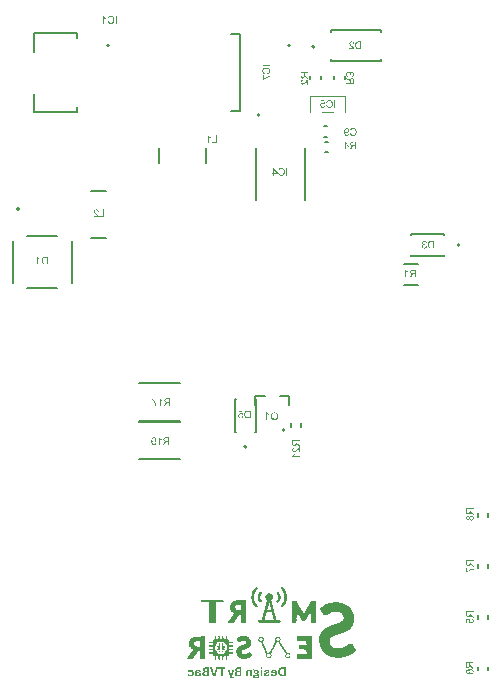
<source format=gbo>
G04*
G04 #@! TF.GenerationSoftware,Altium Limited,Altium Designer,23.0.1 (38)*
G04*
G04 Layer_Color=32896*
%FSTAX43Y43*%
%MOMM*%
G71*
G04*
G04 #@! TF.SameCoordinates,251AB1EA-40F0-4E74-92E7-BAF76BE2301E*
G04*
G04*
G04 #@! TF.FilePolarity,Positive*
G04*
G01*
G75*
%ADD10C,0.100*%
%ADD11C,0.200*%
%ADD12C,0.127*%
G36*
X0026302Y002154D02*
X0026304Y0020168D01*
X0026302Y0019787D01*
X0026307Y0019782D01*
X0026302Y0019767D01*
X0026307Y0019728D01*
X0026302Y0019713D01*
X0026304Y0019686D01*
X0026299Y0019667D01*
X0026289Y0019657D01*
X0025931Y0019652D01*
X0025901Y0019657D01*
X0025894Y0019664D01*
X0025889Y0020701D01*
X0025882Y0020708D01*
X0025867Y0020703D01*
X0025855Y0020691D01*
X0025845Y0020666D01*
X0025811Y0020602D01*
X0025786Y0020558D01*
X0025769Y0020526D01*
X0025766Y0020524D01*
X0025742Y0020484D01*
X0025712Y002043D01*
X0025668Y0020347D01*
X0025644Y0020303D01*
X0025624Y0020273D01*
X0025555Y0020141D01*
X0025526Y0020087D01*
X0025516Y0020077D01*
X0025504Y0020045D01*
X0025481Y0020003D01*
X0025462Y0019974D01*
X0025447Y0019949D01*
X0025427Y0019929D01*
X0025423Y001992D01*
X0025405Y0019902D01*
X0025361Y0019883D01*
X0025337Y0019873D01*
X0025317Y0019868D01*
X0025194Y0019873D01*
X002517Y0019883D01*
X0025135Y0019902D01*
X0025113Y001992D01*
X0025111Y0019927D01*
X0025101Y0019932D01*
X0025093Y0019939D01*
X0025088Y0019949D01*
X0025054Y0020003D01*
X0024971Y0020165D01*
X0024961Y0020175D01*
X0024949Y0020207D01*
X0024912Y0020278D01*
X0024902Y0020288D01*
X0024897Y0020308D01*
X0024848Y0020396D01*
X0024818Y002045D01*
X0024794Y0020494D01*
X0024759Y0020558D01*
X0024715Y0020642D01*
X0024681Y0020705D01*
X0024669Y0020708D01*
X0024661Y0020686D01*
X0024654Y0020138D01*
X0024651Y0020111D01*
X0024656Y0020096D01*
X0024651Y0020082D01*
X0024656Y0019988D01*
X0024651Y0019669D01*
X0024639Y0019657D01*
X0024617Y0019654D01*
X0024516Y0019657D01*
X0024502Y0019652D01*
X0024246Y0019657D01*
X0024239Y0019679D01*
X0024244Y002154D01*
X0024261Y0021558D01*
X0024312Y0021555D01*
X0024595Y0021558D01*
X002461Y0021553D01*
X0024637Y0021545D01*
X0024686Y0021516D01*
X0024696Y0021506D01*
X00247Y0021496D01*
X0024725Y0021462D01*
X0024813Y002129D01*
X0024853Y0021216D01*
X0024872Y0021187D01*
X0024902Y0021123D01*
X0024926Y0021079D01*
X0024946Y0021044D01*
X0025Y0020941D01*
X0025025Y0020897D01*
X0025074Y0020804D01*
X0025098Y0020759D01*
X0025162Y0020637D01*
X0025182Y0020607D01*
X0025187Y0020597D01*
X0025206Y0020568D01*
X0025219Y0020536D01*
X0025226Y0020529D01*
X0025251Y0020484D01*
X0025263Y0020467D01*
X0025283Y0020462D01*
X00253Y0020479D01*
X0025307Y0020507D01*
X0025329Y0020548D01*
X0025339Y0020558D01*
X0025349Y0020583D01*
X0025383Y0020646D01*
X0025398Y0020671D01*
X0025432Y0020735D01*
X0025491Y0020848D01*
X0025511Y0020877D01*
X0025516Y0020892D01*
X002555Y0020956D01*
X002558Y002101D01*
X0025624Y0021093D01*
X0025653Y0021148D01*
X0025673Y0021182D01*
X0025717Y0021265D01*
X0025727Y0021275D01*
X0025781Y0021378D01*
X0025806Y0021423D01*
X0025825Y0021452D01*
X0025855Y0021506D01*
X0025862Y0021513D01*
X0025872Y0021518D01*
X0025892Y0021538D01*
X0025916Y0021548D01*
X0025936Y0021553D01*
X0026029Y0021558D01*
X0026213Y0021555D01*
X0026235Y0021558D01*
X002625Y0021553D01*
X002628Y0021558D01*
X0026302Y002154D01*
D02*
G37*
G36*
X0021677Y0022358D02*
X0021704Y0022336D01*
X0021724Y0022317D01*
X0021729Y0022307D01*
X0021739Y0022282D01*
X0021734Y0022228D01*
X0021714Y0022194D01*
X0021685Y0022164D01*
X002168Y0022154D01*
X002167Y0022145D01*
X0021665Y0022135D01*
X0021645Y0022105D01*
X0021616Y0022046D01*
Y0022041D01*
X0021606Y0022032D01*
X0021596Y0021992D01*
X0021581Y0021909D01*
X0021586Y0021786D01*
X0021591Y0021771D01*
X0021613Y002171D01*
X0021635Y0021673D01*
X002164Y0021663D01*
X0021687Y0021602D01*
X0021694Y0021594D01*
X0021699Y0021585D01*
X0021709Y0021575D01*
X0021719Y002154D01*
X0021714Y0021491D01*
X0021687Y0021455D01*
X0021677Y002145D01*
X0021623Y0021425D01*
X0021586Y0021432D01*
X0021562Y0021442D01*
X0021527Y0021467D01*
X0021523Y0021477D01*
X0021493Y0021506D01*
X0021488Y0021516D01*
X0021478Y0021526D01*
X0021473Y0021536D01*
X0021464Y0021545D01*
X0021459Y0021555D01*
X0021439Y0021585D01*
X002141Y0021649D01*
X002139Y0021693D01*
X0021383Y002173D01*
X0021373Y0021769D01*
X0021368Y0021823D01*
X0021365Y0021914D01*
X002137Y0021928D01*
X0021375Y0021992D01*
X002138Y0022007D01*
X0021387Y0022034D01*
X0021392Y0022054D01*
X0021412Y0022103D01*
X0021417Y0022123D01*
X0021439Y0022159D01*
X0021444Y0022179D01*
X0021454Y0022189D01*
X0021459Y0022199D01*
X0021491Y0022245D01*
X0021503Y0022262D01*
X0021513Y0022272D01*
X0021518Y0022282D01*
X0021589Y0022353D01*
X0021623Y0022363D01*
X0021677Y0022358D01*
D02*
G37*
G36*
X0023082Y0022344D02*
X0023126Y0022319D01*
X0023143Y0022307D01*
X0023148Y0022297D01*
X0023166Y002228D01*
X0023175Y0022275D01*
X0023183Y0022262D01*
X0023185Y002226D01*
X0023193Y0022253D01*
X0023197Y0022243D01*
X0023207Y0022233D01*
X0023212Y0022223D01*
X0023237Y0022179D01*
X0023271Y0022105D01*
X0023291Y0022041D01*
X0023296Y0022007D01*
X0023301Y0021987D01*
X0023308Y0021921D01*
X002331Y002183D01*
X0023306Y0021816D01*
X0023301Y0021781D01*
X0023296Y0021761D01*
X0023291Y0021722D01*
X0023276Y0021688D01*
X0023269Y0021661D01*
X0023256Y0021634D01*
X0023222Y002157D01*
X0023202Y0021536D01*
X002318Y0021509D01*
X0023168Y0021491D01*
X0023158Y0021482D01*
X0023153Y0021472D01*
X0023107Y0021425D01*
X0023097Y002142D01*
X0023053Y00214D01*
X0023013Y0021405D01*
X0022979Y0021425D01*
X0022967Y0021437D01*
X0022962Y0021447D01*
X0022947Y0021462D01*
X0022937Y0021501D01*
X0022942Y0021536D01*
X0022967Y002158D01*
X0023001Y0021614D01*
X0023006Y0021624D01*
X0023016Y0021634D01*
X0023021Y0021644D01*
X002303Y0021653D01*
X002306Y0021717D01*
X002308Y0021766D01*
X0023087Y0021813D01*
X0023092Y0021838D01*
X0023097Y0021867D01*
X0023099Y0021928D01*
X0023094Y0021943D01*
X0023084Y0022002D01*
X002306Y0022066D01*
X002303Y002212D01*
X0023008Y0022147D01*
X0022991Y0022164D01*
X0022986Y0022174D01*
X0022967Y0022218D01*
X0022972Y0022287D01*
X0023008Y0022324D01*
X0023018Y0022329D01*
X0023053Y0022344D01*
X0023067Y0022348D01*
X0023082Y0022344D01*
D02*
G37*
G36*
X0021299Y0022736D02*
X0021309Y0022727D01*
X0021319Y0022722D01*
X0021346Y0022695D01*
X0021356Y002267D01*
X002136Y0022651D01*
X0021356Y0022601D01*
X0021321Y0022557D01*
X0021292Y0022528D01*
X0021287Y0022518D01*
X0021267Y0022498D01*
X0021262Y0022488D01*
X0021252Y0022479D01*
X0021247Y0022469D01*
X0021233Y0022454D01*
X0021228Y0022444D01*
X0021193Y0022395D01*
X0021189Y002238D01*
X0021164Y0022346D01*
X002113Y0022272D01*
X0021125Y0022253D01*
X0021105Y0022204D01*
X00211Y0022184D01*
X0021088Y0022157D01*
X0021085Y0022154D01*
X0021078Y0022123D01*
X0021068Y0022083D01*
X0021061Y0022056D01*
X0021053Y002199D01*
X0021049Y0021936D01*
X0021046Y0021855D01*
X0021051Y002184D01*
X0021056Y0021732D01*
X0021061Y0021717D01*
X0021073Y0021666D01*
X0021078Y0021641D01*
X0021083Y0021622D01*
X0021095Y0021594D01*
X0021105Y002156D01*
X0021122Y0021513D01*
X0021147Y0021459D01*
X0021154Y0021442D01*
X0021174Y0021413D01*
X0021203Y0021359D01*
X0021213Y0021349D01*
X0021218Y0021339D01*
X0021265Y0021278D01*
X0021272Y002127D01*
X0021277Y002126D01*
X0021292Y0021246D01*
X0021297Y0021236D01*
X0021341Y0021192D01*
X0021346Y0021182D01*
X002136Y0021148D01*
X0021356Y0021093D01*
X0021331Y0021059D01*
X0021314Y0021042D01*
X0021289Y0021032D01*
X002127Y0021027D01*
X0021257Y0021025D01*
X0021233Y002103D01*
X0021203Y0021044D01*
X0021186Y0021057D01*
X0021176Y0021066D01*
X0021166Y0021071D01*
X0021134Y0021103D01*
X002113Y0021113D01*
X002111Y0021133D01*
X0021105Y0021143D01*
X002108Y0021167D01*
X0021076Y0021177D01*
X0021061Y0021192D01*
X0021056Y0021202D01*
X0021031Y0021236D01*
X0021026Y0021251D01*
X0021004Y0021278D01*
X0020982Y0021315D01*
X0020938Y0021408D01*
X0020933Y0021418D01*
X0020918Y0021452D01*
X0020896Y0021513D01*
X0020891Y0021533D01*
X0020874Y002159D01*
X0020862Y0021646D01*
X002085Y0021678D01*
X0020845Y0021742D01*
X002084Y0021776D01*
X0020835Y0021884D01*
X002084Y0022012D01*
X0020845Y0022027D01*
X002085Y0022091D01*
X0020859Y0022115D01*
X0020869Y0022154D01*
X0020877Y0022186D01*
X0020889Y0022228D01*
X0020899Y0022267D01*
X0020923Y0022331D01*
X0020997Y0022474D01*
X0021017Y0022503D01*
X0021022Y0022513D01*
X0021031Y0022523D01*
X0021036Y0022533D01*
X0021061Y0022567D01*
X0021066Y0022577D01*
X002108Y0022592D01*
X0021085Y0022601D01*
X002111Y0022626D01*
X0021115Y0022636D01*
X0021134Y0022655D01*
X0021139Y0022665D01*
X0021186Y0022712D01*
X0021196Y0022717D01*
X0021206Y0022727D01*
X002124Y0022741D01*
X0021299Y0022736D01*
D02*
G37*
G36*
X002346D02*
X0023504Y0022702D01*
X0023551Y0022655D01*
X0023556Y0022646D01*
X0023571Y0022631D01*
X0023576Y0022621D01*
X002359Y0022606D01*
X0023595Y0022597D01*
X0023605Y0022587D01*
X002361Y0022577D01*
X0023625Y0022562D01*
X002363Y0022552D01*
X0023644Y0022538D01*
X0023669Y0022493D01*
X0023689Y0022459D01*
X0023713Y002242D01*
X0023743Y0022356D01*
X0023779Y002226D01*
X0023807Y0022174D01*
X0023811Y0022154D01*
X0023816Y002212D01*
X0023821Y00221D01*
X0023829Y0022054D01*
X0023834Y0022014D01*
X0023838Y0021946D01*
X0023841Y002184D01*
X0023836Y0021825D01*
X0023831Y0021712D01*
X0023826Y0021698D01*
X0023819Y0021651D01*
X0023814Y0021626D01*
X0023811Y0021619D01*
Y0021614D01*
X0023804Y0021582D01*
X0023792Y002154D01*
X0023787Y0021521D01*
X0023767Y0021477D01*
X002375Y002143D01*
X0023735Y0021391D01*
X0023728Y0021383D01*
X0023679Y002129D01*
X0023654Y0021246D01*
X0023644Y0021236D01*
X002364Y0021226D01*
X0023617Y0021199D01*
X002361Y0021192D01*
X002359Y0021157D01*
X0023556Y0021123D01*
X0023551Y0021113D01*
X0023541Y0021103D01*
X0023536Y0021093D01*
X0023524Y0021081D01*
X0023517Y0021079D01*
X0023512Y0021069D01*
X002349Y0021047D01*
X002348Y0021042D01*
X0023445Y0021027D01*
X0023411Y0021022D01*
X0023391Y0021027D01*
X0023367Y0021042D01*
X0023352Y0021057D01*
X0023342Y0021062D01*
X002333Y0021074D01*
X0023325Y0021084D01*
X002332Y0021098D01*
X0023315Y0021133D01*
X0023325Y0021172D01*
X002334Y0021187D01*
X0023345Y0021197D01*
X0023355Y0021206D01*
X0023357Y0021214D01*
X0023367Y0021219D01*
X0023379Y0021231D01*
X0023384Y0021241D01*
X0023406Y0021268D01*
X0023423Y0021285D01*
X0023428Y0021295D01*
X0023443Y002131D01*
X0023448Y0021319D01*
X0023468Y0021349D01*
X0023473Y0021359D01*
X0023497Y0021393D01*
X0023502Y0021403D01*
X0023556Y0021516D01*
X0023581Y002157D01*
X0023588Y0021602D01*
X0023595Y0021629D01*
X0023605Y0021663D01*
X002361Y0021698D01*
X0023615Y0021737D01*
X002362Y0021752D01*
X0023625Y0021771D01*
X002363Y0021924D01*
X0023622Y002201D01*
X0023617Y0022034D01*
X0023608Y0022093D01*
X0023603Y0022118D01*
X0023598Y0022137D01*
X002359Y0022164D01*
X0023568Y0022226D01*
X0023549Y0022275D01*
X0023512Y0022346D01*
X0023482Y00224D01*
X0023473Y002241D01*
X0023468Y002242D01*
X0023409Y0022498D01*
X0023399Y0022508D01*
X0023394Y0022518D01*
X0023384Y0022528D01*
X0023379Y0022538D01*
X0023372Y0022545D01*
X0023362Y002255D01*
X0023355Y0022557D01*
X002335Y0022567D01*
X002334Y0022577D01*
X0023335Y0022587D01*
X0023325Y0022597D01*
X002332Y0022631D01*
X0023325Y0022675D01*
X0023335Y0022685D01*
X002334Y0022695D01*
X0023362Y0022722D01*
X0023372Y0022727D01*
X0023406Y0022741D01*
X002346Y0022736D01*
D02*
G37*
G36*
X0018465Y0021656D02*
X0018472Y0021649D01*
X0018477Y0021614D01*
X0018472Y0021599D01*
X0018477Y0021585D01*
X0018475Y0021499D01*
X0018477Y0021477D01*
X0018462Y0021452D01*
X0018318Y0021445D01*
X0017821Y002144D01*
X0017809Y0021427D01*
X0017804Y0021408D01*
X0017799Y0019679D01*
X0017792Y0019672D01*
X0017758Y0019667D01*
X0017708Y0019672D01*
X001763Y0019667D01*
X0017266Y0019672D01*
X0017259Y0019679D01*
X0017254Y0019699D01*
Y0020249D01*
Y0020254D01*
X0017249Y0021432D01*
X0017242Y002144D01*
X0017222Y0021445D01*
X0016598Y002145D01*
X0016591Y0021457D01*
X0016586Y0021477D01*
X0016591Y0021653D01*
X0016613Y0021661D01*
X0017463Y0021656D01*
X001747Y0021634D01*
X0017475Y0019895D01*
X0017487Y0019883D01*
X0017576Y0019888D01*
X0017583Y0019895D01*
X0017588Y0019915D01*
X0017593Y0021649D01*
X0017605Y0021661D01*
X0018465Y0021656D01*
D02*
G37*
G36*
X0022419Y0022196D02*
X0022434Y0022191D01*
X0022466Y0022179D01*
X0022549Y002213D01*
X0022593Y0022086D01*
X0022598Y0022076D01*
X0022623Y0022041D01*
X0022638Y0022007D01*
X0022647Y0021983D01*
X0022657Y0021948D01*
X0022652Y0021801D01*
X0022638Y0021766D01*
X0022613Y0021722D01*
X0022588Y0021688D01*
X0022583Y0021678D01*
X0022547Y0021641D01*
X0022537Y0021636D01*
X0022525Y0021604D01*
X0022529Y002159D01*
X0022544Y0021531D01*
X0022559Y0021482D01*
X0022566Y002145D01*
X0022581Y0021391D01*
X0022586Y0021366D01*
X0022591Y0021346D01*
X0022596Y0021322D01*
X0022601Y0021302D01*
X0022608Y0021275D01*
X0022613Y0021256D01*
X002262Y0021229D01*
X0022633Y0021197D01*
X0022645Y0021145D01*
X0022652Y0021118D01*
X0022669Y0021042D01*
X0022679Y0021003D01*
X0022684Y0020978D01*
X0022694Y0020939D01*
X0022706Y0020897D01*
X0022716Y0020858D01*
X0022726Y0020823D01*
X0022733Y0020791D01*
X0022738Y0020772D01*
X0022746Y0020745D01*
X002275Y0020725D01*
X0022758Y0020693D01*
X002277Y0020651D01*
X0022777Y0020619D01*
X0022782Y00206D01*
X0022795Y0020558D01*
X0022805Y0020519D01*
X0022812Y0020482D01*
X0022819Y0020455D01*
X0022824Y0020435D01*
X0022832Y0020403D01*
X0022836Y0020384D01*
X0022844Y0020357D01*
X0022849Y0020337D01*
X0022868Y0020273D01*
X0022876Y0020246D01*
X0022881Y0020227D01*
X0022886Y0020202D01*
X0022895Y0020163D01*
X00229Y0020138D01*
X0022905Y0020118D01*
X0022913Y0020091D01*
X0022917Y0020072D01*
X0022925Y002004D01*
X0022942Y0019983D01*
X0022949Y0019956D01*
X0022962Y0019939D01*
X0022981Y0019934D01*
X0022994Y0019932D01*
X0023008Y0019937D01*
X002304Y0019934D01*
X0023082Y0019937D01*
X0023097Y0019932D01*
X0023183Y0019934D01*
X0023232Y0019929D01*
X0023251Y0019924D01*
X0023286Y00199D01*
X0023291Y001989D01*
X0023301Y0019866D01*
X0023306Y0019846D01*
X0023301Y0019787D01*
X0023278Y001976D01*
X0023264Y0019745D01*
X0023229Y0019735D01*
X0023195Y001973D01*
X002318Y0019735D01*
X0023131Y001973D01*
X0022839Y0019728D01*
X0022832Y001973D01*
X0022817Y0019726D01*
X0022515Y0019728D01*
X0022488Y0019726D01*
X0022473Y001973D01*
X002234D01*
X0021523Y0019728D01*
X0021491Y001973D01*
X0021476Y0019726D01*
X0021444Y0019733D01*
X0021419Y0019743D01*
X0021402Y0019755D01*
X002139Y0019767D01*
X0021375Y0019802D01*
X002137Y0019836D01*
X0021378Y0019868D01*
X0021385Y0019885D01*
X0021402Y0019907D01*
X0021412Y0019912D01*
X0021422Y0019922D01*
X0021481Y0019937D01*
X0021702Y0019942D01*
X0021719Y0019959D01*
X0021729Y0019998D01*
X0021734Y0020013D01*
X0021739Y0020033D01*
X0021746Y0020074D01*
X0021763Y0020131D01*
X0021771Y0020168D01*
X0021783Y00202D01*
X0021795Y0020251D01*
X0021807Y0020293D01*
X0021815Y0020335D01*
X0021839Y0020433D01*
X0021844Y0020457D01*
X0021857Y0020499D01*
X0021866Y0020538D01*
X0021876Y0020563D01*
X0021888Y0020619D01*
X0021918Y0020737D01*
X0021923Y0020762D01*
X002193Y0020789D01*
X002195Y0020858D01*
X002196Y0020897D01*
X0021969Y0020931D01*
X0021974Y0020951D01*
X0021987Y0021008D01*
X0021992Y0021027D01*
X0021999Y0021054D01*
X0022004Y0021074D01*
X0022019Y0021123D01*
X0022033Y0021182D01*
X0022041Y0021214D01*
X0022048Y0021241D01*
X0022053Y002126D01*
X0022065Y0021317D01*
X002207Y0021342D01*
X0022075Y0021361D01*
X0022085Y0021386D01*
X0022095Y0021425D01*
X00221Y002145D01*
X0022107Y0021477D01*
X0022117Y0021516D01*
X0022122Y002155D01*
X0022132Y0021585D01*
X0022136Y0021604D01*
X0022132Y0021629D01*
X0022114Y0021646D01*
X0022105Y0021651D01*
X0022097Y0021658D01*
X0022092Y0021668D01*
X002207Y0021695D01*
X0022063Y0021703D01*
X0022033Y0021776D01*
X0022024Y0021816D01*
X0022019Y002185D01*
X0022024Y0021948D01*
X0022028Y0021963D01*
X0022036Y002199D01*
X0022048Y0022017D01*
X0022078Y0022071D01*
X0022092Y0022086D01*
X0022097Y0022095D01*
X0022144Y0022142D01*
X0022237Y0022186D01*
X0022272Y0022196D01*
X0022291Y0022201D01*
X0022419Y0022196D01*
D02*
G37*
G36*
X0020376Y0021612D02*
X0020383Y002159D01*
X0020388Y0020966D01*
X0020385Y0019834D01*
X0020388Y0019772D01*
X0020383Y0019757D01*
X0020388Y0019743D01*
X0020383Y0019728D01*
X0020371Y0019716D01*
X0019953Y0019711D01*
X0019936Y0019723D01*
X0019934Y0020182D01*
X0019936Y0020249D01*
X0019931Y0020263D01*
X0019926Y0020401D01*
X0019919Y0020408D01*
X0019877Y0020406D01*
X001985Y0020408D01*
X0019835Y0020403D01*
X0019811Y0020398D01*
X0019794Y0020386D01*
X0019789Y0020376D01*
X0019779Y0020367D01*
X0019774Y0020357D01*
X0019759Y0020342D01*
X0019754Y0020332D01*
X0019744Y0020322D01*
X0019725Y0020288D01*
X0019715Y0020278D01*
X001971Y0020268D01*
X00197Y0020258D01*
X0019695Y0020249D01*
X0019685Y0020239D01*
X0019681Y0020229D01*
X0019661Y0020195D01*
X0019651Y0020185D01*
X0019646Y0020175D01*
X0019622Y0020141D01*
X0019617Y0020131D01*
X0019592Y0020096D01*
X0019587Y0020087D01*
X0019568Y0020057D01*
X0019563Y0020047D01*
X0019553Y0020037D01*
X0019548Y0020028D01*
X0019504Y0019964D01*
X0019499Y0019954D01*
X0019474Y001992D01*
X0019455Y0019885D01*
X0019445Y0019875D01*
X001944Y0019866D01*
X001942Y0019831D01*
X001941Y0019821D01*
X0019406Y0019811D01*
X0019371Y0019767D01*
X0019354Y0019755D01*
X0019344Y0019745D01*
X001932Y0019735D01*
X001931Y001973D01*
X0019285Y0019721D01*
X0019253Y0019713D01*
X0018848Y0019711D01*
X0018836Y0019718D01*
X0018833Y001973D01*
X0018853Y001976D01*
X001887Y0019787D01*
X001889Y0019821D01*
X00189Y0019831D01*
X0018905Y0019841D01*
X0018954Y001991D01*
X0018959Y001992D01*
X0018983Y0019954D01*
X0018988Y0019964D01*
X0019037Y0020033D01*
X0019042Y0020042D01*
X0019052Y0020052D01*
X0019072Y0020087D01*
X0019103Y0020133D01*
X0019111Y0020141D01*
X0019126Y0020165D01*
X001915Y00202D01*
X0019165Y0020224D01*
X0019189Y0020258D01*
X0019194Y0020268D01*
X0019261Y0020369D01*
X0019268Y0020376D01*
X0019293Y0020421D01*
X0019342Y0020489D01*
X0019351Y0020514D01*
X0019339Y0020531D01*
X0019295Y0020556D01*
X0019268Y0020578D01*
X0019261Y0020585D01*
X0019226Y0020605D01*
X0019209Y0020622D01*
X0019204Y0020632D01*
X0019187Y0020644D01*
X0019175Y0020661D01*
X0019145Y0020691D01*
X001914Y0020701D01*
X001913Y002071D01*
X0019096Y0020774D01*
X0019086Y0020784D01*
X0019074Y0020816D01*
X0019064Y0020841D01*
X0019059Y002086D01*
X0019052Y0020887D01*
X0019042Y0020926D01*
X0019037Y0020961D01*
X0019032Y0021039D01*
X0019037Y0021152D01*
X0019042Y0021167D01*
X0019049Y0021194D01*
X0019059Y0021243D01*
X0019094Y0021312D01*
X0019101Y0021319D01*
X0019126Y0021364D01*
X0019135Y0021373D01*
X001914Y0021383D01*
X0019162Y002141D01*
X0019207Y0021455D01*
X0019216Y0021459D01*
X0019224Y0021467D01*
X0019226Y0021469D01*
X001929Y0021513D01*
X0019344Y0021538D01*
X0019369Y0021548D01*
X0019378Y0021553D01*
X0019413Y0021567D01*
X0019467Y0021582D01*
X0019506Y0021592D01*
X0019548Y0021599D01*
X0019587Y0021604D01*
X0019654Y0021612D01*
X0019717Y0021617D01*
X0020376Y0021612D01*
D02*
G37*
G36*
X0018455Y0018615D02*
X0018462Y0018608D01*
X0018472Y0018584D01*
X0018477Y0018328D01*
X0018489Y0018311D01*
X0018509Y0018306D01*
X0018531Y0018308D01*
X0018553Y0018306D01*
X0018568Y0018311D01*
X0018617Y0018306D01*
X0018644Y0018318D01*
X0018654Y0018343D01*
X0018659Y0018608D01*
X0018666Y0018615D01*
X0018747Y0018618D01*
X0018762Y0018613D01*
X0018772Y0018588D01*
X0018777Y0018323D01*
X0018784Y0018316D01*
X0018804Y0018311D01*
X0018853Y0018306D01*
X0018878Y0018296D01*
X0018922Y0018272D01*
X0018924Y0018269D01*
X0018927Y0018267D01*
X0018934Y0018259D01*
X0018939Y001825D01*
X0018954Y0018225D01*
X0018963Y0018191D01*
X0018968Y0018171D01*
X0018973Y0018127D01*
X0018986Y0018114D01*
X0019266Y001811D01*
X0019273Y0018087D01*
X0019278Y0018053D01*
X0019273Y0018014D01*
X0019266Y0018001D01*
X0019246Y0017997D01*
X0018986Y0017992D01*
X0018973Y0017979D01*
X0018968Y001796D01*
X0018973Y0017827D01*
X0018986Y0017815D01*
X0019005Y001781D01*
X0019025Y0017815D01*
X0019261Y001781D01*
X0019268Y0017803D01*
X0019278Y0017763D01*
X0019273Y0017709D01*
X0019261Y0017697D01*
X0019241Y0017692D01*
X0018981Y0017687D01*
X0018973Y001768D01*
X0018968Y001766D01*
X0018973Y0017528D01*
X0018986Y0017515D01*
X0019005Y001751D01*
X0019022Y0017513D01*
X0019258Y0017508D01*
X0019273Y0017493D01*
X0019278Y0017444D01*
X0019273Y001741D01*
X0019266Y0017397D01*
X0019246Y0017392D01*
X0019194Y001739D01*
X0019153Y0017392D01*
X0019138Y0017388D01*
X0019103Y0017392D01*
X0019047Y001739D01*
X0019005Y0017392D01*
X001899Y0017388D01*
X0018973Y001738D01*
X0018968Y001736D01*
X0018973Y0017223D01*
X0018986Y0017211D01*
X0019261Y0017206D01*
X0019273Y0017193D01*
X0019278Y0017159D01*
X0019273Y0017105D01*
X0019261Y0017093D01*
X0019241Y0017088D01*
X0019121Y001709D01*
X001904Y0017088D01*
X0019025Y0017093D01*
X001901Y0017088D01*
X0018981Y0017083D01*
X0018968Y0017071D01*
X0018963Y0017007D01*
X0018959Y0016992D01*
X0018934Y0016948D01*
X0018922Y0016931D01*
X0018912Y0016926D01*
X0018858Y0016901D01*
X0018838Y0016896D01*
X0018789Y0016891D01*
X0018777Y0016879D01*
X0018772Y0016845D01*
X0018767Y0016599D01*
X0018755Y0016587D01*
X0018661Y0016592D01*
X0018654Y0016614D01*
X0018652Y0016636D01*
X0018654Y0016859D01*
X0018649Y0016874D01*
X0018644Y0016884D01*
X0018637Y0016891D01*
X0018617Y0016896D01*
X0018485Y0016891D01*
X0018477Y0016869D01*
X0018472Y001682D01*
X0018467Y0016599D01*
X001846Y0016592D01*
X001844Y0016587D01*
X0018362Y0016592D01*
X0018354Y0016599D01*
X0018349Y0016619D01*
X0018345Y0016884D01*
X0018337Y0016891D01*
X0018318Y0016896D01*
X0018185Y0016891D01*
X0018173Y0016879D01*
X0018168Y0016609D01*
X0018155Y0016592D01*
X0018136Y0016587D01*
X0018062Y0016592D01*
X0018055Y0016599D01*
X001805Y0016619D01*
X0018045Y0016727D01*
X0018047Y0016867D01*
X001804Y0016884D01*
X0018028Y0016896D01*
X001788Y0016891D01*
X0017873Y0016884D01*
X0017868Y001685D01*
X0017863Y0016599D01*
X0017856Y0016592D01*
X0017821Y0016587D01*
X0017758Y0016592D01*
X0017745Y0016619D01*
X001774Y0016879D01*
X0017723Y0016896D01*
X001765Y0016901D01*
X0017605Y0016926D01*
X0017578Y0016953D01*
X0017573Y0016963D01*
X0017549Y0017017D01*
X0017544Y0017081D01*
X0017537Y0017088D01*
X0017517Y0017093D01*
X0017502Y0017088D01*
X0017362Y001709D01*
X0017316Y0017088D01*
X0017301Y0017093D01*
X0017281Y0017088D01*
X0017257Y0017093D01*
X0017244Y0017105D01*
X0017239Y0017125D01*
X0017244Y0017198D01*
X0017252Y0017206D01*
X0017345Y0017211D01*
X0017524Y0017208D01*
X0017541Y0017221D01*
X0017549Y0017248D01*
X0017544Y001738D01*
X0017537Y0017388D01*
X0017517Y0017392D01*
X0017357Y001739D01*
X0017325Y0017392D01*
X0017311Y0017388D01*
X0017296Y0017392D01*
X0017252Y0017397D01*
X0017244Y0017405D01*
X0017239Y0017424D01*
X0017244Y0017498D01*
X0017257Y001751D01*
X0017303Y0017513D01*
X0017345Y001751D01*
X001736Y0017515D01*
X0017374Y001751D01*
X0017505Y0017513D01*
X0017532Y001751D01*
X0017544Y0017523D01*
X0017549Y0017572D01*
X0017544Y001768D01*
X0017532Y0017692D01*
X0017252Y0017697D01*
X0017244Y0017704D01*
X0017239Y0017724D01*
X0017244Y0017798D01*
X0017257Y001781D01*
X001732Y0017815D01*
X0017537Y001782D01*
X0017544Y0017827D01*
X0017549Y0017847D01*
X0017544Y0017984D01*
X0017532Y0017997D01*
X0017252Y0018001D01*
X0017244Y0018009D01*
X0017239Y0018028D01*
X0017244Y0018102D01*
X0017257Y0018114D01*
X0017537Y0018119D01*
X0017544Y0018127D01*
X0017549Y0018161D01*
X0017554Y0018205D01*
X0017578Y0018245D01*
X0017583Y0018254D01*
X0017593Y0018264D01*
X0017596Y0018272D01*
X0017605Y0018277D01*
X0017615Y0018286D01*
X001765Y0018301D01*
X0017684Y0018306D01*
X0017696Y0018308D01*
X0017713Y0018306D01*
X0017738Y0018321D01*
X0017745Y0018343D01*
X001775Y0018603D01*
X0017758Y0018611D01*
X0017792Y001862D01*
X0017853Y0018613D01*
X0017863Y0018603D01*
X0017868Y0018584D01*
X0017873Y0018323D01*
X001789Y0018306D01*
X0017954Y0018311D01*
X0017969Y0018306D01*
X0018003Y0018311D01*
X001802Y0018308D01*
X0018038Y0018316D01*
X0018045Y0018338D01*
X001805Y0018358D01*
X0018045Y0018377D01*
X001805Y0018466D01*
X0018045Y001848D01*
X0018047Y0018532D01*
X0018045Y0018559D01*
X001805Y0018574D01*
X0018055Y0018603D01*
X0018067Y0018615D01*
X0018089Y0018618D01*
X0018111Y0018615D01*
X0018126Y001862D01*
X0018153Y0018613D01*
X0018168Y0018598D01*
X0018173Y0018564D01*
X0018178Y0018323D01*
X001819Y0018311D01*
X0018209Y0018306D01*
X0018229Y0018311D01*
X0018281Y0018308D01*
X0018335Y0018313D01*
X0018345Y0018323D01*
X0018349Y0018343D01*
X0018354Y0018603D01*
X0018362Y0018611D01*
X0018401Y001862D01*
X0018455Y0018615D01*
D02*
G37*
G36*
X0025946Y0018576D02*
X0025953Y0018569D01*
X0025958Y0018505D01*
X0025953Y0016688D01*
X0025946Y001668D01*
X0025585Y0016673D01*
X0025548Y001667D01*
X0025533Y0016675D01*
X0025366Y001667D01*
X0024774Y0016673D01*
X0024772Y001667D01*
X0024757Y0016675D01*
X0024713Y001668D01*
X0024705Y0016688D01*
X00247Y0016707D01*
X0024708Y0017029D01*
X0024718Y0017053D01*
X0024737Y0017058D01*
X0024772Y0017053D01*
X0025179D01*
X0025393Y0017061D01*
X0025481Y0017066D01*
X0025496Y0017076D01*
X0025501Y001711D01*
X0025496Y001741D01*
X0025491Y0017429D01*
X0025484Y0017437D01*
X0025457Y0017444D01*
X0025307Y0017442D01*
X0025292Y0017446D01*
X0024926Y0017449D01*
X002489Y0017446D01*
X0024877Y0017459D01*
X0024872Y0017493D01*
X002488Y001781D01*
X002489Y001782D01*
X0024921Y0017817D01*
X0024953Y001782D01*
X0024963Y0017815D01*
X0024978Y001782D01*
X002544Y0017825D01*
X002545Y001783D01*
X0025464Y0017825D01*
X0025484Y001783D01*
X0025496Y0017842D01*
X0025501Y0017861D01*
X0025499Y0017967D01*
X0025501Y0017999D01*
X0025496Y0018014D01*
X0025491Y0018186D01*
X0025479Y0018198D01*
X0024715Y0018205D01*
X00247Y001822D01*
X0024703Y0018272D01*
X00247Y0018387D01*
X0024705Y0018402D01*
X002471Y0018569D01*
X0024723Y0018581D01*
X0025946Y0018576D01*
D02*
G37*
G36*
X002818Y0021435D02*
X0028281Y0021427D01*
X002832Y0021423D01*
X002834Y0021418D01*
X0028389Y0021408D01*
X0028436Y00214D01*
X002846Y0021391D01*
X002848Y0021386D01*
X002851Y0021381D01*
X0028534Y0021371D01*
X0028615Y0021349D01*
X0028642Y0021337D01*
X0028674Y0021324D01*
X0028745Y0021292D01*
X0028878Y0021224D01*
X0028907Y0021204D01*
X0028942Y0021184D01*
X0029011Y0021135D01*
X002902Y002113D01*
X0029035Y0021116D01*
X0029045Y0021111D01*
X002907Y0021086D01*
X0029079Y0021081D01*
X0029094Y0021066D01*
X0029104Y0021062D01*
X0029121Y0021044D01*
X0029126Y0021035D01*
X0029133Y0021027D01*
X0029143Y0021022D01*
X002917Y0020995D01*
X0029173Y0020988D01*
X0029183Y0020983D01*
X002921Y0020956D01*
X0029214Y0020946D01*
X0029229Y0020931D01*
X0029234Y0020922D01*
X0029259Y0020897D01*
X0029264Y0020887D01*
X0029278Y0020872D01*
X0029293Y0020848D01*
X0029303Y0020838D01*
X0029308Y0020828D01*
X0029332Y0020794D01*
X0029362Y002074D01*
X0029386Y0020696D01*
X0029445Y0020573D01*
X0029453Y0020546D01*
X0029465Y0020519D01*
X002947Y0020499D01*
X0029477Y0020472D01*
X0029489Y002044D01*
X0029502Y0020389D01*
X0029509Y0020362D01*
X0029514Y0020327D01*
X0029519Y0020278D01*
X0029524Y0020244D01*
X0029529Y0020195D01*
X0029534Y0020042D01*
X0029529Y0019979D01*
X0029521Y0019878D01*
X0029517Y0019829D01*
X0029507Y001977D01*
X0029499Y0019743D01*
X0029494Y0019723D01*
X0029489Y0019694D01*
X0029475Y0019659D01*
X002947Y001964D01*
X0029443Y0019563D01*
X0029418Y0019509D01*
X0029396Y0019468D01*
X0029367Y0019414D01*
X0029335Y0019367D01*
X0029295Y0019308D01*
X0029288Y0019301D01*
X0029283Y0019291D01*
X0029273Y0019281D01*
X0029268Y0019271D01*
X0029234Y0019237D01*
X0029229Y0019227D01*
X0029212Y0019215D01*
X0029163Y0019166D01*
X0029153Y0019161D01*
X0029128Y0019136D01*
X0029119Y0019131D01*
X0029099Y0019112D01*
X0029089Y0019107D01*
X0029062Y0019085D01*
X0029033Y0019065D01*
X0028979Y0019031D01*
X0028971Y0019023D01*
X002875Y0018915D01*
X0028701Y0018895D01*
X0028669Y0018883D01*
X0028642Y0018871D01*
X0028593Y0018851D01*
X0028573Y0018846D01*
X0028542Y0018834D01*
X0028522Y0018829D01*
X0028453Y0018805D01*
X0028421Y0018792D01*
X0028389Y0018785D01*
X0028347Y0018773D01*
X0028298Y0018758D01*
X0028259Y0018748D01*
X0028235Y0018738D01*
X0028208Y0018731D01*
X0028166Y0018719D01*
X0028134Y0018706D01*
X0028107Y0018699D01*
X0028075Y0018692D01*
X0028048Y0018684D01*
X0028013Y0018674D01*
X002795Y001865D01*
X0027903Y0018633D01*
X0027861Y0018615D01*
X0027807Y0018591D01*
X0027773Y0018571D01*
X0027699Y0018532D01*
X002767Y0018512D01*
X002766Y0018507D01*
X002764Y0018488D01*
X002763Y0018483D01*
X0027621Y0018473D01*
X0027613Y0018471D01*
X0027608Y0018461D01*
X0027591Y0018444D01*
X0027581Y0018439D01*
X0027569Y0018426D01*
X0027564Y0018417D01*
X0027544Y0018397D01*
X0027539Y0018387D01*
X002753Y0018377D01*
X002749Y0018294D01*
X0027485Y0018274D01*
X0027476Y001825D01*
X0027471Y001823D01*
X0027466Y0018151D01*
X0027471Y0018014D01*
X0027481Y0017989D01*
X002749Y001795D01*
X0027498Y0017923D01*
X002751Y0017896D01*
X0027517Y0017869D01*
X0027559Y0017793D01*
X0027606Y0017731D01*
X0027616Y0017726D01*
X0027633Y0017709D01*
X0027638Y0017699D01*
X0027655Y0017687D01*
X0027665Y0017677D01*
X0027675Y0017672D01*
X0027684Y0017663D01*
X0027738Y0017633D01*
X0027822Y0017594D01*
X0027842Y0017589D01*
X0027891Y0017574D01*
X002791Y0017569D01*
X0027945Y0017564D01*
X0027984Y0017555D01*
X0028018Y001755D01*
X0028126Y0017545D01*
X0028333Y001755D01*
X0028347Y0017555D01*
X0028387Y0017564D01*
X0028451Y0017574D01*
X0028465Y0017579D01*
X0028505Y0017589D01*
X0028551Y0017606D01*
X00286Y0017626D01*
X0028608Y0017633D01*
X0028632Y0017643D01*
X0028677Y0017663D01*
X0028701Y0017672D01*
X0028711Y0017677D01*
X0028765Y0017707D01*
X002878Y0017722D01*
X0028853Y0017761D01*
X0028915Y0017803D01*
X0028922Y001781D01*
X0028932Y0017815D01*
X002902Y0017874D01*
X0029089Y0017913D01*
X0029153Y0017943D01*
X0029192Y0017952D01*
X0029224Y0017955D01*
X0029278Y001795D01*
X0029332Y001793D01*
X0029381Y0017901D01*
X0029399Y0017889D01*
X0029426Y0017866D01*
X0029455Y0017837D01*
X0029475Y0017803D01*
X0029494Y0017773D01*
X0029499Y0017763D01*
X0029519Y0017734D01*
X0029544Y001769D01*
X0029593Y0017611D01*
X0029598Y0017601D01*
X0029607Y0017591D01*
X0029632Y0017547D01*
X0029656Y0017513D01*
X0029686Y0017459D01*
X0029706Y0017429D01*
X0029711Y0017419D01*
X002972Y001741D01*
X0029725Y001739D01*
X002972Y001738D01*
X0029696Y0017356D01*
X0029691Y0017346D01*
X0029654Y0017309D01*
X0029644Y0017304D01*
X0029637Y0017297D01*
X0029634Y0017289D01*
X0029625Y0017284D01*
X0029585Y0017245D01*
X0029575Y001724D01*
X0029561Y0017225D01*
X0029551Y0017221D01*
X0029531Y0017201D01*
X0029521Y0017196D01*
X0029494Y0017174D01*
X0029487Y0017166D01*
X0029453Y0017147D01*
X0029443Y0017137D01*
X0029433Y0017132D01*
X0029399Y0017108D01*
X0029389Y0017103D01*
X0029379Y0017093D01*
X0029325Y0017063D01*
X0029281Y0017039D01*
X0029251Y0017019D01*
X0029241Y0017014D01*
X0029178Y0016985D01*
X0029045Y0016921D01*
X0028969Y0016894D01*
X0028915Y0016874D01*
X0028883Y0016862D01*
X0028819Y0016842D01*
X0028799Y0016837D01*
X0028767Y001683D01*
X002874Y0016823D01*
X0028721Y0016818D01*
X0028664Y0016805D01*
X0028586Y0016786D01*
X0028556Y0016781D01*
X0028492Y0016771D01*
X0028426Y0016764D01*
X0028347Y0016759D01*
X0028313Y0016754D01*
X0028161Y0016749D01*
X0028016Y0016756D01*
X0027947Y0016761D01*
X0027881Y0016769D01*
X0027834Y0016776D01*
X0027795Y0016781D01*
X002777Y0016786D01*
X0027731Y0016796D01*
X0027706Y0016801D01*
X0027682Y001681D01*
X0027662Y0016815D01*
X0027633Y001682D01*
X0027613Y0016825D01*
X0027589Y0016835D01*
X0027569Y001684D01*
X0027515Y0016859D01*
X0027476Y0016874D01*
X0027395Y0016911D01*
X0027282Y001697D01*
X0027272Y001698D01*
X0027198Y0017019D01*
X0027188Y0017029D01*
X0027178Y0017034D01*
X0027134Y0017068D01*
X0027073Y0017115D01*
X0027051Y0017137D01*
X0027041Y0017142D01*
X0027016Y0017166D01*
X0027007Y0017171D01*
X002698Y0017198D01*
X0026975Y0017208D01*
X002694Y0017243D01*
X0026935Y0017252D01*
X0026886Y0017302D01*
X0026881Y0017311D01*
X0026867Y0017326D01*
X0026862Y0017336D01*
X0026852Y0017346D01*
X0026832Y001738D01*
X0026822Y001739D01*
X0026817Y00174D01*
X0026808Y001741D01*
X0026783Y0017454D01*
X0026763Y0017483D01*
X002669Y0017636D01*
X0026677Y0017667D01*
X0026658Y0017722D01*
X0026646Y0017753D01*
X0026638Y001778D01*
X0026626Y0017807D01*
X0026621Y0017842D01*
X0026616Y0017861D01*
X0026609Y0017889D01*
X0026604Y0017908D01*
X0026579Y0018056D01*
X0026574Y001811D01*
X0026567Y0018254D01*
X0026572Y0018402D01*
X0026577Y0018417D01*
X0026584Y0018473D01*
X0026594Y0018532D01*
X0026599Y0018552D01*
X0026604Y0018581D01*
X0026609Y0018601D01*
X0026616Y0018628D01*
X0026626Y0018667D01*
X0026641Y0018701D01*
X0026646Y0018721D01*
X0026729Y0018883D01*
X0026749Y0018913D01*
X0026754Y0018922D01*
X0026763Y0018932D01*
X0026768Y0018942D01*
X0026815Y0019003D01*
X0026832Y0019021D01*
X0026837Y0019031D01*
X0026896Y0019089D01*
X0026901Y0019099D01*
X0026908Y0019107D01*
X0026918Y0019112D01*
X0026933Y0019126D01*
X0026943Y0019131D01*
X0026967Y0019156D01*
X0026977Y0019161D01*
X0027002Y0019185D01*
X0027011Y001919D01*
X0027058Y0019222D01*
X0027066Y0019229D01*
X0027075Y0019234D01*
X0027085Y0019244D01*
X002712Y0019264D01*
X0027159Y0019288D01*
X0027191Y0019301D01*
X0027228Y0019323D01*
X0027311Y0019362D01*
X0027336Y0019372D01*
X0027409Y0019406D01*
X0027434Y0019416D01*
X0027466Y0019428D01*
X002752Y0019448D01*
X0027547Y001946D01*
X0027594Y0019477D01*
X0027633Y0019492D01*
X0027672Y0019502D01*
X0027704Y0019514D01*
X0027724Y0019519D01*
X002777Y0019536D01*
X0027792Y0019544D01*
X0027856Y0019568D01*
X0027876Y0019573D01*
X0027925Y0019588D01*
X0027959Y0019598D01*
X0027991Y001961D01*
X0028045Y0019625D01*
X0028072Y0019637D01*
X0028122Y0019652D01*
X0028153Y0019664D01*
X0028176Y0019672D01*
X0028208Y0019684D01*
X0028244Y0019701D01*
X0028289Y0019721D01*
X0028343Y0019745D01*
X0028345Y0019748D01*
X0028387Y001977D01*
X0028433Y0019802D01*
X0028463Y0019821D01*
X002847Y0019829D01*
X002848Y0019834D01*
X0028495Y0019848D01*
X0028505Y0019853D01*
X0028534Y0019883D01*
X0028544Y0019888D01*
X0028556Y00199D01*
X0028561Y001991D01*
X0028576Y0019924D01*
X0028581Y0019934D01*
X00286Y0019964D01*
X0028625Y0020028D01*
X0028635Y0020067D01*
X002864Y002016D01*
X0028632Y0020231D01*
X0028627Y0020261D01*
X0028618Y00203D01*
X0028605Y0020332D01*
X00286Y0020352D01*
X0028588Y0020384D01*
X0028576Y0020401D01*
X0028529Y0020462D01*
X0028502Y0020489D01*
X0028497Y0020499D01*
X002849Y0020507D01*
X002848Y0020511D01*
X002846Y0020531D01*
X0028451Y0020536D01*
X0028377Y0020575D01*
X0028323Y00206D01*
X0028298Y002061D01*
X0028279Y0020615D01*
X0028247Y0020622D01*
X0028188Y0020637D01*
X0028149Y0020642D01*
X0028104Y0020646D01*
X0028075Y0020651D01*
X002793Y0020654D01*
X0027915Y0020649D01*
X0027851Y0020644D01*
X0027837Y0020639D01*
X002778Y0020632D01*
X0027741Y0020622D01*
X0027716Y0020617D01*
X0027677Y0020602D01*
X002765Y0020595D01*
X0027603Y0020578D01*
X0027532Y0020546D01*
X0027483Y0020526D01*
X0027449Y0020507D01*
X0027419Y0020487D01*
X0027409Y0020482D01*
X0027345Y0020448D01*
X0027336Y0020438D01*
X0027326Y0020433D01*
X0027272Y0020398D01*
X0027198Y0020364D01*
X0027164Y0020354D01*
X0027144Y0020349D01*
X002708Y0020344D01*
X0027034Y0020352D01*
X0027014Y0020357D01*
X0026989Y0020367D01*
X002695Y0020391D01*
X0026943Y0020398D01*
X0026933Y0020403D01*
X0026926Y0020411D01*
X0026921Y0020421D01*
X0026891Y002045D01*
X0026876Y0020475D01*
X0026857Y0020504D01*
X0026803Y0020607D01*
X0026739Y002073D01*
X0026709Y0020784D01*
X0026685Y0020838D01*
X002668Y0020848D01*
X0026655Y0020892D01*
X0026646Y0020917D01*
X002665Y0020941D01*
X0026692Y0020983D01*
X0026702Y0020988D01*
X0026722Y0021008D01*
X0026732Y0021012D01*
X0026756Y0021037D01*
X0026766Y0021042D01*
X0026786Y0021062D01*
X002681Y0021076D01*
X0026913Y002115D01*
X0026948Y002117D01*
X0026987Y0021194D01*
X0027021Y0021209D01*
X0027174Y0021283D01*
X0027193Y0021288D01*
X0027247Y0021312D01*
X0027274Y0021319D01*
X0027336Y0021346D01*
X0027368Y0021354D01*
X0027395Y0021361D01*
X0027424Y0021366D01*
X0027439Y0021371D01*
X0027458Y0021376D01*
X0027493Y0021386D01*
X002753Y0021393D01*
X0027569Y0021403D01*
X0027628Y0021413D01*
X0027677Y0021423D01*
X0027706Y0021427D01*
X0027775Y0021432D01*
X0027839Y0021437D01*
X0028166Y002144D01*
X002818Y0021435D01*
D02*
G37*
G36*
X0021687Y0018522D02*
X0021721Y0018517D01*
X0021746Y0018507D01*
X0021778Y0018495D01*
X0021795Y0018478D01*
X0021805Y0018473D01*
X0021832Y0018446D01*
X0021837Y0018436D01*
X0021857Y0018417D01*
X0021869Y0018385D01*
X0021876Y0018363D01*
X0021881Y0018343D01*
X0021886Y0018308D01*
X0021881Y0018235D01*
X0021842Y0018161D01*
X0021812Y0018132D01*
X0021807Y0018112D01*
X0021812Y0018078D01*
X0021837Y0018024D01*
X0021847Y0017999D01*
X0021876Y0017935D01*
X0021888Y0017903D01*
X0021901Y0017876D01*
X0021906Y0017857D01*
X0021945Y0017773D01*
X0021955Y0017749D01*
X0021969Y0017714D01*
X0021974Y0017694D01*
X0022024Y0017586D01*
X0022036Y0017555D01*
X0022053Y0017513D01*
X0022068Y0017478D01*
X0022097Y0017415D01*
X0022112Y001738D01*
X0022122Y0017356D01*
X0022134Y0017324D01*
X0022159Y001727D01*
X0022168Y0017245D01*
X0022171Y0017243D01*
Y0017238D01*
X0022195Y0017184D01*
X00222Y0017174D01*
X0022218Y0017152D01*
X0022237Y0017147D01*
X0022272Y0017162D01*
X002235Y0017166D01*
X0022367Y0017184D01*
X0022421Y0017287D01*
X0022485Y001741D01*
X002251Y0017454D01*
X0022564Y0017557D01*
X0022633Y001769D01*
X0022657Y0017729D01*
X0022687Y0017793D01*
X0022711Y0017837D01*
X0022731Y0017866D01*
X0022736Y0017886D01*
X002276Y0017925D01*
X0022839Y0018078D01*
X0022863Y0018122D01*
X0022883Y0018166D01*
X0022886Y0018178D01*
X0022881Y0018198D01*
X0022868Y001823D01*
X0022863Y001825D01*
X0022859Y0018264D01*
X0022854Y0018284D01*
X0022859Y0018343D01*
X0022873Y0018377D01*
X0022886Y0018409D01*
X0022925Y0018458D01*
X0022944Y0018478D01*
X0022954Y0018483D01*
X0022964Y0018493D01*
X0022974Y0018498D01*
X0023008Y0018512D01*
X0023043Y0018522D01*
X0023109Y0018525D01*
X0023134Y001852D01*
X0023173Y001851D01*
X0023202Y0018495D01*
X002322Y0018483D01*
X0023271Y0018431D01*
X0023276Y0018421D01*
X0023301Y0018367D01*
X002331Y0018333D01*
X0023315Y0018299D01*
X002331Y001825D01*
X0023296Y0018215D01*
X0023283Y0018183D01*
X0023276Y0018176D01*
X0023271Y0018166D01*
X0023261Y0018141D01*
X0023269Y0018114D01*
X0023298Y0018065D01*
X0023337Y0018006D01*
X0023379Y0017935D01*
X0023411Y0017889D01*
X0023448Y0017827D01*
X0023482Y0017773D01*
X0023487Y0017763D01*
X0023512Y0017729D01*
X0023536Y0017685D01*
X0023561Y001765D01*
X0023566Y001764D01*
X0023585Y0017606D01*
X002361Y0017572D01*
X002363Y0017537D01*
X0023649Y0017508D01*
X0023654Y0017498D01*
X0023674Y0017469D01*
X0023694Y0017434D01*
X0023725Y0017388D01*
X0023748Y0017351D01*
X0023752Y0017341D01*
X0023762Y0017331D01*
X0023787Y0017287D01*
X0023821Y0017233D01*
X0023826Y0017223D01*
X0023846Y0017193D01*
X0023851Y0017184D01*
X0023868Y0017162D01*
X0023888Y0017157D01*
X0023951Y0017162D01*
X0023966Y0017157D01*
X0023986Y0017152D01*
X0024018Y0017139D01*
X0024067Y001711D01*
X0024074Y0017103D01*
X0024084Y0017098D01*
X0024096Y0017085D01*
X0024101Y0017076D01*
X0024111Y0017066D01*
X0024116Y0017056D01*
X0024136Y0017012D01*
X0024145Y0016977D01*
X002415Y0016914D01*
X0024145Y0016899D01*
X0024133Y0016847D01*
X0024123Y0016823D01*
X0024104Y0016793D01*
X0024069Y0016759D01*
X0024059Y0016754D01*
X002402Y0016729D01*
X0023996Y0016719D01*
X0023976Y0016715D01*
X0023961Y001671D01*
X0023942Y0016705D01*
X0023878Y001671D01*
X0023853Y0016719D01*
X0023821Y0016732D01*
X0023779Y0016759D01*
X0023738Y0016801D01*
X0023733Y001681D01*
X0023708Y001685D01*
X0023694Y0016909D01*
X0023698Y0016992D01*
X0023708Y0017017D01*
X0023733Y0017071D01*
X0023728Y001711D01*
X0023713Y0017125D01*
X0023708Y0017135D01*
X0023698Y0017144D01*
X0023669Y0017198D01*
X0023649Y0017228D01*
X0023635Y0017252D01*
X002361Y0017287D01*
X0023581Y0017341D01*
X0023556Y0017375D01*
X0023551Y0017385D01*
X0023531Y0017415D01*
X0023512Y0017449D01*
X002347Y001751D01*
X0023421Y0017594D01*
X0023414Y0017601D01*
X0023409Y0017611D01*
X0023399Y0017621D01*
X0023364Y0017685D01*
X0023345Y0017714D01*
X002333Y0017739D01*
X002332Y0017749D01*
X0023296Y0017793D01*
X0023276Y0017822D01*
X0023271Y0017832D01*
X0023251Y0017861D01*
X0023247Y0017871D01*
X0023222Y0017906D01*
X0023217Y0017916D01*
X0023197Y001795D01*
X0023173Y0017984D01*
X0023168Y0017994D01*
X0023143Y0018028D01*
X0023139Y0018038D01*
X0023121Y0018065D01*
X0023102Y001807D01*
X0023038Y0018075D01*
X0023023Y001808D01*
X0023001Y0018063D01*
X0022932Y001793D01*
X0022913Y0017901D01*
X0022908Y0017881D01*
X0022888Y0017847D01*
X0022863Y0017803D01*
X0022844Y0017768D01*
X0022809Y0017704D01*
X002278Y001765D01*
X0022716Y0017528D01*
X0022692Y0017483D01*
X0022574Y0017257D01*
X0022554Y0017223D01*
X0022505Y001713D01*
X0022495Y0017105D01*
X0022493Y0017093D01*
X0022498Y0017068D01*
X002252Y0017017D01*
X0022529Y0016992D01*
X0022534Y0016972D01*
X0022539Y0016938D01*
X0022534Y0016889D01*
X0022525Y0016864D01*
X0022512Y0016832D01*
X0022488Y0016793D01*
X0022458Y0016764D01*
X0022448Y0016759D01*
X0022434Y0016744D01*
X0022424Y0016739D01*
X0022389Y0016724D01*
X0022358Y0016712D01*
X0022338Y0016707D01*
X0022276Y0016705D01*
X0022252Y0016715D01*
X0022205Y0016732D01*
X0022164Y0016759D01*
X0022122Y0016801D01*
X0022092Y0016864D01*
X0022078Y0016914D01*
X0022082Y0016982D01*
X0022092Y0017007D01*
X0022097Y0017041D01*
X0022082Y0017066D01*
X0022053Y0017135D01*
X0022036Y0017181D01*
X0021999Y0017262D01*
X0021989Y0017287D01*
X0021974Y0017321D01*
X0021962Y0017353D01*
X0021952Y0017378D01*
X0021925Y0017439D01*
X0021911Y0017473D01*
X0021898Y0017505D01*
X0021886Y0017532D01*
X0021874Y0017564D01*
X0021861Y0017586D01*
X0021837Y001764D01*
X0021832Y001766D01*
X0021812Y0017704D01*
X0021793Y0017753D01*
X0021768Y0017807D01*
X0021756Y0017839D01*
X0021744Y0017866D01*
X0021734Y0017891D01*
X0021694Y0017979D01*
X0021682Y0018011D01*
X002166Y0018058D01*
X0021653Y0018065D01*
X0021613Y0018075D01*
X0021586Y0018083D01*
X0021547Y0018097D01*
X0021518Y0018117D01*
X0021473Y0018161D01*
X0021468Y0018171D01*
X0021449Y00182D01*
X0021434Y0018259D01*
X0021429Y0018294D01*
X0021437Y0018355D01*
X0021441Y0018375D01*
X0021473Y0018431D01*
X0021496Y0018458D01*
X002151Y0018473D01*
X002152Y0018478D01*
X002154Y0018498D01*
X0021604Y0018517D01*
X0021623Y0018522D01*
X0021672Y0018527D01*
X0021687Y0018522D01*
D02*
G37*
G36*
X0020253Y0018596D02*
X0020329Y0018588D01*
X0020354Y0018584D01*
X0020373Y0018579D01*
X0020398Y0018574D01*
X0020417Y0018569D01*
X0020425Y0018561D01*
X0020444Y0018557D01*
X0020498Y0018532D01*
X0020508Y0018527D01*
X0020572Y0018493D01*
X0020592Y0018473D01*
X0020602Y0018468D01*
X0020629Y0018446D01*
X0020636Y0018439D01*
X0020646Y0018434D01*
X0020663Y0018417D01*
X0020668Y0018407D01*
X0020712Y0018363D01*
X0020717Y0018353D01*
X0020727Y0018343D01*
X0020771Y0018259D01*
X0020796Y0018205D01*
X0020803Y0018173D01*
X0020813Y0018124D01*
X002082Y0018058D01*
X0020815Y0017911D01*
X002081Y0017896D01*
X0020805Y0017866D01*
X0020796Y0017842D01*
X0020786Y0017798D01*
X0020761Y0017763D01*
X0020737Y0017719D01*
X0020702Y0017675D01*
X0020688Y001766D01*
X0020683Y001765D01*
X0020656Y0017623D01*
X0020646Y0017618D01*
X0020636Y0017609D01*
X0020626Y0017604D01*
X0020616Y0017594D01*
X0020606Y0017589D01*
X0020572Y0017564D01*
X0020498Y001753D01*
X0020474Y001752D01*
X0020439Y0017505D01*
X0020366Y0017476D01*
X0020331Y0017466D01*
X0020312Y0017461D01*
X0020243Y0017442D01*
X0020194Y0017427D01*
X0020162Y0017415D01*
X0020105Y0017388D01*
X0020061Y0017363D01*
X0020044Y0017351D01*
X0020039Y0017341D01*
X002002Y0017321D01*
X0020005Y0017287D01*
X002Y0017267D01*
X0020005Y0017179D01*
X0020044Y0017105D01*
X0020061Y0017088D01*
X0020071Y0017083D01*
X0020081Y0017073D01*
X0020105Y0017063D01*
X0020155Y0017049D01*
X0020218Y0017044D01*
X0020331Y0017049D01*
X0020346Y0017053D01*
X0020373Y0017061D01*
X0020422Y0017081D01*
X0020439Y0017088D01*
X0020469Y0017108D01*
X0020513Y0017132D01*
X0020523Y0017142D01*
X0020557Y0017162D01*
X0020592Y0017186D01*
X0020641Y0017201D01*
X0020715Y0017196D01*
X0020749Y0017176D01*
X0020773Y0017152D01*
X0020783Y0017147D01*
X0020803Y0017117D01*
X0020832Y0017068D01*
X002085Y0017041D01*
X0020859Y0017031D01*
X0020894Y0016968D01*
X0020904Y0016943D01*
X0020882Y0016916D01*
X0020818Y0016852D01*
X0020808Y0016847D01*
X0020778Y0016828D01*
X0020776Y0016825D01*
X0020769Y0016818D01*
X0020759Y0016813D01*
X0020749Y0016803D01*
X0020739Y0016798D01*
X0020705Y0016774D01*
X0020673Y0016761D01*
X0020651Y0016749D01*
X0020567Y001671D01*
X0020543Y00167D01*
X0020516Y0016692D01*
X0020476Y0016683D01*
X0020452Y0016678D01*
X0020422Y0016673D01*
X0020373Y0016663D01*
X0020319Y0016658D01*
X0020164Y0016656D01*
X002015Y0016661D01*
X0020086Y0016665D01*
X0020071Y001667D01*
X0020051Y0016675D01*
X0020012Y001668D01*
X0019988Y001669D01*
X0019941Y0016707D01*
X001987Y0016744D01*
X001986Y0016749D01*
X001985Y0016759D01*
X0019816Y0016778D01*
X0019806Y0016788D01*
X0019796Y0016793D01*
X0019769Y0016815D01*
X0019762Y0016823D01*
X0019752Y0016828D01*
X0019735Y0016845D01*
X001973Y0016855D01*
X00197Y0016884D01*
X0019695Y0016894D01*
X0019681Y0016909D01*
X0019676Y0016918D01*
X0019651Y0016958D01*
X0019631Y0016992D01*
X0019602Y0017061D01*
X0019597Y0017081D01*
X0019587Y0017115D01*
X0019582Y0017135D01*
X0019577Y0017169D01*
X0019573Y0017189D01*
X0019568Y0017252D01*
X0019573Y00174D01*
X0019577Y0017415D01*
X0019585Y0017442D01*
X0019612Y0017518D01*
X0019636Y0017562D01*
X0019683Y0017623D01*
X0019732Y0017672D01*
X0019742Y0017677D01*
X0019762Y0017697D01*
X0019771Y0017702D01*
X0019781Y0017712D01*
X0019816Y0017731D01*
X0019889Y0017766D01*
X0019899Y0017771D01*
X0019963Y00178D01*
X0019988Y001781D01*
X0020051Y001783D01*
X0020076Y0017839D01*
X0020137Y0017861D01*
X0020221Y0017891D01*
X0020253Y0017903D01*
X0020317Y0017938D01*
X0020358Y001797D01*
X0020363Y0017979D01*
X0020383Y0018009D01*
X0020388Y0018043D01*
X0020383Y0018097D01*
X0020373Y0018122D01*
X0020354Y0018156D01*
X0020324Y0018176D01*
X0020263Y0018203D01*
X0020228Y0018208D01*
X0020179Y0018213D01*
X0020088Y0018205D01*
X0020069Y00182D01*
X0020027Y0018183D01*
X0019983Y0018164D01*
X0019973Y0018159D01*
X0019904Y0018119D01*
X001986Y00181D01*
X001984Y0018095D01*
X0019806Y001809D01*
X0019762Y00181D01*
X00197Y0018146D01*
X0019636Y0018269D01*
X0019597Y0018353D01*
X0019602Y0018387D01*
X0019609Y0018394D01*
X0019619Y0018399D01*
X0019646Y0018421D01*
X0019663Y0018439D01*
X0019673Y0018444D01*
X0019722Y0018478D01*
X0019732Y0018483D01*
X0019747Y0018498D01*
X0019771Y0018507D01*
X0019825Y0018532D01*
X0019889Y0018557D01*
X0019916Y0018564D01*
X0019938Y0018571D01*
X0019958Y0018576D01*
X001999Y0018584D01*
X002002Y0018588D01*
X0020064Y0018593D01*
X0020118Y0018598D01*
X0020238Y0018601D01*
X0020253Y0018596D01*
D02*
G37*
G36*
X0016905Y0018534D02*
X001691Y0018485D01*
X0016905Y0018471D01*
X001691Y0018461D01*
Y0018456D01*
X0016905Y0016658D01*
X0016898Y0016651D01*
X0016471Y0016646D01*
X0016463Y0016653D01*
X0016458Y0016688D01*
X0016463Y0016702D01*
X0016458Y0016717D01*
X0016454Y0017336D01*
X0016446Y0017343D01*
X0016372Y0017348D01*
X0016358Y0017343D01*
X0016326Y0017331D01*
X0016311Y0017316D01*
X0016306Y0017306D01*
X0016291Y0017292D01*
X0016287Y0017282D01*
X0016262Y0017248D01*
X0016257Y0017238D01*
X0016242Y0017223D01*
X0016237Y0017213D01*
X0016205Y0017166D01*
X0016156Y0017088D01*
X0016144Y0017071D01*
X0016124Y0017041D01*
X001612Y0017031D01*
X001611Y0017022D01*
X0016105Y0017012D01*
X001608Y0016977D01*
X0016075Y0016968D01*
X0016065Y0016958D01*
X0016046Y0016923D01*
X0016036Y0016914D01*
X0016007Y0016859D01*
X0015957Y0016791D01*
X0015953Y0016781D01*
X0015903Y0016707D01*
X0015896Y00167D01*
X0015886Y0016695D01*
X0015871Y001668D01*
X0015827Y0016661D01*
X0015793Y0016651D01*
X001567Y0016646D01*
X0015366Y0016651D01*
X0015358Y0016658D01*
X0015363Y0016678D01*
X0015378Y0016692D01*
X0015383Y0016702D01*
X0015407Y0016737D01*
X0015412Y0016747D01*
X0015422Y0016756D01*
X0015427Y0016766D01*
X0015469Y0016828D01*
X0015476Y0016835D01*
X0015481Y0016845D01*
X0015506Y0016879D01*
X001551Y0016889D01*
X0015545Y0016938D01*
X001555Y0016948D01*
X001556Y0016958D01*
X0015564Y0016968D01*
X0015589Y0017002D01*
X0015609Y0017036D01*
X0015658Y0017105D01*
X0015677Y0017139D01*
X0015697Y0017159D01*
X0015717Y0017193D01*
X0015741Y0017228D01*
X0015746Y0017238D01*
X0015778Y0017284D01*
X001582Y0017351D01*
X0015869Y0017419D01*
X0015879Y0017444D01*
X0015857Y0017471D01*
X0015813Y0017496D01*
X0015803Y0017505D01*
X0015793Y001751D01*
X0015749Y0017545D01*
X0015687Y0017606D01*
X0015682Y0017616D01*
X0015663Y0017636D01*
X0015658Y0017645D01*
X0015633Y0017685D01*
X0015594Y0017768D01*
X0015584Y0017803D01*
X0015577Y001783D01*
X0015564Y0017871D01*
X001556Y0018009D01*
X0015564Y0018073D01*
X0015572Y0018119D01*
X0015577Y0018139D01*
X0015584Y0018161D01*
X0015589Y0018181D01*
X0015601Y0018213D01*
X0015623Y0018254D01*
X0015643Y0018284D01*
X0015648Y0018294D01*
X0015658Y0018304D01*
X0015663Y0018313D01*
X0015685Y001834D01*
X0015719Y0018375D01*
X0015729Y001838D01*
X0015749Y0018399D01*
X0015758Y0018404D01*
X0015773Y0018419D01*
X0015783Y0018424D01*
X0015847Y0018458D01*
X0015901Y0018483D01*
X0015935Y0018498D01*
X0015962Y0018505D01*
X0015982Y001851D01*
X0016007Y0018515D01*
X0016034Y0018522D01*
X0016068Y0018527D01*
X00161Y0018534D01*
X0016198Y0018544D01*
X0016893Y0018547D01*
X0016905Y0018534D01*
D02*
G37*
G36*
X0018077Y0015939D02*
X0018561Y0015941D01*
X0018573Y0015939D01*
X0018575Y0015936D01*
X0018585Y0015926D01*
X001858Y0015818D01*
X0018573Y0015811D01*
X0018558Y0015806D01*
X0018543Y0015811D01*
X0018401Y0015806D01*
X0018394Y0015784D01*
X0018389Y0015189D01*
X0018367Y0015182D01*
X0018352Y0015187D01*
X0018239Y0015192D01*
X0018232Y0015214D01*
X0018227Y0015803D01*
X0018219Y0015811D01*
X0018055Y0015808D01*
X0018045Y0015813D01*
X001804Y0015833D01*
X0018045Y0015936D01*
X0018062Y0015943D01*
X0018077Y0015939D01*
D02*
G37*
G36*
X0021731Y0015934D02*
X0021741Y0015924D01*
X0021751Y0015919D01*
X0021763Y0015907D01*
X0021768Y0015872D01*
X0021763Y0015833D01*
X0021741Y0015811D01*
X0021717Y0015801D01*
X0021697Y0015796D01*
X0021653Y0015801D01*
X0021626Y0015823D01*
X0021606Y0015853D01*
X0021611Y0015892D01*
X0021638Y0015929D01*
X0021663Y0015939D01*
X0021697D01*
X0021731Y0015934D01*
D02*
G37*
G36*
X0020877Y0015722D02*
X0020884Y0015715D01*
X0020889Y0015695D01*
X0020884Y0015194D01*
X0020877Y0015187D01*
X0020749Y0015192D01*
X0020742Y0015199D01*
X0020739Y0015216D01*
X0020742Y0015519D01*
X0020717Y0015563D01*
X00207Y001558D01*
X002069Y0015585D01*
X0020636Y0015609D01*
X0020572Y0015605D01*
X0020562Y0015595D01*
X0020552Y001559D01*
X002054Y0015578D01*
Y0015573D01*
X0020525Y0015523D01*
X0020521Y0015194D01*
X0020513Y0015187D01*
X0020385Y0015192D01*
X0020378Y0015199D01*
X0020383Y0015568D01*
X0020388Y0015582D01*
X00204Y0015634D01*
X0020425Y0015673D01*
X0020454Y0015703D01*
X0020479Y0015713D01*
X0020511Y0015725D01*
X0020597Y0015727D01*
X0020611Y0015722D01*
X0020658Y0015705D01*
X0020697Y0015681D01*
X0020715Y0015663D01*
X0020734Y0015659D01*
X0020742Y0015666D01*
X0020746Y0015686D01*
X0020751Y001572D01*
X0020759Y0015727D01*
X0020877Y0015722D01*
D02*
G37*
G36*
X0016377D02*
X0016434Y001571D01*
X0016454Y0015705D01*
X0016483Y0015686D01*
X00165Y0015673D01*
X0016527Y0015646D01*
X0016544Y00156D01*
X0016547Y0015558D01*
X0016535Y0015546D01*
X0016429Y0015543D01*
X0016414Y0015553D01*
X0016407Y0015585D01*
X0016395Y0015597D01*
X001639Y0015607D01*
X0016368Y0015619D01*
X0016333Y0015629D01*
X0016269Y0015624D01*
X0016242Y0015602D01*
X0016228Y0015587D01*
X0016223Y0015533D01*
X0016235Y0015516D01*
X0016353Y0015511D01*
X0016368Y0015506D01*
X0016412Y0015501D01*
X0016427Y0015496D01*
X0016466Y0015492D01*
X001653Y0015457D01*
X0016539Y0015447D01*
X0016547Y0015445D01*
X0016552Y0015435D01*
X0016576Y0015381D01*
X0016571Y0015283D01*
X0016552Y0015253D01*
X0016547Y0015243D01*
X0016539Y0015236D01*
X001653Y0015231D01*
X001651Y0015212D01*
X0016461Y0015192D01*
X0016441Y0015187D01*
X0016328Y0015192D01*
X0016264Y0015226D01*
X0016245Y0015246D01*
X001623Y0015251D01*
X0016223Y0015243D01*
X0016218Y0015219D01*
X0016223Y0015214D01*
X0016215Y0015192D01*
X0016196Y0015187D01*
X00161Y0015185D01*
X0016085Y0015189D01*
X001608Y0015209D01*
X0016085Y0015607D01*
X0016115Y0015661D01*
X0016142Y0015688D01*
X0016151Y0015693D01*
X0016186Y0015708D01*
X0016264Y0015727D01*
X0016363D01*
X0016377Y0015722D01*
D02*
G37*
G36*
X0019378D02*
X0019381Y00157D01*
X0019361Y0015656D01*
X0019337Y0015592D01*
X0019332Y0015573D01*
X0019312Y0015528D01*
X0019288Y0015465D01*
X0019283Y0015445D01*
X0019273Y0015435D01*
X0019263Y0015396D01*
X0019258Y0015386D01*
X0019243Y0015352D01*
X0019219Y0015288D01*
X0019214Y0015278D01*
Y0015273D01*
X0019199Y0015239D01*
X0019194Y0015219D01*
X0019184Y0015194D01*
X0019189Y001516D01*
X0019212Y0015133D01*
X0019246Y0015118D01*
X0019295Y0015113D01*
X0019315Y0015108D01*
X0019322Y0015086D01*
X0019317Y0015003D01*
X0019295Y0014995D01*
X0019182Y0015D01*
X0019148Y0015015D01*
X0019113Y0015035D01*
X0019076Y0015072D01*
X0019062Y0015096D01*
X0019052Y0015121D01*
X0019047Y001514D01*
X0019027Y0015185D01*
X0019022Y0015204D01*
X0019008Y0015239D01*
X0019003Y0015258D01*
X0018988Y0015293D01*
X0018978Y0015327D01*
X0018959Y0015371D01*
X0018951Y0015398D01*
X0018939Y0015425D01*
X0018934Y0015445D01*
X0018914Y0015494D01*
X0018909Y0015514D01*
X0018895Y0015548D01*
X0018885Y0015582D01*
X0018865Y0015627D01*
X0018858Y0015654D01*
X0018846Y0015681D01*
X0018841Y00157D01*
X0018846Y0015725D01*
X0018971Y0015727D01*
X0018978Y001572D01*
X0018988Y0015686D01*
X0019003Y0015651D01*
X0019015Y00156D01*
X0019027Y0015573D01*
X0019032Y0015538D01*
X0019045Y0015506D01*
X0019052Y0015484D01*
X0019059Y0015452D01*
X0019072Y0015425D01*
X0019076Y0015406D01*
X0019081Y0015376D01*
X0019099Y0015354D01*
X0019116Y0015361D01*
X001913Y001542D01*
X0019145Y0015455D01*
X0019153Y0015482D01*
X001916Y0015499D01*
X001917Y0015523D01*
X0019175Y0015553D01*
X0019194Y0015597D01*
X0019199Y0015622D01*
X0019214Y0015656D01*
X0019219Y0015676D01*
X0019243Y001572D01*
X0019251Y0015727D01*
X0019378Y0015722D01*
D02*
G37*
G36*
X0015754D02*
X0015778Y0015713D01*
X001581Y0015705D01*
X0015871Y0015668D01*
X0015908Y0015632D01*
X0015943Y0015558D01*
X001595Y0015506D01*
X0015953Y0015401D01*
X0015948Y0015386D01*
X0015943Y0015352D01*
X001593Y001532D01*
X0015923Y0015312D01*
X0015903Y0015278D01*
X0015881Y0015251D01*
X0015867Y0015236D01*
X0015793Y0015202D01*
X0015734Y0015187D01*
X0015606Y0015192D01*
X0015582Y0015202D01*
X0015542Y0015216D01*
X0015508Y0015241D01*
X0015498Y0015246D01*
X0015486Y0015263D01*
X0015471Y0015278D01*
X0015447Y0015332D01*
X0015442Y0015366D01*
X0015447Y0015391D01*
X0015454Y0015398D01*
X0015567Y0015393D01*
X0015579Y0015381D01*
X0015584Y0015361D01*
X0015594Y0015337D01*
X0015616Y0015315D01*
X0015641Y0015305D01*
X0015677Y0015298D01*
X0015695Y0015295D01*
X0015719Y0015305D01*
X0015749Y001531D01*
X0015781Y0015342D01*
X0015786Y0015352D01*
X00158Y0015386D01*
X0015805Y0015479D01*
X00158Y0015514D01*
X0015793Y0015541D01*
X0015763Y001559D01*
X0015754Y0015595D01*
X0015744Y0015605D01*
X0015724Y0015609D01*
X0015675Y0015614D01*
X0015633Y0015607D01*
X0015594Y0015578D01*
X0015582Y0015546D01*
X0015567Y0015541D01*
X0015513D01*
X0015461Y0015538D01*
X0015447Y0015548D01*
X0015442Y0015568D01*
X0015447Y0015582D01*
X0015454Y0015609D01*
X0015461Y0015617D01*
X0015481Y0015651D01*
X0015508Y0015678D01*
X0015542Y0015698D01*
X0015567Y0015708D01*
X0015594Y0015715D01*
X0015618Y001572D01*
X0015646Y0015727D01*
X0015754Y0015722D01*
D02*
G37*
G36*
X0022802D02*
X0022827Y0015713D01*
X0022859Y0015705D01*
X0022898Y0015681D01*
X0022927Y0015656D01*
X0022942Y0015641D01*
X0022947Y0015632D01*
X0022957Y0015622D01*
X0022962Y0015612D01*
X0022972Y0015587D01*
X0022976Y0015578D01*
X0022986Y0015553D01*
X0022991Y0015533D01*
X0022996Y001544D01*
X0022989Y0015369D01*
X0022984Y0015349D01*
X0022972Y0015322D01*
X0022952Y0015288D01*
X002293Y0015261D01*
X0022905Y0015236D01*
X0022895Y0015231D01*
X0022866Y0015212D01*
X0022846Y0015207D01*
X0022822Y0015197D01*
X0022763Y0015187D01*
X002263Y0015192D01*
X0022615Y0015197D01*
X0022566Y0015216D01*
X0022522Y0015251D01*
X0022495Y0015278D01*
X002249Y0015298D01*
X0022475Y0015332D01*
X002248Y0015356D01*
X0022498Y0015364D01*
X0022512Y0015359D01*
X0022598Y0015361D01*
X0022613Y0015352D01*
X0022618Y0015342D01*
X002262Y0015339D01*
X0022628Y0015332D01*
X0022633Y0015322D01*
X002265Y0015305D01*
X0022677Y0015298D01*
X0022699Y001529D01*
X0022768Y0015295D01*
X0022802Y0015315D01*
X0022829Y0015342D01*
X0022834Y0015352D01*
X0022849Y0015386D01*
X0022844Y0015415D01*
X0022836Y0015423D01*
X0022485Y001542D01*
X0022475Y0015425D01*
X0022471Y0015445D01*
X0022475Y0015528D01*
X002248Y0015543D01*
X002249Y0015568D01*
X0022495Y0015587D01*
X0022515Y0015622D01*
X0022537Y0015649D01*
X0022544Y0015656D01*
X0022549Y0015666D01*
X0022566Y0015678D01*
X0022615Y0015708D01*
X0022647Y0015715D01*
X0022667Y001572D01*
X0022694Y0015727D01*
X0022802Y0015722D01*
D02*
G37*
G36*
X0023762Y0015926D02*
X0023757Y0015194D01*
X002375Y0015187D01*
X0023387Y0015192D01*
X0023372Y0015197D01*
X0023333Y0015207D01*
X0023298Y0015221D01*
X0023254Y0015246D01*
X002321Y001528D01*
X0023183Y0015307D01*
X0023178Y0015317D01*
X0023153Y0015352D01*
X0023148Y0015371D01*
X0023139Y0015381D01*
X0023129Y0015415D01*
X0023114Y0015469D01*
X0023109Y0015504D01*
X0023114Y0015666D01*
X0023129Y00157D01*
X0023134Y001573D01*
X0023168Y0015794D01*
X0023178Y0015803D01*
X0023183Y0015813D01*
X002319Y0015826D01*
X00232Y001583D01*
X0023212Y0015848D01*
X0023229Y001586D01*
X0023239Y001587D01*
X0023249Y0015875D01*
X0023278Y0015894D01*
X002331Y0015907D01*
X0023337Y0015919D01*
X0023372Y0015924D01*
X0023374Y0015926D01*
X0023394Y0015931D01*
X0023418Y0015936D01*
X002375Y0015939D01*
X0023762Y0015926D01*
D02*
G37*
G36*
X0022203Y0015722D02*
X0022218Y0015717D01*
X0022247Y0015713D01*
X0022272Y0015703D01*
X0022316Y0015678D01*
X0022333Y0015661D01*
X0022338Y0015651D01*
X0022353Y0015627D01*
X0022358Y0015592D01*
X0022353Y0015519D01*
X0022331Y0015492D01*
X0022321Y0015477D01*
X0022311Y0015472D01*
X0022276Y0015447D01*
X0022245Y0015435D01*
X0022203Y0015423D01*
X0022183Y0015418D01*
X0022149Y0015408D01*
X0022109Y0015398D01*
X0022078Y0015386D01*
X0022053Y0015371D01*
X0022043Y0015337D01*
X0022048Y0015312D01*
X002207Y001529D01*
X002209Y0015285D01*
X0022188Y001529D01*
X0022198Y00153D01*
X0022222Y0015315D01*
X0022247Y0015354D01*
X0022259Y0015356D01*
X0022362Y0015352D01*
X0022367Y0015337D01*
X0022362Y0015302D01*
X0022338Y0015258D01*
X0022321Y0015236D01*
X0022311Y0015231D01*
X0022281Y0015212D01*
X0022232Y0015197D01*
X0022173Y0015187D01*
X0022041Y0015192D01*
X0022016Y0015202D01*
X0021977Y0015216D01*
X0021933Y0015251D01*
X0021906Y0015288D01*
X0021901Y0015327D01*
X0021896Y0015342D01*
X0021901Y0015401D01*
X002192Y0015435D01*
X0021942Y0015462D01*
X0021952Y0015472D01*
X0021962Y0015477D01*
X0022006Y0015496D01*
X0022031Y0015506D01*
X0022065Y0015516D01*
X0022085Y0015521D01*
X0022122Y0015528D01*
X0022149Y0015536D01*
X0022168Y0015541D01*
X0022203Y001556D01*
X002221Y0015568D01*
X0022215Y0015587D01*
X0022205Y0015612D01*
X0022178Y0015624D01*
X0022159Y0015629D01*
X0022095Y0015624D01*
X002206Y00156D01*
X0022053Y0015592D01*
X0022043Y0015568D01*
X0022036Y001556D01*
X0021999Y0015563D01*
X0021938Y001556D01*
X0021913Y0015575D01*
X0021911Y0015592D01*
X002193Y0015636D01*
X0021935Y0015646D01*
X0021957Y0015673D01*
X0021967Y0015683D01*
X0022021Y0015708D01*
X0022053Y001572D01*
X0022082Y0015725D01*
X0022129Y0015727D01*
X0022134D01*
X0022203Y0015722D01*
D02*
G37*
G36*
X001999Y0015926D02*
X0019985Y0015194D01*
X0019978Y0015187D01*
X0019604Y0015192D01*
X001958Y0015202D01*
X001956Y0015207D01*
X0019496Y0015241D01*
X001946Y0015278D01*
X001943Y0015342D01*
X0019425Y001543D01*
X001943Y0015445D01*
X0019435Y0015479D01*
X0019445Y0015489D01*
X0019464Y0015523D01*
X0019496Y0015555D01*
X0019506Y001556D01*
X001955Y0015585D01*
X0019558Y0015602D01*
X0019546Y0015614D01*
X0019521Y0015629D01*
X0019509Y0015641D01*
X0019504Y0015651D01*
X0019479Y0015705D01*
X0019484Y0015818D01*
X0019494Y0015828D01*
X0019518Y0015872D01*
X0019536Y0015889D01*
X0019575Y0015909D01*
X0019577Y0015912D01*
X0019619Y0015924D01*
X0019646Y0015931D01*
X0019671Y0015936D01*
X0019978Y0015939D01*
X001999Y0015926D01*
D02*
G37*
G36*
X00175D02*
X0017505Y0015907D01*
X0017519Y0015872D01*
X0017532Y0015821D01*
X0017544Y0015794D01*
X0017551Y0015757D01*
X0017564Y001573D01*
X0017576Y0015678D01*
X0017588Y0015651D01*
X00176Y00156D01*
X0017613Y0015568D01*
X0017625Y0015516D01*
X0017637Y0015489D01*
X0017645Y0015452D01*
X0017657Y0015425D01*
X0017662Y0015391D01*
X0017667Y0015371D01*
X0017674Y0015364D01*
X0017691Y0015381D01*
X0017696Y0015401D01*
X0017706Y0015425D01*
X0017713Y0015457D01*
X0017723Y0015482D01*
X0017731Y0015509D01*
X0017738Y0015541D01*
X001775Y0015568D01*
X0017763Y0015619D01*
X0017775Y0015646D01*
X001778Y0015681D01*
X0017792Y0015713D01*
X0017799Y0015735D01*
X0017804Y0015754D01*
X0017812Y0015781D01*
X0017821Y0015806D01*
X0017826Y0015826D01*
X0017831Y001585D01*
X0017844Y0015877D01*
X0017848Y0015897D01*
X0017856Y0015929D01*
X0017866Y0015939D01*
X0018001Y0015941D01*
X0018011Y0015936D01*
X0018015Y0015916D01*
X0018011Y0015887D01*
X0018001Y0015862D01*
X0017981Y0015808D01*
X0017971Y0015784D01*
X0017964Y0015752D01*
X0017957Y0015735D01*
X0017947Y001571D01*
X0017939Y0015678D01*
X0017927Y0015651D01*
X0017922Y0015632D01*
X0017915Y0015605D01*
X0017903Y0015578D01*
X0017898Y0015558D01*
X001789Y0015531D01*
X0017878Y0015504D01*
X0017871Y0015472D01*
X0017863Y0015455D01*
X0017853Y001543D01*
X0017846Y0015398D01*
X0017834Y0015371D01*
X0017829Y0015352D01*
X0017821Y0015325D01*
X0017809Y0015298D01*
X0017804Y0015278D01*
X0017797Y0015251D01*
X0017785Y0015224D01*
X0017777Y0015197D01*
X0017767Y0015187D01*
X0017608Y0015185D01*
X0017591Y0015192D01*
X0017569Y0015243D01*
X0017561Y0015271D01*
X0017549Y0015302D01*
X0017544Y0015322D01*
X0017519Y0015386D01*
X0017514Y001541D01*
X00175Y0015445D01*
X0017495Y0015465D01*
X0017483Y0015496D01*
X0017475Y0015519D01*
X001747Y0015538D01*
X0017458Y001557D01*
X0017451Y0015592D01*
X0017443Y0015619D01*
X0017431Y0015641D01*
X0017426Y0015661D01*
X0017419Y0015688D01*
X0017406Y0015715D01*
X0017401Y0015735D01*
X0017394Y0015762D01*
X0017382Y0015789D01*
Y0015794D01*
Y0015799D01*
X0017377Y0015813D01*
X0017357Y0015857D01*
X001735Y0015889D01*
X0017338Y0015916D01*
X0017343Y0015936D01*
X001747Y0015941D01*
X0017478Y0015943D01*
X00175Y0015926D01*
D02*
G37*
G36*
X0021758Y0015725D02*
X0021763Y0015705D01*
Y0015322D01*
Y0015317D01*
X0021758Y0015189D01*
X0021736Y0015182D01*
X0021721Y0015187D01*
X002164Y0015185D01*
X0021623Y0015192D01*
X0021618Y0015212D01*
X0021616Y0015214D01*
X0021621Y0015229D01*
X0021626Y001572D01*
X0021633Y0015727D01*
X0021758Y0015725D01*
D02*
G37*
G36*
X0017234Y0015931D02*
X0017239Y0015912D01*
X0017234Y0015189D01*
X0017212Y0015182D01*
X0017198Y0015187D01*
X0016859Y0015192D01*
X0016844Y0015197D01*
X0016817Y0015204D01*
X0016763Y0015229D01*
X0016746Y0015241D01*
X0016731Y0015256D01*
X0016721Y0015261D01*
X0016709Y0015278D01*
X0016699Y0015288D01*
X0016682Y0015334D01*
X0016675Y0015361D01*
X0016679Y0015465D01*
X0016709Y0015519D01*
X0016724Y0015533D01*
X0016726Y0015541D01*
X0016736Y0015546D01*
X0016756Y0015565D01*
X0016775Y001557D01*
X0016802Y0015592D01*
X0016797Y0015607D01*
X0016785Y0015619D01*
X0016775Y0015624D01*
X0016753Y0015646D01*
X0016748Y0015656D01*
X0016729Y0015705D01*
X0016724Y0015725D01*
X0016729Y0015803D01*
X0016731Y0015806D01*
X0016733Y0015808D01*
X0016738Y0015828D01*
X0016758Y0015862D01*
X0016785Y0015889D01*
X0016849Y0015919D01*
X0016908Y0015934D01*
X0016957Y0015939D01*
X0017225Y0015941D01*
X0017234Y0015931D01*
D02*
G37*
G36*
X0021039Y0015791D02*
X0021053Y0015786D01*
X0021093Y0015772D01*
X002112Y0015749D01*
X0021142Y0015717D01*
X0021162Y0015713D01*
X0021211Y0015727D01*
X0021329Y0015722D01*
X0021353Y0015713D01*
X0021373Y0015708D01*
X0021427Y0015678D01*
X0021454Y0015651D01*
X0021468Y0015627D01*
X0021483Y0015592D01*
X0021478Y0015489D01*
X0021459Y001546D01*
X0021454Y001545D01*
X0021424Y001542D01*
X0021429Y0015401D01*
X0021456Y0015383D01*
X0021478Y0015361D01*
X0021483Y0015342D01*
X0021478Y0015293D01*
X0021449Y0015263D01*
X0021444Y0015243D01*
X0021466Y0015221D01*
X0021476Y0015216D01*
X0021488Y0015199D01*
X0021498Y0015189D01*
X0021508Y0015155D01*
X0021503Y0015096D01*
X0021468Y0015052D01*
X0021461Y0015045D01*
X0021397Y0015015D01*
X0021358Y0015005D01*
X0021311Y0014998D01*
X0021201Y0014995D01*
X0021186Y0015D01*
X0021137Y0015005D01*
X0021112Y0015015D01*
X0021073Y001503D01*
X0021039Y0015049D01*
X0020992Y0015096D01*
X0020982Y0015131D01*
X0020977Y001515D01*
X0020982Y0015224D01*
X0021002Y0015258D01*
X0021012Y0015268D01*
X0021017Y0015278D01*
X0021068Y0015305D01*
X00211Y0015312D01*
X002112Y0015317D01*
X0021149Y0015322D01*
X0021311Y0015327D01*
X0021351Y0015332D01*
X0021368Y0015344D01*
X002137Y0015366D01*
X0021363Y0015374D01*
X0021343Y0015379D01*
X0021265Y0015374D01*
X0021176Y0015379D01*
X0021132Y0015398D01*
X0021098Y0015418D01*
X0021071Y001544D01*
X0021061Y001545D01*
X0021031Y0015514D01*
X0021036Y0015612D01*
X0021046Y0015622D01*
X0021051Y0015632D01*
X0021063Y0015654D01*
X0021066Y0015656D01*
X0021061Y0015681D01*
X0021041Y0015686D01*
X0020994Y0015693D01*
X0020982Y00157D01*
X0020977Y001572D01*
X0020982Y0015789D01*
X002099Y0015796D01*
X0021039Y0015791D01*
D02*
G37*
G36*
X003966Y0029311D02*
X0039376D01*
Y0029202D01*
X0039377Y0029192D01*
Y0029184D01*
X0039378Y0029178D01*
X0039379Y0029173D01*
Y002917D01*
X003938Y0029168D01*
Y0029167D01*
X0039385Y0029152D01*
X0039388Y0029146D01*
X003939Y002914D01*
X0039393Y0029135D01*
X0039395Y0029131D01*
X0039396Y0029129D01*
X0039397Y0029128D01*
X0039402Y0029121D01*
X0039409Y0029113D01*
X0039423Y0029099D01*
X0039429Y0029093D01*
X0039435Y0029088D01*
X0039438Y0029086D01*
X0039439Y0029085D01*
X0039452Y0029075D01*
X0039466Y0029065D01*
X0039481Y0029055D01*
X0039495Y0029045D01*
X0039508Y0029037D01*
X0039518Y002903D01*
X0039522Y0029027D01*
X0039524Y0029025D01*
X0039526Y0029024D01*
X0039527D01*
X003966Y0028939D01*
Y0028834D01*
X0039487Y0028944D01*
X0039468Y0028957D01*
X0039451Y0028969D01*
X0039438Y0028981D01*
X0039425Y0028991D01*
X0039415Y0029D01*
X0039408Y0029008D01*
X0039403Y0029012D01*
X0039401Y0029014D01*
X0039396Y0029022D01*
X0039389Y002903D01*
X0039379Y0029047D01*
X0039376Y0029054D01*
X0039372Y002906D01*
X003937Y0029063D01*
X0039369Y0029065D01*
X0039366Y0029049D01*
X0039364Y0029033D01*
X0039359Y0029019D01*
X0039355Y0029005D01*
X0039351Y0028993D01*
X0039345Y0028982D01*
X003934Y0028972D01*
X0039336Y0028963D01*
X003933Y0028955D01*
X0039326Y0028948D01*
X0039322Y0028942D01*
X0039318Y0028938D01*
X0039315Y0028934D01*
X0039313Y0028931D01*
X0039312Y002893D01*
X0039311Y0028929D01*
X0039302Y0028922D01*
X0039292Y0028914D01*
X0039273Y0028903D01*
X0039254Y0028896D01*
X0039235Y002889D01*
X0039219Y0028887D01*
X0039213Y0028886D01*
X0039206D01*
X0039202Y0028885D01*
X0039198D01*
X0039196D01*
X0039195D01*
X0039176Y0028886D01*
X0039158Y0028889D01*
X0039142Y0028893D01*
X0039128Y0028898D01*
X0039116Y0028903D01*
X0039107Y0028907D01*
X0039101Y0028911D01*
X00391Y0028912D01*
X0039099D01*
X0039084Y0028923D01*
X0039071Y0028934D01*
X003906Y0028946D01*
X0039052Y0028957D01*
X0039046Y0028967D01*
X0039042Y0028975D01*
X0039039Y0028981D01*
X0039038Y0028982D01*
Y0028983D01*
X0039035Y0028991D01*
X0039033Y0029001D01*
X0039028Y0029022D01*
X0039025Y0029044D01*
X0039022Y0029064D01*
X0039021Y0029084D01*
Y0029092D01*
X0039021Y0029099D01*
Y0029396D01*
X003966D01*
Y0029311D01*
D02*
G37*
G36*
X0039491Y0028784D02*
X0039506Y0028782D01*
X003952Y0028779D01*
X0039534Y0028776D01*
X0039557Y0028767D01*
X0039568Y0028762D01*
X0039577Y0028756D01*
X0039586Y0028751D01*
X0039594Y0028746D01*
X00396Y0028741D01*
X0039606Y0028737D01*
X003961Y0028733D01*
X0039613Y002873D01*
X0039615Y0028729D01*
X0039616Y0028728D01*
X0039626Y0028717D01*
X0039634Y0028705D01*
X0039642Y0028692D01*
X0039648Y0028679D01*
X0039653Y0028667D01*
X0039658Y0028654D01*
X0039664Y0028629D01*
X0039667Y0028618D01*
X0039669Y0028608D01*
X003967Y0028598D01*
X0039671Y002859D01*
X0039671Y0028583D01*
Y0028574D01*
X0039671Y0028557D01*
X0039669Y0028541D01*
X0039666Y0028525D01*
X0039663Y002851D01*
X0039658Y0028497D01*
X0039654Y0028485D01*
X0039649Y0028473D01*
X0039644Y0028462D01*
X0039638Y0028453D01*
X0039634Y0028445D01*
X0039629Y0028438D01*
X0039624Y0028432D01*
X0039622Y0028427D01*
X0039619Y0028424D01*
X0039617Y0028423D01*
X0039616Y0028422D01*
X0039605Y0028412D01*
X0039594Y0028402D01*
X0039583Y0028395D01*
X0039571Y0028388D01*
X003956Y0028382D01*
X0039548Y0028377D01*
X0039526Y0028371D01*
X0039516Y0028368D01*
X0039507Y0028366D01*
X0039499Y0028365D01*
X0039492Y0028364D01*
X0039487Y0028363D01*
X0039482D01*
X0039479D01*
X0039478D01*
X0039457Y0028364D01*
X0039438Y0028368D01*
X003942Y0028374D01*
X0039405Y0028379D01*
X0039393Y0028385D01*
X0039384Y002839D01*
X0039378Y0028394D01*
X0039377Y0028395D01*
X0039376D01*
X0039362Y0028408D01*
X0039349Y0028422D01*
X0039339Y0028436D01*
X0039329Y002845D01*
X0039323Y0028463D01*
X0039318Y0028474D01*
X0039316Y0028478D01*
X0039315Y0028481D01*
X0039315Y0028483D01*
Y0028484D01*
X0039307Y0028467D01*
X0039299Y0028453D01*
X0039291Y0028441D01*
X0039282Y0028431D01*
X0039275Y0028424D01*
X0039269Y0028418D01*
X0039266Y0028414D01*
X0039264Y0028413D01*
X0039251Y0028405D01*
X0039238Y0028399D01*
X0039225Y0028395D01*
X0039212Y0028392D01*
X0039202Y002839D01*
X0039193Y0028389D01*
X0039188D01*
X0039187D01*
X0039186D01*
X0039173Y002839D01*
X0039161Y0028391D01*
X0039138Y0028398D01*
X0039118Y0028406D01*
X00391Y0028415D01*
X0039086Y0028424D01*
X0039081Y0028429D01*
X0039075Y0028433D01*
X0039071Y0028436D01*
X0039069Y0028439D01*
X0039068Y002844D01*
X0039067Y0028441D01*
X0039058Y0028451D01*
X003905Y0028461D01*
X0039044Y0028473D01*
X0039038Y0028484D01*
X003903Y0028506D01*
X0039024Y0028528D01*
X0039021Y0028537D01*
X0039021Y0028546D01*
X003902Y0028555D01*
X0039019Y0028562D01*
X0039018Y0028568D01*
Y0028576D01*
X0039019Y0028591D01*
X003902Y0028606D01*
X0039025Y0028632D01*
X0039029Y0028644D01*
X0039033Y0028655D01*
X0039037Y0028665D01*
X0039042Y0028674D01*
X0039046Y0028681D01*
X0039051Y0028689D01*
X0039055Y0028695D01*
X0039058Y00287D01*
X0039061Y0028704D01*
X0039064Y0028706D01*
X0039065Y0028708D01*
X0039066Y0028709D01*
X0039075Y0028718D01*
X0039084Y0028726D01*
X0039095Y0028732D01*
X0039105Y0028738D01*
X0039124Y0028747D01*
X0039143Y0028753D01*
X0039158Y0028756D01*
X0039166Y0028757D01*
X0039171Y0028758D01*
X0039177Y0028759D01*
X003918D01*
X0039182D01*
X0039183D01*
X00392Y0028758D01*
X0039216Y0028755D01*
X0039229Y0028752D01*
X0039242Y0028747D01*
X0039251Y0028743D01*
X0039258Y002874D01*
X0039262Y0028737D01*
X0039264Y0028736D01*
X0039275Y0028726D01*
X0039285Y0028715D01*
X0039294Y0028703D01*
X0039302Y0028691D01*
X0039307Y002868D01*
X0039311Y0028671D01*
X0039313Y0028668D01*
X0039314Y0028665D01*
X0039315Y0028664D01*
Y0028663D01*
X0039321Y0028684D01*
X0039329Y0028702D01*
X003934Y0028718D01*
X0039349Y002873D01*
X0039358Y0028741D01*
X0039365Y0028748D01*
X003937Y0028752D01*
X0039371Y0028754D01*
X0039372D01*
X0039389Y0028764D01*
X0039406Y0028772D01*
X0039423Y0028778D01*
X0039439Y0028781D01*
X0039454Y0028783D01*
X0039461Y0028784D01*
X0039466D01*
X003947Y0028785D01*
X0039474D01*
X0039475D01*
X0039476D01*
X0039491Y0028784D01*
D02*
G37*
G36*
X0039659Y0020601D02*
X0039375D01*
Y0020492D01*
X0039376Y0020481D01*
Y0020474D01*
X0039377Y0020468D01*
X0039378Y0020463D01*
Y0020459D01*
X0039379Y0020457D01*
Y0020457D01*
X0039383Y0020442D01*
X0039386Y0020435D01*
X0039389Y002043D01*
X0039392Y0020424D01*
X0039394Y002042D01*
X0039395Y0020419D01*
X0039395Y0020418D01*
X0039401Y002041D01*
X0039407Y0020403D01*
X0039421Y0020389D01*
X0039428Y0020383D01*
X0039433Y0020378D01*
X0039437Y0020375D01*
X0039438Y0020374D01*
X0039451Y0020365D01*
X0039465Y0020355D01*
X003948Y0020345D01*
X0039493Y0020334D01*
X0039506Y0020326D01*
X0039517Y002032D01*
X003952Y0020317D01*
X0039523Y0020315D01*
X0039525Y0020313D01*
X0039526D01*
X0039659Y0020229D01*
Y0020124D01*
X0039485Y0020234D01*
X0039467Y0020247D01*
X003945Y0020259D01*
X0039436Y0020271D01*
X0039423Y0020281D01*
X0039414Y002029D01*
X0039407Y0020298D01*
X0039402Y0020302D01*
X00394Y0020304D01*
X0039395Y0020311D01*
X0039388Y002032D01*
X0039378Y0020336D01*
X0039374Y0020344D01*
X003937Y0020349D01*
X0039369Y0020353D01*
X0039368Y0020355D01*
X0039365Y0020338D01*
X0039362Y0020322D01*
X0039358Y0020309D01*
X0039354Y0020295D01*
X0039349Y0020283D01*
X0039344Y0020272D01*
X0039339Y0020261D01*
X0039334Y0020252D01*
X0039329Y0020245D01*
X0039324Y0020237D01*
X0039321Y0020232D01*
X0039317Y0020227D01*
X0039314Y0020224D01*
X0039311Y0020221D01*
X003931Y002022D01*
X0039309Y0020219D01*
X00393Y0020212D01*
X0039291Y0020204D01*
X0039272Y0020193D01*
X0039252Y0020186D01*
X0039234Y002018D01*
X0039218Y0020176D01*
X0039211Y0020175D01*
X0039205D01*
X00392Y0020175D01*
X0039197D01*
X0039195D01*
X0039194D01*
X0039174Y0020175D01*
X0039157Y0020178D01*
X003914Y0020183D01*
X0039126Y0020187D01*
X0039114Y0020193D01*
X0039105Y0020197D01*
X00391Y00202D01*
X0039099Y0020201D01*
X0039098D01*
X0039083Y0020212D01*
X003907Y0020224D01*
X0039059Y0020236D01*
X0039051Y0020247D01*
X0039044Y0020257D01*
X003904Y0020265D01*
X0039038Y0020271D01*
X0039037Y0020272D01*
Y0020273D01*
X0039034Y0020281D01*
X0039031Y0020291D01*
X0039027Y0020311D01*
X0039024Y0020334D01*
X0039021Y0020354D01*
X003902Y0020373D01*
Y0020382D01*
X0039019Y0020389D01*
Y0020686D01*
X0039659D01*
Y0020601D01*
D02*
G37*
G36*
X0039506Y0020072D02*
X003952Y0020069D01*
X0039546Y0020061D01*
X0039568Y0020051D01*
X0039579Y0020045D01*
X0039587Y002004D01*
X0039595Y0020035D01*
X0039603Y0020029D01*
X0039608Y0020025D01*
X0039613Y002002D01*
X0039616Y0020016D01*
X003962Y0020015D01*
X0039621Y0020013D01*
X0039622Y0020012D01*
X003963Y0020001D01*
X0039638Y001999D01*
X0039644Y0019978D01*
X003965Y0019966D01*
X0039658Y0019942D01*
X0039664Y0019919D01*
X0039666Y0019909D01*
X0039667Y0019899D01*
X0039668Y0019891D01*
X0039669Y0019883D01*
X003967Y0019877D01*
Y0019868D01*
X0039669Y0019849D01*
X0039666Y0019831D01*
X0039663Y0019813D01*
X0039658Y0019797D01*
X0039652Y0019783D01*
X0039645Y0019769D01*
X0039639Y0019756D01*
X0039631Y0019745D01*
X0039624Y0019734D01*
X0039617Y0019725D01*
X003961Y0019718D01*
X0039604Y0019711D01*
X00396Y0019707D01*
X0039596Y0019703D01*
X0039593Y0019701D01*
X0039592Y00197D01*
X003958Y0019691D01*
X0039567Y0019684D01*
X0039555Y0019676D01*
X0039542Y0019671D01*
X0039517Y0019661D01*
X0039493Y0019656D01*
X0039483Y0019654D01*
X0039473Y0019652D01*
X0039465Y0019651D01*
X0039457Y001965D01*
X0039451Y0019649D01*
X0039446D01*
X0039444D01*
X0039443D01*
X0039426Y001965D01*
X003941Y0019652D01*
X0039395Y0019655D01*
X0039381Y0019659D01*
X0039368Y0019663D01*
X0039355Y0019668D01*
X0039344Y0019673D01*
X0039334Y0019678D01*
X0039324Y0019684D01*
X0039316Y0019689D01*
X0039309Y0019694D01*
X0039303Y0019698D01*
X0039298Y0019702D01*
X0039296Y0019705D01*
X0039294Y0019707D01*
X0039293Y0019708D01*
X0039283Y0019719D01*
X0039273Y001973D01*
X0039266Y0019742D01*
X003926Y0019754D01*
X0039253Y0019766D01*
X0039248Y0019778D01*
X0039242Y00198D01*
X0039239Y001981D01*
X0039237Y0019819D01*
X0039236Y0019828D01*
X0039236Y0019835D01*
X0039235Y0019841D01*
Y0019861D01*
X0039236Y0019872D01*
X0039241Y0019894D01*
X0039248Y0019915D01*
X0039255Y0019933D01*
X0039262Y0019948D01*
X0039266Y0019954D01*
X0039269Y001996D01*
X0039272Y0019965D01*
X0039273Y0019967D01*
X0039274Y0019969D01*
X0039275Y001997D01*
X0039102Y0019936D01*
Y001968D01*
X0039027D01*
Y0019998D01*
X0039357Y002006D01*
X0039367Y0019986D01*
X0039357Y0019979D01*
X0039348Y0019971D01*
X003934Y0019964D01*
X0039334Y0019956D01*
X0039329Y0019949D01*
X0039324Y0019943D01*
X0039322Y001994D01*
X0039321Y0019939D01*
X0039316Y0019927D01*
X0039311Y0019915D01*
X0039309Y0019904D01*
X0039306Y0019893D01*
X0039305Y0019883D01*
X0039304Y0019876D01*
Y0019858D01*
X0039306Y0019847D01*
X003931Y0019828D01*
X0039317Y0019811D01*
X0039323Y0019796D01*
X0039331Y0019785D01*
X0039337Y0019777D01*
X0039342Y0019772D01*
X0039343Y0019771D01*
X0039344D01*
X0039359Y0019758D01*
X0039376Y0019748D01*
X0039394Y0019742D01*
X0039411Y0019737D01*
X0039426Y0019734D01*
X0039432Y0019734D01*
X0039438D01*
X0039443Y0019733D01*
X0039446D01*
X0039448D01*
X0039449D01*
X0039462D01*
X0039474Y0019734D01*
X0039497Y0019739D01*
X0039517Y0019746D01*
X0039532Y0019752D01*
X0039545Y0019759D01*
X0039555Y0019766D01*
X0039558Y0019769D01*
X0039561Y0019771D01*
X0039562Y0019771D01*
X0039563Y0019772D01*
X003957Y001978D01*
X0039577Y0019787D01*
X0039588Y0019804D01*
X0039595Y0019819D01*
X00396Y0019835D01*
X0039603Y0019848D01*
X0039604Y0019859D01*
X0039605Y0019863D01*
Y0019868D01*
X0039604Y0019886D01*
X0039601Y0019902D01*
X0039596Y0019916D01*
X0039591Y0019927D01*
X0039585Y0019937D01*
X003958Y0019944D01*
X0039577Y0019948D01*
X0039576Y001995D01*
X0039563Y0019961D01*
X0039549Y001997D01*
X0039533Y0019978D01*
X0039519Y0019983D01*
X0039505Y0019987D01*
X0039495Y001999D01*
X0039491Y0019991D01*
X0039488Y0019991D01*
X0039486D01*
X0039485D01*
X0039492Y0020074D01*
X0039506Y0020072D01*
D02*
G37*
G36*
X0039635Y0016306D02*
X0039351D01*
Y0016197D01*
X0039352Y0016187D01*
Y0016179D01*
X0039353Y0016173D01*
X0039354Y0016168D01*
Y0016164D01*
X0039355Y0016163D01*
Y0016162D01*
X0039359Y0016147D01*
X0039362Y001614D01*
X0039365Y0016135D01*
X0039368Y0016129D01*
X003937Y0016126D01*
X0039371Y0016124D01*
X0039371Y0016123D01*
X0039377Y0016115D01*
X0039383Y0016108D01*
X0039397Y0016094D01*
X0039404Y0016088D01*
X0039409Y0016083D01*
X0039413Y001608D01*
X0039414Y0016079D01*
X0039427Y001607D01*
X0039441Y001606D01*
X0039456Y001605D01*
X0039469Y001604D01*
X0039482Y0016031D01*
X0039493Y0016025D01*
X0039496Y0016022D01*
X0039499Y001602D01*
X0039501Y0016018D01*
X0039502D01*
X0039635Y0015934D01*
Y0015829D01*
X0039461Y0015939D01*
X0039443Y0015952D01*
X0039426Y0015964D01*
X0039412Y0015976D01*
X0039399Y0015986D01*
X003939Y0015995D01*
X0039383Y0016003D01*
X0039378Y0016007D01*
X0039376Y0016009D01*
X0039371Y0016016D01*
X0039364Y0016025D01*
X0039354Y0016041D01*
X003935Y0016049D01*
X0039346Y0016054D01*
X0039345Y0016058D01*
X0039344Y001606D01*
X0039341Y0016043D01*
X0039338Y0016028D01*
X0039334Y0016014D01*
X003933Y0016D01*
X0039325Y0015988D01*
X003932Y0015977D01*
X0039315Y0015967D01*
X003931Y0015957D01*
X0039305Y001595D01*
X00393Y0015942D01*
X0039297Y0015937D01*
X0039293Y0015932D01*
X003929Y0015929D01*
X0039287Y0015926D01*
X0039286Y0015925D01*
X0039285Y0015924D01*
X0039276Y0015917D01*
X0039267Y0015909D01*
X0039248Y0015898D01*
X0039228Y0015891D01*
X003921Y0015885D01*
X0039194Y0015881D01*
X0039187Y0015881D01*
X0039181D01*
X0039176Y001588D01*
X0039173D01*
X0039171D01*
X003917D01*
X003915Y0015881D01*
X0039133Y0015883D01*
X0039116Y0015888D01*
X0039102Y0015893D01*
X003909Y0015898D01*
X0039081Y0015902D01*
X0039076Y0015906D01*
X0039075Y0015906D01*
X0039074D01*
X0039059Y0015918D01*
X0039046Y0015929D01*
X0039035Y0015941D01*
X0039027Y0015952D01*
X003902Y0015962D01*
X0039016Y001597D01*
X0039014Y0015976D01*
X0039013Y0015977D01*
Y0015978D01*
X003901Y0015986D01*
X0039007Y0015996D01*
X0039003Y0016016D01*
X0039Y0016039D01*
X0038997Y0016059D01*
X0038996Y0016078D01*
Y0016087D01*
X0038995Y0016094D01*
Y0016391D01*
X0039635D01*
Y0016306D01*
D02*
G37*
G36*
X0039366Y0015782D02*
X0039394Y001578D01*
X003942Y0015777D01*
X0039444Y0015772D01*
X0039465Y0015768D01*
X0039484Y0015763D01*
X0039502Y0015758D01*
X0039518Y0015751D01*
X003953Y0015746D01*
X0039542Y001574D01*
X0039552Y0015735D01*
X003956Y001573D01*
X0039567Y0015726D01*
X003957Y0015723D01*
X0039573Y0015722D01*
X0039574Y0015721D01*
X0039587Y0015709D01*
X0039598Y0015696D01*
X0039607Y0015683D01*
X0039616Y001567D01*
X0039623Y0015656D01*
X0039628Y0015643D01*
X0039633Y001563D01*
X0039637Y0015617D01*
X003964Y0015606D01*
X0039642Y0015595D01*
X0039644Y0015586D01*
X0039645Y0015577D01*
Y001557D01*
X0039646Y0015565D01*
Y0015561D01*
X0039645Y0015539D01*
X0039641Y001552D01*
X0039638Y0015502D01*
X0039632Y0015487D01*
X0039628Y0015475D01*
X0039623Y0015465D01*
X0039622Y0015462D01*
X003962Y0015459D01*
X0039619Y0015458D01*
Y0015457D01*
X0039608Y0015441D01*
X0039595Y0015427D01*
X0039582Y0015415D01*
X0039569Y0015404D01*
X0039557Y0015396D01*
X0039548Y0015391D01*
X0039544Y0015389D01*
X0039542Y0015387D01*
X0039541Y0015386D01*
X003954D01*
X003952Y0015377D01*
X00395Y001537D01*
X0039481Y0015366D01*
X0039464Y0015363D01*
X0039449Y001536D01*
X0039444D01*
X0039438Y0015359D01*
X0039433D01*
X0039431D01*
X0039429D01*
X0039428D01*
X0039411Y001536D01*
X0039395Y0015362D01*
X003938Y0015365D01*
X0039366Y0015367D01*
X0039353Y0015372D01*
X003934Y0015377D01*
X0039329Y0015381D01*
X0039319Y0015387D01*
X0039309Y0015392D01*
X0039301Y0015397D01*
X0039295Y0015402D01*
X0039288Y0015406D01*
X0039284Y0015409D01*
X0039281Y0015412D01*
X0039279Y0015414D01*
X0039278Y0015415D01*
X0039268Y0015425D01*
X0039259Y0015436D01*
X0039251Y0015448D01*
X0039245Y0015459D01*
X0039238Y001547D01*
X0039234Y0015481D01*
X0039227Y0015502D01*
X0039224Y0015512D01*
X0039223Y0015521D01*
X0039222Y0015528D01*
X0039221Y0015536D01*
X003922Y0015541D01*
Y0015549D01*
X0039221Y0015565D01*
X0039224Y0015581D01*
X0039226Y0015596D01*
X003923Y0015609D01*
X0039235Y001562D01*
X0039237Y0015628D01*
X003924Y0015634D01*
X0039241Y0015635D01*
Y0015636D01*
X003925Y001565D01*
X003926Y0015663D01*
X0039271Y0015675D01*
X0039282Y0015685D01*
X0039291Y0015693D01*
X0039298Y0015699D01*
X0039304Y0015703D01*
X0039305Y0015704D01*
X0039288D01*
X0039272Y0015703D01*
X0039257Y0015702D01*
X0039242Y00157D01*
X0039229Y0015699D01*
X0039217Y0015697D01*
X0039206Y0015696D01*
X0039196Y0015693D01*
X0039187Y0015691D01*
X0039179Y0015689D01*
X0039173Y0015687D01*
X0039167Y0015686D01*
X0039163Y0015685D01*
X0039161Y0015684D01*
X0039159Y0015683D01*
X0039158D01*
X0039139Y0015673D01*
X0039123Y0015664D01*
X003911Y0015654D01*
X0039099Y0015645D01*
X0039089Y0015636D01*
X0039083Y001563D01*
X0039079Y0015625D01*
X0039078Y0015624D01*
X0039071Y0015612D01*
X0039066Y0015601D01*
X0039063Y001559D01*
X003906Y0015579D01*
X0039058Y0015571D01*
X0039057Y0015563D01*
Y0015557D01*
X0039059Y001554D01*
X0039063Y0015525D01*
X0039068Y0015512D01*
X0039074Y00155D01*
X003908Y001549D01*
X0039086Y0015484D01*
X0039089Y001548D01*
X0039091Y0015478D01*
X00391Y0015472D01*
X003911Y0015465D01*
X0039121Y001546D01*
X0039132Y0015456D01*
X0039142Y0015452D01*
X003915Y001545D01*
X0039156Y0015449D01*
X0039157Y0015448D01*
X0039158D01*
X0039151Y0015369D01*
X0039125Y0015375D01*
X0039102Y0015383D01*
X0039082Y0015392D01*
X0039065Y0015403D01*
X0039052Y0015413D01*
X0039047Y0015416D01*
X0039042Y0015421D01*
X003904Y0015424D01*
X0039037Y0015427D01*
X0039036Y0015428D01*
X0039035Y0015428D01*
X0039028Y0015438D01*
X0039021Y0015448D01*
X003901Y0015468D01*
X0039003Y0015489D01*
X0038998Y0015508D01*
X0038994Y0015526D01*
X0038993Y0015533D01*
Y0015539D01*
X0038992Y0015545D01*
Y0015552D01*
X0038993Y0015571D01*
X0038995Y0015588D01*
X0038999Y0015605D01*
X0039003Y0015621D01*
X003901Y0015635D01*
X0039015Y0015648D01*
X0039023Y001566D01*
X0039029Y0015672D01*
X0039036Y0015681D01*
X0039043Y001569D01*
X0039049Y0015697D01*
X0039054Y0015703D01*
X003906Y0015708D01*
X0039064Y0015711D01*
X0039065Y0015713D01*
X0039066Y0015714D01*
X0039083Y0015726D01*
X0039102Y0015736D01*
X0039123Y0015746D01*
X0039144Y0015754D01*
X0039166Y001576D01*
X0039188Y0015766D01*
X0039211Y0015771D01*
X0039233Y0015774D01*
X0039254Y0015777D01*
X0039273Y0015779D01*
X0039291Y0015781D01*
X0039306Y0015782D01*
X0039319D01*
X0039328Y0015783D01*
X0039332D01*
X0039334D01*
X0039335D01*
X0039336D01*
X0039366Y0015782D01*
D02*
G37*
G36*
X0039665Y0024916D02*
X0039381D01*
Y0024807D01*
X0039382Y0024797D01*
Y002479D01*
X0039383Y0024783D01*
X0039383Y0024779D01*
Y0024775D01*
X0039384Y0024773D01*
Y0024772D01*
X0039389Y0024757D01*
X0039392Y0024751D01*
X0039395Y0024745D01*
X0039397Y002474D01*
X0039399Y0024736D01*
X00394Y0024734D01*
X0039401Y0024733D01*
X0039407Y0024726D01*
X0039413Y0024719D01*
X0039427Y0024705D01*
X0039433Y0024698D01*
X0039439Y0024694D01*
X0039443Y0024691D01*
X0039444Y002469D01*
X0039456Y0024681D01*
X003947Y0024671D01*
X0039485Y002466D01*
X0039499Y002465D01*
X0039512Y0024642D01*
X0039522Y0024635D01*
X0039526Y0024633D01*
X0039529Y0024631D01*
X003953Y0024629D01*
X0039531D01*
X0039665Y0024545D01*
Y0024439D01*
X0039491Y0024549D01*
X0039472Y0024562D01*
X0039456Y0024574D01*
X0039442Y0024586D01*
X0039429Y0024597D01*
X0039419Y0024606D01*
X0039412Y0024613D01*
X0039407Y0024618D01*
X0039406Y002462D01*
X00394Y0024627D01*
X0039394Y0024635D01*
X0039383Y0024652D01*
X003938Y0024659D01*
X0039376Y0024665D01*
X0039374Y0024669D01*
X0039373Y0024671D01*
X003937Y0024654D01*
X0039368Y0024638D01*
X0039363Y0024624D01*
X0039359Y002461D01*
X0039355Y0024598D01*
X0039349Y0024587D01*
X0039345Y0024577D01*
X003934Y0024568D01*
X0039334Y002456D01*
X003933Y0024553D01*
X0039326Y0024548D01*
X0039322Y0024543D01*
X003932Y0024539D01*
X0039317Y0024536D01*
X0039316Y0024536D01*
X0039315Y0024535D01*
X0039306Y0024527D01*
X0039297Y002452D01*
X0039277Y0024509D01*
X0039258Y0024501D01*
X0039239Y0024496D01*
X0039223Y0024492D01*
X0039217Y0024491D01*
X0039211D01*
X0039206Y002449D01*
X0039202D01*
X00392D01*
X0039199D01*
X003918Y0024491D01*
X0039162Y0024494D01*
X0039146Y0024499D01*
X0039132Y0024503D01*
X003912Y0024509D01*
X0039111Y0024512D01*
X0039105Y0024516D01*
X0039104Y0024517D01*
X0039103D01*
X0039089Y0024528D01*
X0039076Y0024539D01*
X0039064Y0024551D01*
X0039056Y0024562D01*
X003905Y0024573D01*
X0039046Y0024581D01*
X0039043Y0024586D01*
X0039042Y0024587D01*
Y0024588D01*
X003904Y0024597D01*
X0039037Y0024607D01*
X0039032Y0024627D01*
X0039029Y0024649D01*
X0039027Y002467D01*
X0039026Y0024689D01*
Y0024697D01*
X0039025Y0024705D01*
Y0025001D01*
X0039665D01*
Y0024916D01*
D02*
G37*
G36*
X0039109Y002407D02*
X0039136Y0024093D01*
X0039164Y0024114D01*
X0039192Y0024132D01*
X0039219Y002415D01*
X0039231Y0024157D01*
X0039242Y0024164D01*
X0039252Y002417D01*
X003926Y0024175D01*
X0039268Y0024179D01*
X0039272Y0024181D01*
X0039276Y0024183D01*
X0039277Y0024184D01*
X0039314Y0024203D01*
X0039351Y0024219D01*
X0039386Y0024233D01*
X0039402Y0024239D01*
X0039418Y0024244D01*
X0039432Y002425D01*
X0039444Y0024254D01*
X0039456Y0024257D01*
X0039465Y002426D01*
X0039473Y0024263D01*
X0039479Y0024265D01*
X0039482Y0024266D01*
X0039483D01*
X0039521Y0024275D01*
X003954Y0024278D01*
X0039556Y0024281D01*
X0039572Y0024284D01*
X0039588Y0024287D01*
X0039601Y0024289D01*
X0039614Y0024291D01*
X0039625Y0024291D01*
X0039635Y0024292D01*
X0039644Y0024293D01*
X0039652D01*
X0039657Y0024294D01*
X0039661D01*
X0039664D01*
X0039665D01*
Y0024214D01*
X0039629Y0024211D01*
X0039597Y0024206D01*
X0039567Y0024202D01*
X0039554Y0024199D01*
X0039541Y0024196D01*
X003953Y0024194D01*
X0039519Y0024192D01*
X003951Y002419D01*
X0039503Y0024188D01*
X0039497Y0024186D01*
X0039493Y0024185D01*
X003949Y0024184D01*
X0039489D01*
X0039446Y002417D01*
X0039407Y0024156D01*
X0039387Y0024148D01*
X0039369Y0024141D01*
X0039352Y0024132D01*
X0039335Y0024125D01*
X0039321Y0024119D01*
X0039308Y0024112D01*
X0039297Y0024107D01*
X0039286Y0024102D01*
X0039278Y0024097D01*
X0039272Y0024095D01*
X0039269Y0024093D01*
X0039268Y0024092D01*
X0039248Y0024081D01*
X0039229Y002407D01*
X0039211Y0024058D01*
X0039195Y0024047D01*
X003918Y0024037D01*
X0039165Y0024027D01*
X0039152Y0024017D01*
X0039141Y0024009D01*
X003913Y0024D01*
X0039121Y0023993D01*
X0039113Y0023985D01*
X0039107Y002398D01*
X0039101Y0023976D01*
X0039098Y0023972D01*
X0039096Y0023971D01*
X0039095Y002397D01*
X0039033D01*
Y0024384D01*
X0039109D01*
Y002407D01*
D02*
G37*
G36*
X0022418Y0066843D02*
X0021778D01*
Y0066928D01*
X0022418D01*
Y0066843D01*
D02*
G37*
G36*
X0022127Y0066716D02*
X0022159Y0066712D01*
X0022188Y0066708D01*
X0022202Y0066704D01*
X0022214Y0066701D01*
X0022225Y0066698D01*
X0022235Y0066695D01*
X0022244Y0066692D01*
X0022251Y006669D01*
X0022257Y0066687D01*
X0022262Y0066686D01*
X0022264Y0066685D01*
X0022265D01*
X0022293Y0066671D01*
X0022318Y0066655D01*
X0022339Y0066638D01*
X0022348Y006663D01*
X0022356Y0066623D01*
X0022363Y0066615D01*
X002237Y0066608D01*
X0022375Y0066601D01*
X0022379Y0066596D01*
X0022383Y0066592D01*
X0022386Y0066588D01*
X0022386Y0066587D01*
X0022387Y0066586D01*
X0022395Y0066573D01*
X0022401Y006656D01*
X0022411Y0066532D01*
X0022419Y0066504D01*
X0022423Y0066478D01*
X0022425Y0066465D01*
X0022427Y0066453D01*
X0022428Y0066443D01*
Y0066435D01*
X0022429Y0066428D01*
Y0066417D01*
X0022428Y0066399D01*
X0022426Y0066381D01*
X0022424Y0066365D01*
X0022421Y0066349D01*
X0022416Y0066334D01*
X0022411Y006632D01*
X0022407Y0066307D01*
X0022401Y0066295D01*
X0022397Y0066285D01*
X0022392Y0066275D01*
X0022387Y0066268D01*
X0022383Y006626D01*
X0022379Y0066256D01*
X0022377Y0066251D01*
X0022375Y0066249D01*
X0022374Y0066248D01*
X0022363Y0066235D01*
X0022352Y0066224D01*
X0022339Y0066214D01*
X0022326Y0066204D01*
X00223Y0066187D01*
X0022275Y0066174D01*
X0022263Y0066169D01*
X0022251Y0066164D01*
X0022241Y006616D01*
X0022233Y0066158D01*
X0022226Y0066155D01*
X002222Y0066153D01*
X0022216Y0066152D01*
X0022215D01*
X0022194Y0066237D01*
X0022209Y0066241D01*
X0022223Y0066245D01*
X0022236Y006625D01*
X0022248Y0066255D01*
X0022259Y006626D01*
X0022268Y0066266D01*
X0022277Y0066272D01*
X0022286Y0066278D01*
X0022293Y0066282D01*
X0022299Y0066288D01*
X0022304Y0066293D01*
X0022309Y0066296D01*
X0022312Y00663D01*
X0022314Y0066303D01*
X0022315Y0066304D01*
X0022316Y0066305D01*
X0022324Y0066314D01*
X0022329Y0066324D01*
X0022339Y0066344D01*
X0022347Y0066364D01*
X0022351Y0066383D01*
X0022355Y00664D01*
X0022356Y0066406D01*
Y0066413D01*
X0022357Y0066418D01*
Y0066425D01*
X0022356Y0066446D01*
X0022352Y0066466D01*
X0022348Y0066485D01*
X0022342Y0066502D01*
X0022337Y0066515D01*
X0022334Y006652D01*
X0022332Y0066525D01*
X002233Y0066528D01*
X0022328Y0066531D01*
X0022327Y0066533D01*
Y0066534D01*
X0022314Y0066551D01*
X00223Y0066566D01*
X0022285Y0066579D01*
X002227Y0066589D01*
X0022257Y0066598D01*
X0022246Y0066603D01*
X0022241Y0066605D01*
X0022239Y0066607D01*
X0022237Y0066608D01*
X0022236D01*
X0022212Y0066615D01*
X0022188Y0066621D01*
X0022164Y0066625D01*
X0022141Y0066628D01*
X0022131Y0066629D01*
X0022122Y006663D01*
X0022114D01*
X0022107Y0066631D01*
X0022102D01*
X0022097D01*
X0022094D01*
X0022093D01*
X0022069Y006663D01*
X0022047Y0066628D01*
X0022027Y0066625D01*
X0022008Y0066621D01*
X0021993Y0066618D01*
X0021986Y0066616D01*
X0021981Y0066614D01*
X0021976Y0066613D01*
X0021973Y0066613D01*
X0021971Y0066612D01*
X002197D01*
X0021949Y0066602D01*
X002193Y0066592D01*
X0021914Y0066581D01*
X00219Y0066569D01*
X0021889Y0066559D01*
X0021882Y0066551D01*
X0021877Y0066544D01*
X0021875Y0066543D01*
Y0066542D01*
X0021863Y0066523D01*
X0021854Y0066502D01*
X0021847Y0066481D01*
X0021844Y0066462D01*
X0021841Y0066444D01*
X002184Y0066437D01*
Y006643D01*
X0021839Y0066426D01*
Y0066418D01*
X002184Y0066395D01*
X0021844Y0066374D01*
X0021849Y0066356D01*
X0021855Y0066341D01*
X0021861Y0066329D01*
X0021866Y0066319D01*
X002187Y0066314D01*
X0021871Y0066312D01*
X0021885Y0066297D01*
X0021901Y0066283D01*
X0021918Y0066272D01*
X0021934Y0066263D01*
X0021949Y0066256D01*
X0021957Y0066253D01*
X0021962Y0066251D01*
X0021967Y0066249D01*
X002197Y0066247D01*
X0021972Y0066246D01*
X0021973D01*
X0021954Y0066163D01*
X0021937Y0066169D01*
X0021922Y0066174D01*
X0021908Y0066182D01*
X0021895Y0066188D01*
X0021883Y0066196D01*
X0021871Y0066204D01*
X002186Y0066211D01*
X0021851Y0066219D01*
X0021844Y0066226D01*
X0021836Y0066233D01*
X002183Y0066239D01*
X0021825Y0066244D01*
X0021821Y0066248D01*
X0021818Y0066252D01*
X0021817Y0066254D01*
X0021816Y0066255D01*
X0021808Y0066268D01*
X0021799Y0066281D01*
X0021793Y0066294D01*
X0021787Y0066307D01*
X0021779Y0066335D01*
X0021773Y006636D01*
X0021771Y0066372D01*
X002177Y0066382D01*
X0021769Y0066392D01*
X0021768Y0066401D01*
X0021767Y0066407D01*
Y0066416D01*
X0021769Y0066447D01*
X0021773Y0066477D01*
X0021779Y0066502D01*
X0021783Y0066515D01*
X0021786Y0066526D01*
X002179Y0066536D01*
X0021794Y0066545D01*
X0021797Y0066552D01*
X0021799Y006656D01*
X0021802Y0066564D01*
X0021804Y0066568D01*
X0021805Y0066571D01*
X0021806Y0066572D01*
X0021822Y0066597D01*
X002184Y0066618D01*
X0021859Y0066637D01*
X0021877Y0066652D01*
X0021894Y0066664D01*
X0021901Y0066669D01*
X0021908Y0066673D01*
X0021912Y0066676D01*
X0021916Y0066678D01*
X0021919Y0066679D01*
X002192Y006668D01*
X0021948Y0066693D01*
X0021978Y0066702D01*
X0022007Y0066709D01*
X0022034Y0066713D01*
X0022046Y0066715D01*
X0022058Y0066716D01*
X0022067Y0066717D01*
X0022077D01*
X0022083Y0066718D01*
X0022089D01*
X0022092D01*
X0022093D01*
X0022127Y0066716D01*
D02*
G37*
G36*
X0021862Y0065761D02*
X0021889Y0065783D01*
X0021918Y0065804D01*
X0021945Y0065823D01*
X0021972Y006584D01*
X0021984Y0065848D01*
X0021995Y0065854D01*
X0022006Y0065861D01*
X0022014Y0065865D01*
X0022021Y0065869D01*
X0022026Y0065872D01*
X002203Y0065874D01*
X0022031Y0065875D01*
X0022067Y0065893D01*
X0022104Y006591D01*
X002214Y0065924D01*
X0022155Y0065929D01*
X0022171Y0065935D01*
X0022185Y006594D01*
X0022198Y0065944D01*
X0022209Y0065948D01*
X0022218Y0065951D01*
X0022227Y0065953D01*
X0022232Y0065955D01*
X0022236Y0065956D01*
X0022237D01*
X0022275Y0065965D01*
X0022293Y0065969D01*
X002231Y0065972D01*
X0022325Y0065975D01*
X0022341Y0065977D01*
X0022354Y0065979D01*
X0022367Y0065981D01*
X0022378Y0065982D01*
X0022388Y0065983D01*
X0022398Y0065984D01*
X0022405D01*
X002241Y0065985D01*
X0022414D01*
X0022417D01*
X0022418D01*
Y0065904D01*
X0022383Y0065902D01*
X002235Y0065897D01*
X0022321Y0065892D01*
X0022307Y006589D01*
X0022294Y0065887D01*
X0022283Y0065885D01*
X0022273Y0065882D01*
X0022264Y006588D01*
X0022256Y0065878D01*
X0022251Y0065877D01*
X0022246Y0065876D01*
X0022243Y0065875D01*
X0022242D01*
X00222Y0065861D01*
X002216Y0065846D01*
X0022141Y0065839D01*
X0022122Y0065831D01*
X0022105Y0065823D01*
X0022089Y0065816D01*
X0022074Y0065809D01*
X0022061Y0065803D01*
X002205Y0065797D01*
X002204Y0065792D01*
X0022031Y0065788D01*
X0022026Y0065785D01*
X0022022Y0065783D01*
X0022021Y0065782D01*
X0022002Y0065771D01*
X0021982Y006576D01*
X0021965Y0065749D01*
X0021948Y0065738D01*
X0021933Y0065728D01*
X0021919Y0065718D01*
X0021906Y0065707D01*
X0021895Y0065699D01*
X0021883Y0065691D01*
X0021874Y0065683D01*
X0021867Y0065676D01*
X002186Y006567D01*
X0021855Y0065667D01*
X0021851Y0065663D01*
X0021849Y0065661D01*
X0021848Y006566D01*
X0021786D01*
Y0066074D01*
X0021862D01*
Y0065761D01*
D02*
G37*
G36*
X0024934Y0035092D02*
X002465D01*
Y0034983D01*
X0024651Y0034973D01*
Y0034966D01*
X0024652Y0034959D01*
X0024653Y0034955D01*
Y0034951D01*
X0024654Y0034949D01*
Y0034948D01*
X0024658Y0034933D01*
X0024661Y0034927D01*
X0024664Y0034921D01*
X0024667Y0034916D01*
X0024669Y0034912D01*
X0024669Y003491D01*
X002467Y0034909D01*
X0024676Y0034902D01*
X0024682Y0034895D01*
X0024696Y0034881D01*
X0024703Y0034874D01*
X0024708Y003487D01*
X0024712Y0034867D01*
X0024713Y0034866D01*
X0024726Y0034857D01*
X002474Y0034846D01*
X0024755Y0034836D01*
X0024768Y0034826D01*
X0024781Y0034818D01*
X0024792Y0034811D01*
X0024795Y0034809D01*
X0024798Y0034807D01*
X00248Y0034805D01*
X0024801D01*
X0024934Y0034721D01*
Y0034615D01*
X002476Y0034725D01*
X0024742Y0034738D01*
X0024725Y003475D01*
X0024711Y0034762D01*
X0024698Y0034773D01*
X0024689Y0034782D01*
X0024681Y0034789D01*
X0024677Y0034794D01*
X0024675Y0034796D01*
X0024669Y0034803D01*
X0024663Y0034811D01*
X0024653Y0034828D01*
X0024649Y0034835D01*
X0024645Y0034841D01*
X0024644Y0034845D01*
X0024643Y0034846D01*
X002464Y003483D01*
X0024637Y0034814D01*
X0024632Y00348D01*
X0024629Y0034786D01*
X0024624Y0034774D01*
X0024619Y0034763D01*
X0024614Y0034753D01*
X0024609Y0034744D01*
X0024604Y0034736D01*
X0024599Y0034729D01*
X0024596Y0034724D01*
X0024592Y0034719D01*
X0024589Y0034715D01*
X0024586Y0034712D01*
X0024585Y0034711D01*
X0024584Y0034711D01*
X0024575Y0034703D01*
X0024566Y0034696D01*
X0024546Y0034685D01*
X0024527Y0034677D01*
X0024509Y0034672D01*
X0024493Y0034668D01*
X0024486Y0034667D01*
X002448D01*
X0024475Y0034666D01*
X0024472D01*
X002447D01*
X0024469D01*
X0024449Y0034667D01*
X0024432Y003467D01*
X0024415Y0034675D01*
X0024401Y0034679D01*
X0024389Y0034685D01*
X002438Y0034688D01*
X0024375Y0034692D01*
X0024374Y0034693D01*
X0024373D01*
X0024358Y0034704D01*
X0024345Y0034715D01*
X0024334Y0034727D01*
X0024326Y0034738D01*
X0024319Y0034748D01*
X0024315Y0034757D01*
X0024313Y0034762D01*
X0024312Y0034763D01*
Y0034764D01*
X0024309Y0034773D01*
X0024306Y0034783D01*
X0024301Y0034803D01*
X0024299Y0034825D01*
X0024296Y0034846D01*
X0024295Y0034865D01*
Y0034873D01*
X0024294Y0034881D01*
Y0035177D01*
X0024934D01*
Y0035092D01*
D02*
G37*
G36*
Y0034152D02*
X0024858D01*
Y0034467D01*
X0024842Y0034456D01*
X0024836Y0034451D01*
X0024829Y0034446D01*
X0024824Y0034442D01*
X002482Y0034438D01*
X0024817Y0034435D01*
X0024816Y0034434D01*
X0024812Y003443D01*
X0024807Y0034424D01*
X0024795Y0034411D01*
X0024781Y0034396D01*
X0024767Y0034381D01*
X0024755Y0034366D01*
X002475Y0034359D01*
X0024744Y0034354D01*
X0024741Y0034349D01*
X0024738Y0034345D01*
X0024736Y0034344D01*
X0024735Y0034343D01*
X0024722Y0034328D01*
X002471Y0034313D01*
X0024698Y00343D01*
X0024688Y0034288D01*
X0024678Y0034277D01*
X0024669Y0034268D01*
X002466Y0034258D01*
X0024653Y0034251D01*
X0024645Y0034244D01*
X002464Y0034238D01*
X0024635Y0034234D01*
X0024631Y0034229D01*
X0024625Y0034224D01*
X0024623Y0034222D01*
X0024608Y0034209D01*
X0024594Y0034198D01*
X002458Y0034189D01*
X0024569Y0034182D01*
X0024559Y0034176D01*
X0024551Y0034172D01*
X0024546Y0034171D01*
X0024545Y003417D01*
X0024531Y0034164D01*
X0024517Y003416D01*
X0024504Y0034157D01*
X0024493Y0034155D01*
X0024483Y0034154D01*
X0024475Y0034153D01*
X0024471D01*
X0024469D01*
X0024455Y0034154D01*
X0024442Y0034156D01*
X0024429Y0034158D01*
X0024418Y0034161D01*
X0024396Y0034171D01*
X0024378Y003418D01*
X002437Y0034185D01*
X0024363Y003419D01*
X0024357Y0034195D01*
X0024352Y0034199D01*
X0024349Y0034203D01*
X0024345Y0034205D01*
X0024344Y0034207D01*
X0024343Y0034208D01*
X0024334Y0034218D01*
X0024326Y0034229D01*
X0024319Y0034241D01*
X0024313Y0034253D01*
X0024304Y0034277D01*
X0024298Y0034301D01*
X0024296Y0034311D01*
X0024294Y0034321D01*
X0024293Y0034331D01*
X0024292Y0034338D01*
X0024291Y0034344D01*
Y0034354D01*
X0024292Y003437D01*
X0024293Y0034386D01*
X0024296Y0034401D01*
X0024299Y0034415D01*
X0024302Y0034428D01*
X0024306Y003444D01*
X0024311Y0034451D01*
X0024315Y0034461D01*
X002432Y003447D01*
X0024325Y0034478D01*
X0024328Y0034484D01*
X0024332Y003449D01*
X0024335Y0034494D01*
X0024338Y0034497D01*
X0024338Y0034499D01*
X0024339Y00345D01*
X0024349Y0034509D01*
X0024359Y0034517D01*
X002437Y0034526D01*
X0024381Y0034532D01*
X0024403Y0034543D01*
X0024425Y0034551D01*
X0024436Y0034553D01*
X0024446Y0034556D01*
X0024454Y0034558D01*
X0024461Y003456D01*
X0024468Y0034561D01*
X0024473D01*
X0024475Y0034562D01*
X0024476D01*
X0024485Y0034481D01*
X0024463Y0034479D01*
X0024445Y0034476D01*
X0024428Y003447D01*
X0024415Y0034464D01*
X0024404Y0034458D01*
X0024397Y0034453D01*
X0024392Y0034449D01*
X002439Y0034447D01*
X0024379Y0034433D01*
X0024371Y0034418D01*
X0024364Y0034403D01*
X0024361Y0034389D01*
X0024358Y0034376D01*
X0024357Y0034365D01*
X0024356Y0034361D01*
Y0034356D01*
X0024357Y0034336D01*
X0024361Y0034319D01*
X0024366Y0034304D01*
X0024372Y0034291D01*
X0024378Y0034281D01*
X0024383Y0034274D01*
X0024387Y003427D01*
X0024388Y0034268D01*
X0024401Y0034257D01*
X0024414Y0034248D01*
X0024427Y0034242D01*
X002444Y0034238D01*
X002445Y0034235D01*
X002446Y0034234D01*
X0024465Y0034234D01*
X0024466D01*
X0024467D01*
X0024484Y0034235D01*
X0024501Y0034239D01*
X0024517Y0034246D01*
X0024532Y0034252D01*
X0024544Y0034259D01*
X0024554Y0034266D01*
X0024558Y0034268D01*
X002456Y003427D01*
X0024561Y0034271D01*
X0024562D01*
X0024572Y0034279D01*
X0024583Y0034288D01*
X0024594Y0034298D01*
X0024605Y0034309D01*
X0024627Y0034332D01*
X0024649Y0034356D01*
X0024659Y0034368D01*
X0024669Y0034378D01*
X0024677Y0034388D01*
X0024684Y0034396D01*
X002469Y0034403D01*
X0024694Y0034408D01*
X0024697Y0034412D01*
X0024698Y0034413D01*
X0024718Y0034436D01*
X0024736Y0034457D01*
X0024753Y0034475D01*
X0024767Y0034489D01*
X0024779Y0034501D01*
X0024787Y0034509D01*
X0024792Y0034514D01*
X0024793Y0034515D01*
X0024794D01*
X002481Y0034528D01*
X0024825Y0034539D01*
X002484Y0034548D01*
X0024853Y0034555D01*
X0024864Y0034561D01*
X0024872Y0034564D01*
X0024877Y0034566D01*
X0024878Y0034567D01*
X0024879D01*
X002489Y0034571D01*
X0024899Y0034573D01*
X0024908Y0034575D01*
X0024916Y0034576D01*
X0024924Y0034577D01*
X0024929D01*
X0024933D01*
X0024934D01*
Y0034152D01*
D02*
G37*
G36*
X0024522Y0033994D02*
X0024516Y003398D01*
X002451Y0033966D01*
X0024503Y0033953D01*
X0024497Y0033942D01*
X0024493Y0033933D01*
X0024489Y0033927D01*
X0024488Y0033927D01*
Y0033926D01*
X0024478Y0033909D01*
X0024468Y0033894D01*
X0024459Y0033881D01*
X002445Y0033871D01*
X0024444Y0033862D01*
X0024438Y0033856D01*
X0024435Y0033852D01*
X0024434Y0033851D01*
X0024934D01*
Y0033772D01*
X0024291D01*
Y0033823D01*
X0024307Y0033832D01*
X0024322Y0033842D01*
X0024337Y0033854D01*
X002435Y0033866D01*
X0024361Y0033877D01*
X002437Y0033885D01*
X0024373Y0033889D01*
X0024375Y0033891D01*
X0024376Y0033892D01*
X0024377Y0033893D01*
X0024393Y0033913D01*
X0024408Y0033932D01*
X0024421Y0033951D01*
X0024431Y0033969D01*
X002444Y0033985D01*
X0024444Y0033991D01*
X0024447Y0033997D01*
X0024449Y0034001D01*
X002445Y0034005D01*
X0024452Y0034007D01*
Y0034008D01*
X0024528D01*
X0024522Y0033994D01*
D02*
G37*
G36*
X0013049Y0035389D02*
X0013059Y0035374D01*
X0013071Y0035359D01*
X0013082Y0035346D01*
X0013093Y0035335D01*
X0013102Y0035326D01*
X0013105Y0035323D01*
X0013108Y003532D01*
X0013109Y0035319D01*
X001311Y0035318D01*
X0013129Y0035303D01*
X0013149Y0035288D01*
X0013167Y0035275D01*
X0013186Y0035265D01*
X0013202Y0035255D01*
X0013208Y0035252D01*
X0013214Y0035249D01*
X0013218Y0035246D01*
X0013222Y0035245D01*
X0013224Y0035243D01*
X0013225D01*
Y0035168D01*
X0013211Y0035173D01*
X0013197Y003518D01*
X0013183Y0035186D01*
X001317Y0035193D01*
X0013159Y0035198D01*
X001315Y0035203D01*
X0013144Y0035206D01*
X0013143Y0035207D01*
X0013142D01*
X0013126Y0035217D01*
X0013111Y0035228D01*
X0013098Y0035237D01*
X0013088Y0035245D01*
X0013079Y0035252D01*
X0013073Y0035257D01*
X0013068Y0035261D01*
X0013068Y0035262D01*
Y0034762D01*
X0012989D01*
Y0035404D01*
X001304D01*
X0013049Y0035389D01*
D02*
G37*
G36*
X0012602Y0035403D02*
X0012617Y0035401D01*
X0012632Y0035399D01*
X0012645Y0035395D01*
X001267Y0035385D01*
X0012681Y003538D01*
X001269Y0035375D01*
X00127Y0035368D01*
X0012707Y0035364D01*
X0012714Y0035358D01*
X001272Y0035353D01*
X0012725Y003535D01*
X0012727Y0035347D01*
X0012729Y0035345D01*
X001273Y0035344D01*
X001274Y0035333D01*
X0012749Y003532D01*
X0012757Y0035308D01*
X0012763Y0035295D01*
X0012769Y0035281D01*
X0012774Y0035268D01*
X001278Y0035244D01*
X0012783Y0035232D01*
X0012785Y0035222D01*
X0012786Y0035212D01*
X0012786Y0035204D01*
X0012787Y0035197D01*
Y0035193D01*
Y0035189D01*
Y0035188D01*
X0012786Y003517D01*
X0012785Y0035155D01*
X0012783Y0035139D01*
X0012779Y0035124D01*
X0012774Y0035111D01*
X001277Y0035098D01*
X0012765Y0035087D01*
X001276Y0035077D01*
X0012755Y0035068D01*
X001275Y0035059D01*
X0012746Y0035053D01*
X0012741Y0035046D01*
X0012737Y0035042D01*
X0012736Y0035039D01*
X0012734Y0035037D01*
X0012733Y0035036D01*
X0012723Y0035026D01*
X0012712Y0035018D01*
X00127Y0035009D01*
X0012688Y0035003D01*
X0012677Y0034997D01*
X0012666Y0034993D01*
X0012645Y0034986D01*
X0012636Y0034984D01*
X0012627Y0034982D01*
X0012619Y0034981D01*
X0012612Y003498D01*
X0012606Y0034979D01*
X0012599D01*
X0012581Y003498D01*
X0012565Y0034983D01*
X001255Y0034986D01*
X0012536Y0034991D01*
X0012526Y0034995D01*
X0012517Y0034998D01*
X0012512Y0035001D01*
X001251Y0035002D01*
X0012495Y0035011D01*
X0012482Y0035021D01*
X0012471Y0035032D01*
X0012462Y0035041D01*
X0012455Y003505D01*
X001245Y0035057D01*
X0012446Y0035061D01*
X0012445Y0035063D01*
Y0035056D01*
Y0035051D01*
Y0035048D01*
Y0035047D01*
X0012446Y0035029D01*
X0012447Y0035011D01*
X0012449Y0034996D01*
X0012451Y0034981D01*
X0012454Y0034969D01*
X0012455Y003496D01*
X0012456Y0034956D01*
Y0034953D01*
X0012457Y0034952D01*
Y0034951D01*
X0012462Y0034935D01*
X0012467Y003492D01*
X0012471Y0034907D01*
X0012476Y0034896D01*
X001248Y0034887D01*
X0012483Y0034881D01*
X0012485Y0034876D01*
X0012486Y0034875D01*
X0012493Y0034865D01*
X0012501Y0034857D01*
X0012508Y0034849D01*
X0012516Y0034843D01*
X0012521Y0034837D01*
X0012527Y0034834D01*
X001253Y0034832D01*
X0012531Y0034831D01*
X0012541Y0034825D01*
X0012553Y0034822D01*
X0012563Y0034819D01*
X0012573Y0034817D01*
X0012581Y0034816D01*
X0012588Y0034815D01*
X0012594D01*
X0012609Y0034816D01*
X0012623Y0034819D01*
X0012635Y0034823D01*
X0012645Y0034827D01*
X0012652Y0034831D01*
X0012659Y0034835D01*
X0012663Y0034837D01*
X0012664Y0034838D01*
X0012673Y0034849D01*
X001268Y0034861D01*
X0012687Y0034874D01*
X0012691Y0034886D01*
X0012695Y0034898D01*
X0012698Y0034908D01*
X0012699Y0034911D01*
Y0034913D01*
X00127Y0034915D01*
Y0034916D01*
X0012775Y003491D01*
X001277Y0034883D01*
X0012762Y003486D01*
X0012753Y0034839D01*
X0012744Y0034823D01*
X0012735Y003481D01*
X001273Y0034804D01*
X0012726Y00348D01*
X0012724Y0034797D01*
X0012721Y0034794D01*
X001272Y0034793D01*
X0012719Y0034792D01*
X001271Y0034785D01*
X00127Y0034778D01*
X0012679Y0034768D01*
X0012659Y0034761D01*
X0012639Y0034756D01*
X0012622Y0034752D01*
X0012615Y0034751D01*
X0012608D01*
X0012603Y0034751D01*
X0012596D01*
X001257Y0034752D01*
X0012547Y0034756D01*
X0012526Y0034763D01*
X0012508Y003477D01*
X0012501Y0034773D01*
X0012493Y0034776D01*
X0012488Y003478D01*
X0012482Y0034783D01*
X0012479Y0034785D01*
X0012476Y0034787D01*
X0012474Y0034788D01*
X0012473D01*
X0012455Y0034804D01*
X0012438Y0034822D01*
X0012425Y003484D01*
X0012414Y0034858D01*
X0012405Y0034874D01*
X0012401Y0034881D01*
X0012398Y0034886D01*
X0012396Y0034892D01*
X0012394Y0034896D01*
X0012394Y0034898D01*
Y0034898D01*
X0012389Y0034912D01*
X0012384Y0034928D01*
X0012378Y003496D01*
X0012373Y0034993D01*
X001237Y0035024D01*
X0012369Y0035038D01*
X0012368Y0035052D01*
Y0035064D01*
X0012367Y0035074D01*
Y0035082D01*
Y0035089D01*
Y0035094D01*
Y0035095D01*
Y0035116D01*
X0012368Y0035136D01*
X001237Y0035155D01*
X0012371Y0035172D01*
X0012373Y0035188D01*
X0012375Y0035203D01*
X0012378Y0035217D01*
X0012381Y0035229D01*
X0012383Y0035239D01*
X0012385Y0035248D01*
X0012388Y0035256D01*
X001239Y0035263D01*
X0012392Y0035267D01*
X0012394Y0035271D01*
X0012394Y0035273D01*
Y0035274D01*
X0012406Y0035296D01*
X0012418Y0035315D01*
X0012431Y0035332D01*
X0012443Y0035346D01*
X0012455Y0035356D01*
X0012465Y0035364D01*
X0012468Y0035366D01*
X0012471Y0035368D01*
X0012472Y003537D01*
X0012473D01*
X0012492Y0035381D01*
X0012512Y0035389D01*
X0012531Y0035396D01*
X0012549Y00354D01*
X0012565Y0035402D01*
X0012571Y0035403D01*
X0012576D01*
X001258Y0035404D01*
X0012587D01*
X0012602Y0035403D01*
D02*
G37*
G36*
X0013897Y0034762D02*
X0013812D01*
Y0035046D01*
X0013703D01*
X0013693Y0035045D01*
X0013685D01*
X0013679Y0035044D01*
X0013674Y0035043D01*
X001367D01*
X0013669Y0035042D01*
X0013668D01*
X0013653Y0035037D01*
X0013646Y0035034D01*
X0013641Y0035032D01*
X0013635Y0035029D01*
X0013632Y0035027D01*
X001363Y0035026D01*
X0013629Y0035025D01*
X0013621Y003502D01*
X0013614Y0035013D01*
X00136Y0034999D01*
X0013594Y0034993D01*
X0013589Y0034987D01*
X0013586Y0034984D01*
X0013585Y0034983D01*
X0013576Y003497D01*
X0013566Y0034956D01*
X0013556Y0034941D01*
X0013546Y0034927D01*
X0013537Y0034914D01*
X0013531Y0034904D01*
X0013528Y00349D01*
X0013526Y0034898D01*
X0013524Y0034896D01*
Y0034895D01*
X001344Y0034762D01*
X0013335D01*
X0013445Y0034935D01*
X0013458Y0034954D01*
X001347Y0034971D01*
X0013482Y0034984D01*
X0013492Y0034997D01*
X0013501Y0035007D01*
X0013509Y0035014D01*
X0013513Y0035019D01*
X0013515Y0035021D01*
X0013522Y0035026D01*
X0013531Y0035033D01*
X0013547Y0035043D01*
X0013555Y0035046D01*
X001356Y003505D01*
X0013564Y0035052D01*
X0013566Y0035053D01*
X0013549Y0035056D01*
X0013534Y0035058D01*
X001352Y0035063D01*
X0013506Y0035067D01*
X0013494Y0035071D01*
X0013483Y0035077D01*
X0013472Y0035082D01*
X0013463Y0035086D01*
X0013456Y0035092D01*
X0013448Y0035096D01*
X0013443Y00351D01*
X0013438Y0035104D01*
X0013435Y0035107D01*
X0013432Y0035109D01*
X0013431Y003511D01*
X001343Y0035111D01*
X0013423Y003512D01*
X0013415Y003513D01*
X0013404Y0035149D01*
X0013397Y0035168D01*
X0013391Y0035187D01*
X0013387Y0035203D01*
X0013387Y0035209D01*
Y0035216D01*
X0013386Y003522D01*
Y0035224D01*
Y0035226D01*
Y0035227D01*
X0013387Y0035246D01*
X0013389Y0035264D01*
X0013394Y003528D01*
X0013399Y0035294D01*
X0013404Y0035306D01*
X0013408Y0035315D01*
X0013411Y0035321D01*
X0013412Y0035322D01*
Y0035323D01*
X0013424Y0035338D01*
X0013435Y0035351D01*
X0013447Y0035362D01*
X0013458Y003537D01*
X0013468Y0035376D01*
X0013476Y003538D01*
X0013482Y0035383D01*
X0013483Y0035384D01*
X0013484D01*
X0013492Y0035387D01*
X0013502Y0035389D01*
X0013522Y0035394D01*
X0013545Y0035397D01*
X0013565Y00354D01*
X0013584Y0035401D01*
X0013593D01*
X00136Y0035401D01*
X0013897D01*
Y0034762D01*
D02*
G37*
G36*
X0013125Y0038685D02*
X0013135Y003867D01*
X0013147Y0038655D01*
X0013158Y0038642D01*
X0013169Y0038631D01*
X0013177Y0038622D01*
X0013181Y0038619D01*
X0013184Y0038617D01*
X0013185Y0038616D01*
X0013186Y0038615D01*
X0013205Y0038599D01*
X0013225Y0038584D01*
X0013243Y0038571D01*
X0013262Y0038561D01*
X0013277Y0038552D01*
X0013284Y0038548D01*
X0013289Y0038545D01*
X0013294Y0038543D01*
X0013298Y0038542D01*
X00133Y003854D01*
X00133D01*
Y0038464D01*
X0013287Y003847D01*
X0013273Y0038476D01*
X0013259Y0038482D01*
X0013246Y0038489D01*
X0013235Y0038495D01*
X0013226Y0038499D01*
X001322Y0038503D01*
X0013219Y0038504D01*
X0013218D01*
X0013202Y0038514D01*
X0013187Y0038524D01*
X0013174Y0038533D01*
X0013164Y0038542D01*
X0013154Y0038548D01*
X0013149Y0038554D01*
X0013144Y0038557D01*
X0013143Y0038558D01*
Y0038058D01*
X0013065D01*
Y0038701D01*
X0013116D01*
X0013125Y0038685D01*
D02*
G37*
G36*
X0013973Y0038058D02*
X0013888D01*
Y0038342D01*
X0013778D01*
X0013768Y0038341D01*
X0013761D01*
X0013754Y003834D01*
X001375Y0038339D01*
X0013746D01*
X0013744Y0038338D01*
X0013743D01*
X0013729Y0038334D01*
X0013722Y0038331D01*
X0013717Y0038328D01*
X0013711Y0038325D01*
X0013707Y0038323D01*
X0013705Y0038323D01*
X0013704Y0038322D01*
X0013697Y0038316D01*
X001369Y003831D01*
X0013676Y0038296D01*
X0013669Y0038289D01*
X0013665Y0038284D01*
X0013662Y003828D01*
X0013661Y0038279D01*
X0013652Y0038266D01*
X0013642Y0038252D01*
X0013631Y0038237D01*
X0013621Y0038224D01*
X0013613Y0038211D01*
X0013606Y0038201D01*
X0013604Y0038197D01*
X0013602Y0038194D01*
X00136Y0038192D01*
Y0038191D01*
X0013516Y0038058D01*
X001341D01*
X0013521Y0038232D01*
X0013533Y003825D01*
X0013545Y0038267D01*
X0013557Y0038281D01*
X0013568Y0038294D01*
X0013577Y0038303D01*
X0013584Y0038311D01*
X0013589Y0038315D01*
X0013591Y0038317D01*
X0013598Y0038323D01*
X0013606Y0038329D01*
X0013623Y0038339D01*
X0013631Y0038343D01*
X0013636Y0038347D01*
X001364Y0038348D01*
X0013642Y0038349D01*
X0013625Y0038352D01*
X0013609Y0038355D01*
X0013595Y003836D01*
X0013582Y0038363D01*
X0013569Y0038368D01*
X0013558Y0038373D01*
X0013548Y0038378D01*
X0013539Y0038383D01*
X0013532Y0038388D01*
X0013524Y0038393D01*
X0013519Y0038396D01*
X0013514Y00384D01*
X001351Y0038403D01*
X0013508Y0038406D01*
X0013507Y0038407D01*
X0013506Y0038408D01*
X0013498Y0038417D01*
X0013491Y0038426D01*
X001348Y0038446D01*
X0013472Y0038465D01*
X0013467Y0038483D01*
X0013463Y0038499D01*
X0013462Y0038506D01*
Y0038512D01*
X0013461Y0038517D01*
Y003852D01*
Y0038522D01*
Y0038523D01*
X0013462Y0038543D01*
X0013465Y003856D01*
X001347Y0038577D01*
X0013474Y0038591D01*
X001348Y0038603D01*
X0013484Y0038612D01*
X0013487Y0038617D01*
X0013488Y0038618D01*
Y0038619D01*
X0013499Y0038634D01*
X001351Y0038647D01*
X0013522Y0038658D01*
X0013533Y0038666D01*
X0013544Y0038673D01*
X0013552Y0038677D01*
X0013557Y0038679D01*
X0013558Y003868D01*
X0013559D01*
X0013568Y0038683D01*
X0013578Y0038686D01*
X0013598Y0038691D01*
X001362Y0038693D01*
X0013641Y0038696D01*
X001366Y0038697D01*
X0013668D01*
X0013676Y0038698D01*
X0013973D01*
Y0038058D01*
D02*
G37*
G36*
X0012858Y0038614D02*
X0012544D01*
X0012566Y0038587D01*
X0012588Y0038558D01*
X0012606Y0038531D01*
X0012624Y0038504D01*
X0012631Y0038492D01*
X0012638Y0038481D01*
X0012644Y003847D01*
X0012649Y0038462D01*
X0012652Y0038455D01*
X0012655Y003845D01*
X0012657Y0038446D01*
X0012658Y0038446D01*
X0012676Y0038409D01*
X0012693Y0038372D01*
X0012707Y0038336D01*
X0012712Y0038321D01*
X0012718Y0038305D01*
X0012724Y0038291D01*
X0012727Y0038278D01*
X0012731Y0038267D01*
X0012734Y0038258D01*
X0012736Y003825D01*
X0012738Y0038244D01*
X0012739Y003824D01*
Y0038239D01*
X0012748Y0038201D01*
X0012752Y0038183D01*
X0012755Y0038166D01*
X0012758Y0038151D01*
X0012761Y0038135D01*
X0012762Y0038122D01*
X0012764Y0038109D01*
X0012765Y0038098D01*
X0012766Y0038088D01*
X0012767Y0038078D01*
Y0038071D01*
X0012768Y0038066D01*
Y0038062D01*
Y0038059D01*
Y0038058D01*
X0012687D01*
X0012685Y0038093D01*
X001268Y0038126D01*
X0012675Y0038155D01*
X0012673Y0038169D01*
X001267Y0038182D01*
X0012668Y0038193D01*
X0012665Y0038203D01*
X0012663Y0038213D01*
X0012662Y003822D01*
X001266Y0038225D01*
X0012659Y003823D01*
X0012658Y0038233D01*
Y0038234D01*
X0012644Y0038276D01*
X0012629Y0038316D01*
X0012622Y0038335D01*
X0012614Y0038354D01*
X0012606Y0038371D01*
X0012599Y0038387D01*
X0012592Y0038402D01*
X0012586Y0038415D01*
X001258Y0038426D01*
X0012576Y0038436D01*
X0012571Y0038445D01*
X0012568Y003845D01*
X0012566Y0038454D01*
X0012565Y0038455D01*
X0012554Y0038474D01*
X0012543Y0038494D01*
X0012532Y0038511D01*
X0012521Y0038528D01*
X0012511Y0038543D01*
X0012501Y0038557D01*
X0012491Y003857D01*
X0012482Y0038581D01*
X0012474Y0038593D01*
X0012467Y0038602D01*
X0012459Y0038609D01*
X0012454Y0038616D01*
X001245Y0038621D01*
X0012446Y0038625D01*
X0012444Y0038627D01*
X0012443Y0038628D01*
Y003869D01*
X0012858D01*
Y0038614D01*
D02*
G37*
G36*
X0029699Y0059802D02*
X0029614D01*
Y0060086D01*
X0029505D01*
X0029495Y0060085D01*
X0029487D01*
X0029481Y0060084D01*
X0029476Y0060083D01*
X0029473D01*
X0029471Y0060082D01*
X002947D01*
X0029455Y0060077D01*
X0029449Y0060075D01*
X0029443Y0060072D01*
X0029437Y0060069D01*
X0029434Y0060067D01*
X0029432Y0060066D01*
X0029431Y0060065D01*
X0029424Y006006D01*
X0029416Y0060053D01*
X0029402Y006004D01*
X0029396Y0060033D01*
X0029391Y0060027D01*
X0029388Y0060024D01*
X0029388Y0060023D01*
X0029378Y006001D01*
X0029368Y0059996D01*
X0029358Y0059981D01*
X0029348Y0059967D01*
X0029339Y0059954D01*
X0029333Y0059944D01*
X002933Y0059941D01*
X0029328Y0059938D01*
X0029327Y0059936D01*
Y0059935D01*
X0029242Y0059802D01*
X0029137D01*
X0029247Y0059976D01*
X002926Y0059994D01*
X0029272Y0060011D01*
X0029284Y0060025D01*
X0029294Y0060038D01*
X0029303Y0060047D01*
X0029311Y0060054D01*
X0029315Y0060059D01*
X0029317Y0060061D01*
X0029325Y0060066D01*
X0029333Y0060073D01*
X002935Y0060083D01*
X0029357Y0060087D01*
X0029363Y006009D01*
X0029366Y0060092D01*
X0029368Y0060093D01*
X0029351Y0060096D01*
X0029336Y0060099D01*
X0029322Y0060103D01*
X0029308Y0060107D01*
X0029296Y0060112D01*
X0029285Y0060117D01*
X0029275Y0060122D01*
X0029265Y0060126D01*
X0029258Y0060132D01*
X0029251Y0060137D01*
X0029245Y006014D01*
X0029241Y0060144D01*
X0029237Y0060147D01*
X0029234Y006015D01*
X0029233Y006015D01*
X0029232Y0060151D01*
X0029225Y0060161D01*
X0029217Y006017D01*
X0029206Y0060189D01*
X0029199Y0060209D01*
X0029193Y0060227D01*
X002919Y0060243D01*
X0029189Y0060249D01*
Y0060256D01*
X0029188Y006026D01*
Y0060264D01*
Y0060266D01*
Y0060267D01*
X0029189Y0060286D01*
X0029192Y0060304D01*
X0029196Y0060321D01*
X0029201Y0060334D01*
X0029206Y0060346D01*
X002921Y0060356D01*
X0029214Y0060361D01*
X0029215Y0060362D01*
Y0060363D01*
X0029226Y0060378D01*
X0029237Y0060391D01*
X0029249Y0060402D01*
X002926Y006041D01*
X002927Y0060417D01*
X0029278Y006042D01*
X0029284Y0060423D01*
X0029285Y0060424D01*
X0029286D01*
X0029294Y0060427D01*
X0029304Y006043D01*
X0029325Y0060434D01*
X0029347Y0060437D01*
X0029367Y006044D01*
X0029387Y0060441D01*
X0029395D01*
X0029402Y0060442D01*
X0029699D01*
Y0059802D01*
D02*
G37*
G36*
X0029114Y0060027D02*
Y0059955D01*
X0028836D01*
Y0059802D01*
X0028757D01*
Y0059955D01*
X002867D01*
Y0060027D01*
X0028757D01*
Y0060442D01*
X0028821D01*
X0029114Y0060027D01*
D02*
G37*
G36*
X002908Y0066352D02*
X00291Y0066348D01*
X0029118Y0066343D01*
X0029132Y0066337D01*
X0029144Y0066331D01*
X0029154Y0066326D01*
X0029159Y0066322D01*
X0029161Y0066321D01*
X0029175Y0066308D01*
X0029187Y0066294D01*
X0029196Y006628D01*
X0029204Y0066265D01*
X0029209Y0066252D01*
X0029213Y0066242D01*
X0029214Y0066238D01*
X0029215Y0066235D01*
X0029216Y0066233D01*
Y0066233D01*
X0029224Y0066248D01*
X0029232Y0066261D01*
X0029241Y0066272D01*
X002925Y0066282D01*
X0029257Y0066289D01*
X0029264Y0066294D01*
X0029267Y0066297D01*
X0029269Y0066298D01*
X0029282Y0066306D01*
X0029295Y0066311D01*
X0029308Y0066316D01*
X002932Y0066318D01*
X002933Y006632D01*
X0029338Y0066321D01*
X0029343D01*
X0029345D01*
X0029361Y006632D01*
X0029376Y0066318D01*
X002939Y0066314D01*
X0029402Y0066309D01*
X0029413Y0066305D01*
X0029421Y0066301D01*
X0029425Y0066298D01*
X0029427Y0066297D01*
X0029441Y0066288D01*
X0029453Y0066277D01*
X0029463Y0066266D01*
X0029473Y0066255D01*
X0029479Y0066245D01*
X0029485Y0066237D01*
X0029487Y0066232D01*
X0029488Y0066231D01*
Y006623D01*
X0029496Y0066213D01*
X0029501Y0066196D01*
X0029506Y006618D01*
X0029509Y0066165D01*
X0029511Y0066153D01*
X0029511Y0066143D01*
Y006612D01*
X002951Y0066107D01*
X0029505Y0066082D01*
X0029498Y0066061D01*
X002949Y0066042D01*
X0029486Y0066034D01*
X0029482Y0066027D01*
X0029478Y0066021D01*
X0029474Y0066016D01*
X0029472Y0066012D01*
X002947Y006601D01*
X0029469Y0066008D01*
X0029468Y0066007D01*
X002945Y0065989D01*
X0029431Y0065975D01*
X0029411Y0065964D01*
X002939Y0065955D01*
X0029373Y006595D01*
X0029365Y0065947D01*
X0029359Y0065945D01*
X0029353Y0065944D01*
X002935Y0065943D01*
X0029347Y0065942D01*
X0029346D01*
X0029332Y0066021D01*
X0029352Y0066024D01*
X002937Y006603D01*
X0029385Y0066036D01*
X0029397Y0066043D01*
X0029406Y0066049D01*
X0029413Y0066055D01*
X0029417Y0066059D01*
X0029418Y006606D01*
X0029427Y0066072D01*
X0029435Y0066085D01*
X0029439Y0066097D01*
X0029443Y0066109D01*
X0029445Y006612D01*
X0029447Y0066128D01*
Y0066135D01*
X0029446Y0066152D01*
X0029442Y0066167D01*
X0029437Y006618D01*
X0029433Y0066191D01*
X0029427Y0066199D01*
X0029423Y0066206D01*
X0029419Y006621D01*
X0029418Y0066211D01*
X0029407Y0066221D01*
X0029395Y0066229D01*
X0029383Y0066233D01*
X0029372Y0066237D01*
X0029362Y0066239D01*
X0029354Y0066241D01*
X0029349D01*
X0029348D01*
X0029347D01*
X0029337D01*
X0029327Y0066239D01*
X0029312Y0066234D01*
X0029298Y0066228D01*
X0029286Y006622D01*
X0029278Y0066213D01*
X0029271Y0066207D01*
X0029267Y0066202D01*
X0029266Y0066201D01*
Y00662D01*
X0029258Y0066184D01*
X0029252Y006617D01*
X0029247Y0066154D01*
X0029244Y006614D01*
X0029242Y0066128D01*
X0029241Y0066118D01*
Y0066106D01*
X0029241Y0066102D01*
Y0066098D01*
X0029172Y0066088D01*
X0029175Y00661D01*
X0029177Y0066111D01*
X0029179Y0066121D01*
X002918Y0066129D01*
X002918Y0066135D01*
Y0066144D01*
X0029179Y0066163D01*
X0029175Y0066181D01*
X0029169Y0066196D01*
X0029163Y0066209D01*
X0029156Y006622D01*
X0029151Y0066227D01*
X0029147Y0066232D01*
X0029145Y0066233D01*
X0029131Y0066245D01*
X0029117Y0066255D01*
X0029102Y0066261D01*
X0029087Y0066265D01*
X0029075Y0066268D01*
X0029065Y0066269D01*
X0029061Y0066269D01*
X0029058D01*
X0029057D01*
X0029056D01*
X0029035Y0066268D01*
X0029017Y0066263D01*
X0029001Y0066257D01*
X0028987Y006625D01*
X0028976Y0066243D01*
X0028968Y0066237D01*
X0028962Y0066233D01*
X002896Y0066231D01*
X0028947Y0066216D01*
X0028938Y00662D01*
X0028932Y0066184D01*
X0028927Y006617D01*
X0028924Y0066157D01*
X0028923Y0066147D01*
X0028922Y0066143D01*
Y0066137D01*
X0028923Y0066121D01*
X0028927Y0066105D01*
X0028932Y0066091D01*
X0028937Y006608D01*
X0028942Y0066071D01*
X0028947Y0066063D01*
X002895Y006606D01*
X0028951Y0066058D01*
X0028964Y0066047D01*
X0028979Y0066037D01*
X0028995Y0066029D01*
X0029011Y0066023D01*
X0029025Y0066018D01*
X0029032Y0066016D01*
X0029037Y0066015D01*
X0029042Y0066014D01*
X0029045Y0066013D01*
X0029047Y0066012D01*
X0029048D01*
X0029038Y0065934D01*
X0029023Y0065936D01*
X0029009Y0065938D01*
X0028984Y0065947D01*
X0028961Y0065957D01*
X0028952Y0065963D01*
X0028943Y0065968D01*
X0028935Y0065974D01*
X0028928Y0065979D01*
X0028922Y0065984D01*
X0028917Y0065988D01*
X0028913Y0065991D01*
X002891Y0065994D01*
X0028909Y0065996D01*
X0028908Y0065997D01*
X0028899Y0066008D01*
X0028891Y0066019D01*
X0028885Y006603D01*
X0028879Y0066042D01*
X002887Y0066065D01*
X0028864Y0066087D01*
X0028862Y0066098D01*
X0028861Y0066107D01*
X002886Y0066115D01*
X0028859Y0066122D01*
X0028858Y0066128D01*
Y0066136D01*
X0028859Y0066154D01*
X0028861Y006617D01*
X0028863Y0066185D01*
X0028867Y00662D01*
X0028872Y0066214D01*
X0028876Y0066226D01*
X0028882Y0066238D01*
X0028887Y0066248D01*
X0028892Y0066258D01*
X0028898Y0066267D01*
X0028902Y0066274D01*
X0028907Y006628D01*
X002891Y0066284D01*
X0028913Y0066288D01*
X0028915Y006629D01*
X0028916Y0066291D01*
X0028927Y0066302D01*
X0028939Y0066311D01*
X0028951Y0066319D01*
X0028963Y0066327D01*
X0028974Y0066332D01*
X0028986Y0066338D01*
X0029008Y0066345D01*
X0029019Y0066347D01*
X0029028Y0066349D01*
X0029036Y0066351D01*
X0029044Y0066352D01*
X0029049Y0066353D01*
X0029054D01*
X0029057D01*
X0029057D01*
X002908Y0066352D01*
D02*
G37*
G36*
X0029043Y0065773D02*
X0029061Y006576D01*
X0029078Y0065748D01*
X0029092Y0065736D01*
X0029105Y0065726D01*
X0029114Y0065717D01*
X0029121Y0065709D01*
X0029126Y0065705D01*
X0029128Y0065703D01*
X0029133Y0065695D01*
X002914Y0065687D01*
X002915Y006567D01*
X0029154Y0065663D01*
X0029157Y0065657D01*
X0029159Y0065654D01*
X002916Y0065652D01*
X0029163Y0065669D01*
X0029166Y0065684D01*
X002917Y0065698D01*
X0029174Y0065712D01*
X0029179Y0065724D01*
X0029184Y0065735D01*
X0029189Y0065745D01*
X0029193Y0065755D01*
X0029199Y0065762D01*
X0029204Y0065769D01*
X0029207Y0065775D01*
X0029211Y0065779D01*
X0029214Y0065783D01*
X0029216Y0065786D01*
X0029217Y0065787D01*
X0029218Y0065788D01*
X0029228Y0065795D01*
X0029237Y0065803D01*
X0029256Y0065814D01*
X0029276Y0065821D01*
X0029294Y0065827D01*
X002931Y006583D01*
X0029316Y0065831D01*
X0029323D01*
X0029327Y0065832D01*
X0029331D01*
X0029333D01*
X0029334D01*
X0029353Y0065831D01*
X0029371Y0065828D01*
X0029388Y0065824D01*
X0029401Y0065819D01*
X0029413Y0065814D01*
X0029423Y006581D01*
X0029428Y0065806D01*
X0029429Y0065805D01*
X002943D01*
X0029445Y0065794D01*
X0029458Y0065783D01*
X0029469Y0065771D01*
X0029477Y006576D01*
X0029484Y006575D01*
X0029487Y0065742D01*
X002949Y0065736D01*
X0029491Y0065735D01*
Y0065734D01*
X0029494Y0065726D01*
X0029497Y0065716D01*
X0029501Y0065695D01*
X0029504Y0065673D01*
X0029507Y0065653D01*
X0029508Y0065633D01*
Y0065625D01*
X0029509Y0065618D01*
Y0065321D01*
X0028869D01*
Y0065406D01*
X0029153D01*
Y0065515D01*
X0029152Y0065525D01*
Y0065533D01*
X0029151Y0065539D01*
X002915Y0065544D01*
Y0065547D01*
X0029149Y0065549D01*
Y006555D01*
X0029144Y0065565D01*
X0029142Y0065571D01*
X0029139Y0065577D01*
X0029136Y0065583D01*
X0029134Y0065586D01*
X0029133Y0065588D01*
X0029132Y0065589D01*
X0029127Y0065596D01*
X002912Y0065604D01*
X0029106Y0065618D01*
X00291Y0065624D01*
X0029094Y0065629D01*
X0029091Y0065632D01*
X002909Y0065632D01*
X0029077Y0065642D01*
X0029063Y0065652D01*
X0029048Y0065662D01*
X0029034Y0065672D01*
X0029021Y0065681D01*
X0029011Y0065687D01*
X0029008Y006569D01*
X0029005Y0065692D01*
X0029003Y0065693D01*
X0029002D01*
X0028869Y0065778D01*
Y0065883D01*
X0029043Y0065773D01*
D02*
G37*
G36*
X0025645Y0066214D02*
X0025361D01*
Y0066105D01*
X0025362Y0066094D01*
Y0066087D01*
X0025363Y006608D01*
X0025364Y0066076D01*
Y0066072D01*
X0025365Y006607D01*
Y0066069D01*
X002537Y0066055D01*
X0025372Y0066048D01*
X0025375Y0066043D01*
X0025378Y0066037D01*
X002538Y0066033D01*
X0025381Y0066031D01*
X0025382Y0066031D01*
X0025387Y0066023D01*
X0025394Y0066016D01*
X0025407Y0066002D01*
X0025414Y0065995D01*
X0025419Y0065991D01*
X0025423Y0065988D01*
X0025424Y0065987D01*
X0025437Y0065978D01*
X0025451Y0065968D01*
X0025466Y0065958D01*
X002548Y0065947D01*
X0025493Y0065939D01*
X0025503Y0065933D01*
X0025506Y006593D01*
X0025509Y0065928D01*
X0025511Y0065926D01*
X0025512D01*
X0025645Y0065842D01*
Y0065737D01*
X0025471Y0065847D01*
X0025453Y0065859D01*
X0025436Y0065872D01*
X0025422Y0065884D01*
X0025409Y0065894D01*
X00254Y0065903D01*
X0025393Y006591D01*
X0025388Y0065915D01*
X0025386Y0065917D01*
X0025381Y0065924D01*
X0025374Y0065933D01*
X0025364Y0065949D01*
X002536Y0065957D01*
X0025357Y0065962D01*
X0025355Y0065966D01*
X0025354Y0065968D01*
X0025351Y0065951D01*
X0025348Y0065935D01*
X0025344Y0065921D01*
X002534Y0065908D01*
X0025335Y0065896D01*
X002533Y0065884D01*
X0025325Y0065874D01*
X0025321Y0065865D01*
X0025315Y0065858D01*
X002531Y006585D01*
X0025307Y0065845D01*
X0025303Y006584D01*
X00253Y0065836D01*
X0025297Y0065834D01*
X0025297Y0065833D01*
X0025296Y0065832D01*
X0025286Y0065824D01*
X0025277Y0065817D01*
X0025258Y0065806D01*
X0025238Y0065798D01*
X002522Y0065793D01*
X0025204Y0065789D01*
X0025198Y0065788D01*
X0025191D01*
X0025187Y0065787D01*
X0025183D01*
X0025181D01*
X002518D01*
X0025161Y0065788D01*
X0025143Y0065791D01*
X0025126Y0065796D01*
X0025113Y00658D01*
X0025101Y0065806D01*
X0025091Y006581D01*
X0025086Y0065813D01*
X0025085Y0065814D01*
X0025084D01*
X0025069Y0065825D01*
X0025056Y0065836D01*
X0025045Y0065848D01*
X0025037Y0065859D01*
X002503Y006587D01*
X0025027Y0065878D01*
X0025024Y0065884D01*
X0025023Y0065884D01*
Y0065885D01*
X002502Y0065894D01*
X0025017Y0065904D01*
X0025013Y0065924D01*
X002501Y0065946D01*
X0025007Y0065967D01*
X0025006Y0065986D01*
Y0065994D01*
X0025005Y0066002D01*
Y0066299D01*
X0025645D01*
Y0066214D01*
D02*
G37*
G36*
Y0065273D02*
X0025569D01*
Y0065589D01*
X0025554Y0065578D01*
X0025547Y0065572D01*
X0025541Y0065567D01*
X0025535Y0065563D01*
X0025531Y0065559D01*
X0025529Y0065556D01*
X0025528Y0065555D01*
X0025523Y0065551D01*
X0025518Y0065545D01*
X0025506Y0065532D01*
X0025493Y0065517D01*
X0025479Y0065502D01*
X0025467Y0065487D01*
X0025461Y006548D01*
X0025456Y0065475D01*
X0025452Y006547D01*
X0025449Y0065467D01*
X0025447Y0065465D01*
X0025446Y0065464D01*
X0025433Y0065449D01*
X0025421Y0065434D01*
X0025409Y0065421D01*
X0025399Y0065409D01*
X0025389Y0065398D01*
X002538Y0065389D01*
X0025371Y006538D01*
X0025364Y0065372D01*
X0025357Y0065365D01*
X0025351Y0065359D01*
X0025346Y0065355D01*
X0025342Y006535D01*
X0025336Y0065345D01*
X0025334Y0065344D01*
X0025319Y0065331D01*
X0025305Y006532D01*
X0025291Y006531D01*
X002528Y0065303D01*
X002527Y0065297D01*
X0025262Y0065294D01*
X0025258Y0065292D01*
X0025256Y0065291D01*
X0025242Y0065285D01*
X0025228Y0065282D01*
X0025215Y0065278D01*
X0025204Y0065276D01*
X0025194Y0065275D01*
X0025187Y0065274D01*
X0025182D01*
X002518D01*
X0025166Y0065275D01*
X0025153Y0065277D01*
X002514Y0065279D01*
X0025129Y0065283D01*
X0025107Y0065292D01*
X0025089Y0065301D01*
X0025081Y0065307D01*
X0025075Y0065311D01*
X0025068Y0065316D01*
X0025064Y006532D01*
X002506Y0065324D01*
X0025056Y0065326D01*
X0025055Y0065328D01*
X0025054Y0065329D01*
X0025045Y0065339D01*
X0025037Y006535D01*
X002503Y0065362D01*
X0025025Y0065374D01*
X0025015Y0065398D01*
X0025009Y0065422D01*
X0025007Y0065432D01*
X0025005Y0065443D01*
X0025004Y0065452D01*
X0025003Y0065459D01*
X0025003Y0065466D01*
Y0065475D01*
X0025003Y0065492D01*
X0025004Y0065507D01*
X0025007Y0065522D01*
X002501Y0065536D01*
X0025014Y0065549D01*
X0025017Y0065561D01*
X0025022Y0065572D01*
X0025027Y0065582D01*
X0025031Y0065591D01*
X0025036Y0065599D01*
X0025039Y0065605D01*
X0025043Y0065611D01*
X0025046Y0065615D01*
X0025049Y0065618D01*
X002505Y006562D01*
X0025051Y0065621D01*
X002506Y006563D01*
X002507Y0065639D01*
X0025081Y0065647D01*
X0025092Y0065653D01*
X0025114Y0065664D01*
X0025137Y0065672D01*
X0025147Y0065675D01*
X0025157Y0065677D01*
X0025165Y0065679D01*
X0025173Y0065681D01*
X0025179Y0065682D01*
X0025184D01*
X0025187Y0065683D01*
X0025187D01*
X0025196Y0065602D01*
X0025174Y0065601D01*
X0025156Y0065597D01*
X0025139Y0065591D01*
X0025126Y0065585D01*
X0025115Y0065579D01*
X0025108Y0065574D01*
X0025103Y006557D01*
X0025101Y0065568D01*
X002509Y0065554D01*
X0025082Y006554D01*
X0025076Y0065524D01*
X0025072Y006551D01*
X0025069Y0065497D01*
X0025068Y0065486D01*
X0025067Y0065482D01*
Y0065477D01*
X0025068Y0065457D01*
X0025072Y006544D01*
X0025077Y0065425D01*
X0025083Y0065412D01*
X0025089Y0065402D01*
X0025094Y0065395D01*
X0025098Y0065391D01*
X00251Y0065389D01*
X0025113Y0065378D01*
X0025125Y0065369D01*
X0025138Y0065363D01*
X0025151Y0065359D01*
X0025162Y0065357D01*
X0025171Y0065356D01*
X0025176Y0065355D01*
X0025177D01*
X0025178D01*
X0025195Y0065357D01*
X0025212Y006536D01*
X0025228Y0065367D01*
X0025243Y0065373D01*
X0025255Y0065381D01*
X0025265Y0065387D01*
X0025269Y0065389D01*
X0025272Y0065391D01*
X0025272Y0065393D01*
X0025273D01*
X0025284Y00654D01*
X0025294Y0065409D01*
X0025305Y0065419D01*
X0025316Y0065431D01*
X0025338Y0065454D01*
X002536Y0065477D01*
X002537Y0065489D01*
X002538Y0065499D01*
X0025388Y0065509D01*
X0025395Y0065517D01*
X0025401Y0065524D01*
X0025406Y0065529D01*
X0025408Y0065533D01*
X0025409Y0065534D01*
X0025429Y0065557D01*
X0025447Y0065578D01*
X0025464Y0065596D01*
X0025478Y006561D01*
X002549Y0065622D01*
X0025498Y006563D01*
X0025504Y0065635D01*
X0025505Y0065637D01*
X0025505D01*
X0025521Y006565D01*
X0025536Y006566D01*
X0025551Y0065669D01*
X0025564Y0065676D01*
X0025575Y0065682D01*
X0025583Y0065686D01*
X0025589Y0065688D01*
X002559Y0065688D01*
X0025591D01*
X0025601Y0065692D01*
X002561Y0065694D01*
X0025619Y0065696D01*
X0025628Y0065697D01*
X0025635Y0065698D01*
X002564D01*
X0025644D01*
X0025645D01*
Y0065273D01*
D02*
G37*
G36*
X0033922Y0049582D02*
X0033932Y0049567D01*
X0033944Y0049552D01*
X0033955Y0049539D01*
X0033966Y0049528D01*
X0033974Y0049519D01*
X0033978Y0049516D01*
X0033981Y0049513D01*
X0033982Y0049512D01*
X0033983Y0049511D01*
X0034002Y0049496D01*
X0034021Y0049481D01*
X003404Y0049468D01*
X0034058Y0049458D01*
X0034074Y0049448D01*
X0034081Y0049445D01*
X0034086Y0049442D01*
X0034091Y0049439D01*
X0034094Y0049438D01*
X0034096Y0049436D01*
X0034097D01*
Y0049361D01*
X0034083Y0049366D01*
X0034069Y0049373D01*
X0034056Y0049379D01*
X0034043Y0049386D01*
X0034032Y0049391D01*
X0034022Y0049396D01*
X0034017Y0049399D01*
X0034016Y00494D01*
X0034015D01*
X0033998Y0049411D01*
X0033983Y0049421D01*
X0033971Y004943D01*
X003396Y0049438D01*
X0033951Y0049445D01*
X0033946Y004945D01*
X0033941Y0049454D01*
X003394Y0049455D01*
Y0048955D01*
X0033861D01*
Y0049597D01*
X0033912D01*
X0033922Y0049582D01*
D02*
G37*
G36*
X0034769Y0048955D02*
X0034684D01*
Y0049239D01*
X0034575D01*
X0034565Y0049238D01*
X0034558D01*
X0034551Y0049237D01*
X0034547Y0049236D01*
X0034543D01*
X0034541Y0049235D01*
X003454D01*
X0034525Y004923D01*
X0034519Y0049227D01*
X0034513Y0049225D01*
X0034508Y0049222D01*
X0034504Y004922D01*
X0034502Y0049219D01*
X0034501Y0049218D01*
X0034494Y0049213D01*
X0034486Y0049206D01*
X0034473Y0049192D01*
X0034466Y0049186D01*
X0034461Y004918D01*
X0034459Y0049177D01*
X0034458Y0049176D01*
X0034449Y0049163D01*
X0034438Y0049149D01*
X0034428Y0049134D01*
X0034418Y004912D01*
X003441Y0049107D01*
X0034403Y0049097D01*
X00344Y0049093D01*
X0034399Y0049091D01*
X0034397Y0049089D01*
Y0049088D01*
X0034313Y0048955D01*
X0034207D01*
X0034317Y0049129D01*
X003433Y0049147D01*
X0034342Y0049164D01*
X0034354Y0049178D01*
X0034364Y004919D01*
X0034374Y00492D01*
X0034381Y0049207D01*
X0034386Y0049212D01*
X0034388Y0049214D01*
X0034395Y0049219D01*
X0034403Y0049226D01*
X003442Y0049236D01*
X0034427Y0049239D01*
X0034433Y0049243D01*
X0034437Y0049245D01*
X0034438Y0049246D01*
X0034422Y0049249D01*
X0034406Y0049251D01*
X0034392Y0049256D01*
X0034378Y004926D01*
X0034366Y0049264D01*
X0034355Y004927D01*
X0034345Y0049275D01*
X0034336Y0049279D01*
X0034328Y0049285D01*
X0034321Y0049289D01*
X0034315Y0049293D01*
X0034311Y0049297D01*
X0034307Y00493D01*
X0034304Y0049302D01*
X0034303Y0049303D01*
X0034302Y0049304D01*
X0034295Y0049313D01*
X0034288Y0049323D01*
X0034277Y0049342D01*
X0034269Y0049362D01*
X0034264Y004938D01*
X003426Y0049396D01*
X0034259Y0049402D01*
Y0049409D01*
X0034258Y0049413D01*
Y0049417D01*
Y0049419D01*
Y004942D01*
X0034259Y0049439D01*
X0034262Y0049457D01*
X0034266Y0049473D01*
X0034271Y0049487D01*
X0034277Y0049499D01*
X003428Y0049509D01*
X0034284Y0049514D01*
X0034285Y0049515D01*
Y0049516D01*
X0034296Y0049531D01*
X0034307Y0049544D01*
X0034319Y0049555D01*
X003433Y0049563D01*
X003434Y004957D01*
X0034349Y0049573D01*
X0034354Y0049576D01*
X0034355Y0049577D01*
X0034356D01*
X0034364Y004958D01*
X0034375Y0049582D01*
X0034395Y0049587D01*
X0034417Y004959D01*
X0034437Y0049593D01*
X0034457Y0049594D01*
X0034465D01*
X0034473Y0049595D01*
X0034769D01*
Y0048955D01*
D02*
G37*
G36*
X0022163Y0037498D02*
X0022173Y0037484D01*
X0022185Y0037469D01*
X0022196Y0037456D01*
X0022207Y0037445D01*
X0022216Y0037435D01*
X0022219Y0037433D01*
X0022222Y003743D01*
X0022223Y0037429D01*
X0022224Y0037428D01*
X0022243Y0037412D01*
X0022263Y0037398D01*
X0022281Y0037385D01*
X00223Y0037374D01*
X0022315Y0037365D01*
X0022322Y0037362D01*
X0022327Y0037359D01*
X0022332Y0037356D01*
X0022336Y0037355D01*
X0022338Y0037353D01*
X0022338D01*
Y0037277D01*
X0022325Y0037283D01*
X0022311Y0037289D01*
X0022297Y0037296D01*
X0022284Y0037302D01*
X0022273Y0037308D01*
X0022264Y0037313D01*
X0022258Y0037316D01*
X0022257Y0037317D01*
X0022256D01*
X002224Y0037327D01*
X0022225Y0037337D01*
X0022212Y0037347D01*
X0022202Y0037355D01*
X0022192Y0037362D01*
X0022187Y0037367D01*
X0022182Y0037371D01*
X0022181Y0037372D01*
Y0036871D01*
X0022103D01*
Y0037514D01*
X0022154D01*
X0022163Y0037498D01*
D02*
G37*
G36*
X0022818Y0037521D02*
X0022848Y0037516D01*
X0022875Y0037509D01*
X0022887Y0037506D01*
X0022899Y0037502D01*
X0022909Y0037498D01*
X0022918Y0037495D01*
X0022926Y0037491D01*
X0022932Y0037488D01*
X0022938Y0037485D01*
X0022941Y0037484D01*
X0022944Y0037483D01*
X0022945Y0037482D01*
X002297Y0037465D01*
X0022991Y0037446D01*
X0023011Y0037426D01*
X0023025Y0037408D01*
X0023038Y003739D01*
X0023043Y0037383D01*
X0023047Y0037376D01*
X002305Y0037371D01*
X0023052Y0037367D01*
X0023053Y0037364D01*
X0023054Y0037363D01*
X0023067Y0037334D01*
X0023076Y0037303D01*
X0023083Y0037275D01*
X0023087Y0037248D01*
X0023089Y0037236D01*
X002309Y0037225D01*
X0023091Y0037215D01*
Y0037206D01*
X0023092Y00372D01*
Y0037195D01*
Y0037191D01*
Y003719D01*
X002309Y0037156D01*
X0023086Y0037124D01*
X0023083Y0037108D01*
X002308Y0037094D01*
X0023076Y0037081D01*
X0023073Y0037069D01*
X002307Y0037058D01*
X0023066Y0037048D01*
X0023062Y003704D01*
X002306Y0037032D01*
X0023058Y0037027D01*
X0023056Y0037023D01*
X0023054Y003702D01*
Y0037019D01*
X0023038Y0036993D01*
X0023021Y003697D01*
X0023003Y0036949D01*
X0022986Y0036933D01*
X002297Y003692D01*
X0022963Y0036914D01*
X0022957Y0036909D01*
X0022952Y0036907D01*
X0022949Y0036904D01*
X0022947Y0036903D01*
X0022946Y0036902D01*
X0022932Y0036895D01*
X0022919Y0036888D01*
X0022891Y0036878D01*
X0022865Y0036871D01*
X0022841Y0036866D01*
X0022829Y0036864D01*
X0022819Y0036862D01*
X002281Y0036861D01*
X0022803D01*
X0022796Y003686D01*
X0022788D01*
X0022772Y0036861D01*
X0022756Y0036862D01*
X0022727Y0036867D01*
X00227Y0036873D01*
X0022688Y0036877D01*
X0022677Y0036881D01*
X0022667Y0036884D01*
X0022657Y0036887D01*
X002265Y0036891D01*
X0022643Y0036894D01*
X0022638Y0036896D01*
X0022633Y0036898D01*
X0022632Y00369D01*
X0022631D01*
X0022605Y0036882D01*
X002258Y0036865D01*
X0022557Y0036852D01*
X0022536Y0036841D01*
X0022527Y0036836D01*
X0022519Y0036833D01*
X0022511Y0036829D01*
X0022505Y0036826D01*
X0022499Y0036824D01*
X0022496Y0036822D01*
X0022494Y0036822D01*
X0022493D01*
X0022468Y003688D01*
X0022486Y0036888D01*
X0022506Y0036896D01*
X0022524Y0036907D01*
X0022541Y0036917D01*
X0022555Y0036925D01*
X0022561Y0036929D01*
X0022566Y0036933D01*
X0022571Y0036935D01*
X0022573Y0036937D01*
X0022575Y0036939D01*
X0022576D01*
X0022559Y0036957D01*
X0022545Y0036976D01*
X0022532Y0036994D01*
X0022522Y0037012D01*
X0022514Y0037027D01*
X0022511Y0037033D01*
X0022509Y0037039D01*
X0022507Y0037043D01*
X0022505Y0037046D01*
X0022504Y0037048D01*
Y0037049D01*
X0022496Y0037073D01*
X002249Y0037098D01*
X0022485Y0037122D01*
X0022483Y0037144D01*
X0022482Y0037153D01*
X0022481Y0037163D01*
Y0037171D01*
X002248Y0037178D01*
Y0037184D01*
Y0037188D01*
Y003719D01*
Y0037191D01*
X0022482Y0037226D01*
X0022485Y0037258D01*
X0022488Y0037273D01*
X0022492Y0037287D01*
X0022496Y00373D01*
X0022498Y0037312D01*
X0022502Y0037323D01*
X0022506Y0037333D01*
X0022509Y0037341D01*
X0022512Y0037349D01*
X0022514Y0037354D01*
X0022516Y0037358D01*
X0022518Y0037361D01*
Y0037362D01*
X0022533Y0037388D01*
X002255Y0037412D01*
X0022569Y0037433D01*
X0022585Y0037449D01*
X0022601Y0037462D01*
X0022608Y0037468D01*
X0022614Y0037472D01*
X002262Y0037475D01*
X0022623Y0037478D01*
X0022625Y0037479D01*
X0022626Y003748D01*
X002264Y0037487D01*
X0022654Y0037494D01*
X0022681Y0037505D01*
X0022708Y0037512D01*
X0022732Y0037517D01*
X0022743Y0037519D01*
X0022755Y0037521D01*
X0022763Y0037521D01*
X0022771D01*
X0022778Y0037522D01*
X0022803D01*
X0022818Y0037521D01*
D02*
G37*
G36*
X0007702Y0054702D02*
X0007718Y0054701D01*
X0007732Y0054698D01*
X0007746Y0054695D01*
X0007759Y0054692D01*
X0007771Y0054688D01*
X0007782Y0054683D01*
X0007793Y0054679D01*
X0007802Y0054674D01*
X0007809Y0054669D01*
X0007816Y0054666D01*
X0007821Y0054662D01*
X0007826Y0054659D01*
X0007829Y0054656D01*
X000783Y0054656D01*
X0007831Y0054655D01*
X0007841Y0054645D01*
X0007849Y0054635D01*
X0007857Y0054624D01*
X0007864Y0054613D01*
X0007875Y0054591D01*
X0007882Y0054569D01*
X0007885Y0054558D01*
X0007888Y0054548D01*
X000789Y005454D01*
X0007892Y0054533D01*
X0007892Y0054526D01*
Y0054521D01*
X0007893Y0054519D01*
Y0054518D01*
X0007813Y0054509D01*
X0007811Y0054531D01*
X0007807Y0054549D01*
X0007802Y0054566D01*
X0007795Y0054579D01*
X000779Y005459D01*
X0007784Y0054597D01*
X0007781Y0054602D01*
X0007779Y0054604D01*
X0007765Y0054615D01*
X000775Y0054623D01*
X0007734Y005463D01*
X000772Y0054633D01*
X0007708Y0054636D01*
X0007696Y0054637D01*
X0007693Y0054638D01*
X0007687D01*
X0007668Y0054637D01*
X000765Y0054633D01*
X0007635Y0054628D01*
X0007622Y0054622D01*
X0007612Y0054616D01*
X0007606Y0054611D01*
X0007601Y0054607D01*
X0007599Y0054606D01*
X0007588Y0054593D01*
X000758Y005458D01*
X0007573Y0054567D01*
X000757Y0054554D01*
X0007567Y0054544D01*
X0007566Y0054534D01*
X0007565Y0054529D01*
Y0054528D01*
Y0054527D01*
X0007567Y005451D01*
X0007571Y0054493D01*
X0007577Y0054477D01*
X0007584Y0054462D01*
X0007591Y005445D01*
X0007598Y005444D01*
X0007599Y0054436D01*
X0007601Y0054434D01*
X0007603Y0054433D01*
Y0054432D01*
X000761Y0054422D01*
X000762Y0054411D01*
X000763Y00544D01*
X0007641Y0054389D01*
X0007664Y0054367D01*
X0007687Y0054345D01*
X0007699Y0054335D01*
X0007709Y0054325D01*
X000772Y0054317D01*
X0007728Y005431D01*
X0007734Y0054304D01*
X000774Y00543D01*
X0007744Y0054297D01*
X0007745Y0054296D01*
X0007768Y0054276D01*
X0007789Y0054258D01*
X0007806Y0054241D01*
X000782Y0054227D01*
X0007832Y0054215D01*
X0007841Y0054207D01*
X0007845Y0054202D01*
X0007847Y0054201D01*
Y00542D01*
X000786Y0054184D01*
X000787Y0054169D01*
X0007879Y0054154D01*
X0007887Y0054141D01*
X0007892Y005413D01*
X0007896Y0054122D01*
X0007898Y0054117D01*
X0007899Y0054116D01*
Y0054115D01*
X0007903Y0054104D01*
X0007904Y0054095D01*
X0007906Y0054086D01*
X0007907Y0054078D01*
X0007908Y005407D01*
Y0054065D01*
Y0054061D01*
Y005406D01*
X0007484D01*
Y0054136D01*
X0007799D01*
X0007788Y0054152D01*
X0007782Y0054158D01*
X0007778Y0054165D01*
X0007773Y005417D01*
X0007769Y0054174D01*
X0007767Y0054177D01*
X0007766Y0054178D01*
X0007761Y0054182D01*
X0007756Y0054187D01*
X0007743Y0054199D01*
X0007728Y0054213D01*
X0007712Y0054227D01*
X0007697Y0054239D01*
X0007691Y0054244D01*
X0007685Y005425D01*
X0007681Y0054253D01*
X0007677Y0054256D01*
X0007675Y0054258D01*
X0007674Y0054259D01*
X0007659Y0054272D01*
X0007645Y0054284D01*
X0007632Y0054296D01*
X000762Y0054306D01*
X0007609Y0054316D01*
X0007599Y0054325D01*
X000759Y0054334D01*
X0007583Y0054341D01*
X0007575Y0054349D01*
X000757Y0054354D01*
X0007565Y0054359D01*
X0007561Y0054363D01*
X0007556Y0054369D01*
X0007554Y0054371D01*
X0007541Y0054386D01*
X000753Y00544D01*
X0007521Y0054414D01*
X0007513Y0054425D01*
X0007508Y0054435D01*
X0007504Y0054443D01*
X0007502Y0054448D01*
X0007501Y0054449D01*
X0007496Y0054463D01*
X0007492Y0054477D01*
X0007488Y005449D01*
X0007487Y0054501D01*
X0007486Y0054511D01*
X0007485Y0054519D01*
Y0054523D01*
Y0054525D01*
X0007486Y0054539D01*
X0007487Y0054552D01*
X0007489Y0054565D01*
X0007493Y0054576D01*
X0007502Y0054598D01*
X0007512Y0054616D01*
X0007517Y0054624D01*
X0007522Y0054631D01*
X0007526Y0054637D01*
X0007531Y0054642D01*
X0007535Y0054645D01*
X0007536Y0054649D01*
X0007538Y005465D01*
X0007539Y0054651D01*
X0007549Y005466D01*
X0007561Y0054668D01*
X0007573Y0054675D01*
X0007585Y0054681D01*
X0007609Y005469D01*
X0007633Y0054696D01*
X0007643Y0054698D01*
X0007653Y00547D01*
X0007662Y0054701D01*
X000767Y0054702D01*
X0007676Y0054703D01*
X0007685D01*
X0007702Y0054702D01*
D02*
G37*
G36*
X0008366Y005406D02*
X0007965D01*
Y0054136D01*
X0008281D01*
Y00547D01*
X0008366D01*
Y005406D01*
D02*
G37*
G36*
X0017204Y0060961D02*
X0017214Y0060946D01*
X0017226Y0060931D01*
X0017237Y0060918D01*
X0017248Y0060907D01*
X0017256Y0060898D01*
X001726Y0060895D01*
X0017263Y0060892D01*
X0017264Y0060891D01*
X0017265Y006089D01*
X0017284Y0060875D01*
X0017304Y006086D01*
X0017322Y0060847D01*
X0017341Y0060837D01*
X0017356Y0060828D01*
X0017363Y0060824D01*
X0017368Y0060821D01*
X0017373Y0060818D01*
X0017377Y0060817D01*
X0017379Y0060816D01*
X0017379D01*
Y006074D01*
X0017366Y0060745D01*
X0017352Y0060752D01*
X0017338Y0060758D01*
X0017325Y0060765D01*
X0017314Y006077D01*
X0017305Y0060775D01*
X0017299Y0060779D01*
X0017298Y006078D01*
X0017297D01*
X0017281Y006079D01*
X0017266Y00608D01*
X0017253Y0060809D01*
X0017243Y0060817D01*
X0017233Y0060824D01*
X0017228Y0060829D01*
X0017223Y0060833D01*
X0017222Y0060834D01*
Y0060334D01*
X0017144D01*
Y0060976D01*
X0017195D01*
X0017204Y0060961D01*
D02*
G37*
G36*
X0017908Y0060334D02*
X0017508D01*
Y006041D01*
X0017823D01*
Y0060974D01*
X0017908D01*
Y0060334D01*
D02*
G37*
G36*
X0027079Y0063609D02*
X0027005Y0063599D01*
X0026999Y0063609D01*
X0026991Y0063618D01*
X0026983Y0063626D01*
X0026976Y0063633D01*
X0026968Y0063637D01*
X0026963Y0063642D01*
X0026959Y0063644D01*
X0026958Y0063645D01*
X0026946Y006365D01*
X0026934Y0063655D01*
X0026923Y0063658D01*
X0026912Y006366D01*
X0026903Y0063661D01*
X0026895Y0063662D01*
X0026878D01*
X0026867Y006366D01*
X0026847Y0063656D01*
X0026831Y0063649D01*
X0026816Y0063643D01*
X0026805Y0063635D01*
X0026796Y0063629D01*
X0026792Y0063624D01*
X002679Y0063623D01*
Y0063622D01*
X0026777Y0063607D01*
X0026768Y006359D01*
X0026761Y0063572D01*
X0026757Y0063555D01*
X0026754Y006354D01*
X0026753Y0063534D01*
Y0063528D01*
X0026752Y0063523D01*
Y006352D01*
Y0063518D01*
Y0063517D01*
Y0063504D01*
X0026754Y0063492D01*
X0026759Y0063469D01*
X0026765Y0063449D01*
X0026772Y0063434D01*
X0026779Y0063421D01*
X0026785Y0063411D01*
X0026788Y0063408D01*
X002679Y0063405D01*
X0026791Y0063404D01*
X0026792Y0063403D01*
X0026799Y0063396D01*
X0026807Y0063389D01*
X0026823Y0063378D01*
X0026839Y0063371D01*
X0026855Y0063366D01*
X0026868Y0063363D01*
X0026879Y0063362D01*
X0026882Y0063361D01*
X0026888D01*
X0026906Y0063362D01*
X0026921Y0063365D01*
X0026935Y006337D01*
X0026946Y0063376D01*
X0026956Y0063381D01*
X0026964Y0063386D01*
X0026968Y0063389D01*
X0026969Y006339D01*
X002698Y0063403D01*
X002699Y0063417D01*
X0026997Y0063433D01*
X0027003Y0063447D01*
X0027006Y0063461D01*
X0027009Y0063471D01*
X002701Y0063475D01*
X0027011Y0063478D01*
Y006348D01*
Y0063481D01*
X0027093Y0063474D01*
X0027091Y006346D01*
X0027089Y0063446D01*
X002708Y006342D01*
X002707Y0063398D01*
X0027065Y0063388D01*
X0027059Y0063379D01*
X0027054Y0063371D01*
X0027049Y0063363D01*
X0027044Y0063358D01*
X002704Y0063353D01*
X0027036Y006335D01*
X0027034Y0063346D01*
X0027032Y0063345D01*
X0027031Y0063344D01*
X002702Y0063336D01*
X0027009Y0063328D01*
X0026997Y0063322D01*
X0026985Y0063316D01*
X0026962Y0063308D01*
X0026939Y0063302D01*
X0026929Y00633D01*
X0026919Y0063299D01*
X002691Y0063298D01*
X0026903Y0063297D01*
X0026896Y0063296D01*
X0026888D01*
X0026869Y0063297D01*
X002685Y00633D01*
X0026833Y0063303D01*
X0026817Y0063308D01*
X0026802Y0063314D01*
X0026788Y0063321D01*
X0026775Y0063327D01*
X0026764Y0063335D01*
X0026754Y0063342D01*
X0026745Y0063349D01*
X0026737Y0063356D01*
X0026731Y0063362D01*
X0026726Y0063366D01*
X0026723Y006337D01*
X0026721Y0063373D01*
X002672Y0063374D01*
X0026711Y0063386D01*
X0026703Y0063399D01*
X0026696Y0063411D01*
X002669Y0063424D01*
X0026681Y0063449D01*
X0026675Y0063473D01*
X0026674Y0063483D01*
X0026672Y0063493D01*
X0026671Y0063501D01*
X002667Y0063509D01*
X0026669Y0063515D01*
Y006352D01*
Y0063523D01*
Y0063523D01*
X002667Y006354D01*
X0026672Y0063556D01*
X0026674Y0063572D01*
X0026678Y0063585D01*
X0026683Y0063598D01*
X0026687Y0063611D01*
X0026693Y0063622D01*
X0026698Y0063633D01*
X0026703Y0063642D01*
X0026709Y006365D01*
X0026713Y0063657D01*
X0026718Y0063663D01*
X0026722Y0063668D01*
X0026724Y006367D01*
X0026726Y0063672D01*
X0026727Y0063673D01*
X0026738Y0063683D01*
X0026749Y0063693D01*
X0026761Y00637D01*
X0026773Y0063707D01*
X0026785Y0063713D01*
X0026797Y0063718D01*
X002682Y0063724D01*
X002683Y0063727D01*
X0026839Y0063729D01*
X0026847Y006373D01*
X0026855Y0063731D01*
X002686Y0063731D01*
X0026881D01*
X0026892Y006373D01*
X0026914Y0063725D01*
X0026934Y0063719D01*
X0026953Y0063711D01*
X0026968Y0063704D01*
X0026974Y00637D01*
X002698Y0063697D01*
X0026984Y0063694D01*
X0026987Y0063693D01*
X0026989Y0063692D01*
X002699Y0063691D01*
X0026956Y0063864D01*
X0026699D01*
Y0063939D01*
X0027017D01*
X0027079Y0063609D01*
D02*
G37*
G36*
X002746Y0063956D02*
X002749Y0063952D01*
X0027516Y0063946D01*
X0027528Y0063942D01*
X0027539Y0063939D01*
X0027549Y0063935D01*
X0027558Y0063931D01*
X0027566Y0063928D01*
X0027573Y0063926D01*
X0027578Y0063923D01*
X0027581Y0063921D01*
X0027584Y006392D01*
X0027585Y0063919D01*
X002761Y0063903D01*
X0027631Y0063885D01*
X002765Y0063866D01*
X0027666Y0063848D01*
X0027678Y0063831D01*
X0027682Y0063824D01*
X0027686Y0063817D01*
X002769Y0063813D01*
X0027691Y0063809D01*
X0027692Y0063806D01*
X0027693Y0063805D01*
X0027706Y0063777D01*
X0027715Y0063747D01*
X0027722Y0063718D01*
X0027727Y0063691D01*
X0027728Y0063679D01*
X0027729Y0063667D01*
X002773Y0063658D01*
Y0063648D01*
X0027731Y0063642D01*
Y0063636D01*
Y0063633D01*
Y0063632D01*
X0027729Y0063598D01*
X0027726Y0063566D01*
X0027721Y0063537D01*
X0027717Y0063523D01*
X0027715Y0063511D01*
X0027712Y00635D01*
X0027708Y006349D01*
X0027705Y0063481D01*
X0027703Y0063474D01*
X0027701Y0063468D01*
X00277Y0063463D01*
X0027698Y0063461D01*
Y006346D01*
X0027684Y0063432D01*
X0027668Y0063407D01*
X0027652Y0063386D01*
X0027643Y0063377D01*
X0027636Y0063369D01*
X0027629Y0063362D01*
X0027621Y0063355D01*
X0027615Y006335D01*
X0027609Y0063346D01*
X0027605Y0063342D01*
X0027602Y0063339D01*
X00276Y0063339D01*
X0027599Y0063338D01*
X0027586Y006333D01*
X0027573Y0063324D01*
X0027545Y0063314D01*
X0027518Y0063306D01*
X0027491Y0063302D01*
X0027478Y00633D01*
X0027467Y0063298D01*
X0027457Y0063297D01*
X0027448D01*
X0027441Y0063296D01*
X0027431D01*
X0027412Y0063297D01*
X0027395Y0063299D01*
X0027378Y0063301D01*
X0027362Y0063304D01*
X0027348Y0063309D01*
X0027334Y0063314D01*
X0027321Y0063318D01*
X0027309Y0063324D01*
X0027299Y0063328D01*
X0027288Y0063333D01*
X0027281Y0063338D01*
X0027274Y0063342D01*
X0027269Y0063346D01*
X0027264Y0063348D01*
X0027262Y006335D01*
X0027262Y0063351D01*
X0027249Y0063362D01*
X0027238Y0063373D01*
X0027227Y0063386D01*
X0027217Y0063399D01*
X0027201Y0063425D01*
X0027188Y006345D01*
X0027182Y0063462D01*
X0027177Y0063474D01*
X0027174Y0063484D01*
X0027171Y0063492D01*
X0027168Y0063499D01*
X0027166Y0063505D01*
X0027165Y0063509D01*
Y006351D01*
X002725Y0063531D01*
X0027254Y0063516D01*
X0027259Y0063502D01*
X0027263Y0063489D01*
X0027268Y0063477D01*
X0027274Y0063466D01*
X0027279Y0063457D01*
X0027286Y0063448D01*
X0027291Y0063439D01*
X0027296Y0063432D01*
X0027301Y0063426D01*
X0027306Y0063421D01*
X002731Y0063416D01*
X0027313Y0063413D01*
X0027316Y0063411D01*
X0027317Y006341D01*
X0027318Y0063409D01*
X0027327Y0063401D01*
X0027337Y0063396D01*
X0027358Y0063386D01*
X0027377Y0063378D01*
X0027397Y0063374D01*
X0027413Y006337D01*
X002742Y0063369D01*
X0027426D01*
X0027432Y0063368D01*
X0027438D01*
X0027459Y0063369D01*
X002748Y0063373D01*
X0027498Y0063377D01*
X0027515Y0063383D01*
X0027528Y0063388D01*
X0027533Y0063391D01*
X0027538Y0063393D01*
X0027542Y0063395D01*
X0027544Y0063397D01*
X0027546Y0063398D01*
X0027547D01*
X0027565Y0063411D01*
X002758Y0063425D01*
X0027593Y006344D01*
X0027603Y0063455D01*
X0027611Y0063468D01*
X0027617Y0063479D01*
X0027618Y0063484D01*
X002762Y0063486D01*
X0027621Y0063488D01*
Y0063489D01*
X0027629Y0063513D01*
X0027634Y0063537D01*
X0027639Y0063561D01*
X0027642Y0063584D01*
X0027642Y0063594D01*
X0027643Y0063603D01*
Y0063611D01*
X0027644Y0063618D01*
Y0063623D01*
Y0063628D01*
Y0063631D01*
Y0063632D01*
X0027643Y0063656D01*
X0027642Y0063678D01*
X0027638Y0063698D01*
X0027634Y0063717D01*
X0027631Y0063732D01*
X002763Y0063739D01*
X0027628Y0063744D01*
X0027627Y0063749D01*
X0027626Y0063752D01*
X0027625Y0063754D01*
Y0063755D01*
X0027616Y0063776D01*
X0027605Y0063795D01*
X0027594Y0063811D01*
X0027582Y0063825D01*
X0027572Y0063836D01*
X0027564Y0063843D01*
X0027557Y0063848D01*
X0027556Y006385D01*
X0027556D01*
X0027536Y0063862D01*
X0027515Y0063871D01*
X0027495Y0063878D01*
X0027475Y0063881D01*
X0027458Y0063884D01*
X002745Y0063885D01*
X0027444D01*
X0027439Y0063886D01*
X0027432D01*
X0027409Y0063885D01*
X0027387Y0063881D01*
X002737Y0063876D01*
X0027354Y006387D01*
X0027342Y0063864D01*
X0027333Y0063859D01*
X0027327Y0063855D01*
X0027325Y0063854D01*
X0027311Y006384D01*
X0027297Y0063824D01*
X0027286Y0063807D01*
X0027276Y0063791D01*
X0027269Y0063776D01*
X0027266Y0063768D01*
X0027264Y0063763D01*
X0027262Y0063758D01*
X0027261Y0063755D01*
X002726Y0063753D01*
Y0063752D01*
X0027176Y0063771D01*
X0027182Y0063788D01*
X0027188Y0063803D01*
X0027195Y0063817D01*
X0027201Y006383D01*
X0027209Y0063842D01*
X0027217Y0063854D01*
X0027225Y0063865D01*
X0027232Y0063874D01*
X0027239Y0063881D01*
X0027246Y0063889D01*
X0027252Y0063895D01*
X0027257Y00639D01*
X0027262Y0063904D01*
X0027265Y0063907D01*
X0027267Y0063908D01*
X0027268Y0063909D01*
X0027281Y0063917D01*
X0027294Y0063926D01*
X0027307Y0063932D01*
X0027321Y0063938D01*
X0027348Y0063946D01*
X0027373Y0063952D01*
X0027385Y0063954D01*
X0027396Y0063955D01*
X0027406Y0063956D01*
X0027414Y0063957D01*
X0027421Y0063958D01*
X002743D01*
X002746Y0063956D01*
D02*
G37*
G36*
X0027941Y0063307D02*
X0027856D01*
Y0063947D01*
X0027941D01*
Y0063307D01*
D02*
G37*
G36*
X0023393Y0058216D02*
X0023422Y0058211D01*
X0023448Y0058206D01*
X002346Y0058202D01*
X0023471Y0058198D01*
X0023481Y0058194D01*
X0023491Y0058191D01*
X0023498Y0058188D01*
X0023505Y0058185D01*
X002351Y0058182D01*
X0023514Y0058181D01*
X0023517Y005818D01*
X0023517Y0058179D01*
X0023542Y0058163D01*
X0023564Y0058145D01*
X0023582Y0058126D01*
X0023598Y0058108D01*
X002361Y0058091D01*
X0023615Y0058084D01*
X0023618Y0058077D01*
X0023622Y0058072D01*
X0023624Y0058069D01*
X0023625Y0058066D01*
X0023626Y0058065D01*
X0023639Y0058036D01*
X0023648Y0058007D01*
X0023654Y0057977D01*
X0023659Y005795D01*
X0023661Y0057938D01*
X0023662Y0057926D01*
X0023663Y0057917D01*
Y0057908D01*
X0023664Y0057901D01*
Y0057896D01*
Y0057892D01*
Y0057891D01*
X0023662Y0057858D01*
X0023658Y0057826D01*
X0023653Y0057797D01*
X002365Y0057783D01*
X0023647Y0057771D01*
X0023644Y005776D01*
X002364Y005775D01*
X0023638Y0057741D01*
X0023636Y0057733D01*
X0023633Y0057728D01*
X0023632Y0057723D01*
X002363Y005772D01*
Y0057719D01*
X0023616Y0057692D01*
X0023601Y0057667D01*
X0023584Y0057645D01*
X0023576Y0057637D01*
X0023568Y0057629D01*
X0023561Y0057621D01*
X0023553Y0057615D01*
X0023547Y0057609D01*
X0023541Y0057606D01*
X0023538Y0057602D01*
X0023534Y0057599D01*
X0023532Y0057598D01*
X0023531Y0057597D01*
X0023518Y005759D01*
X0023505Y0057583D01*
X0023478Y0057573D01*
X002345Y0057566D01*
X0023423Y0057561D01*
X002341Y0057559D01*
X0023399Y0057557D01*
X0023389Y0057557D01*
X0023381D01*
X0023373Y0057556D01*
X0023363D01*
X0023345Y0057557D01*
X0023327Y0057558D01*
X002331Y005756D01*
X0023295Y0057564D01*
X002328Y0057569D01*
X0023266Y0057573D01*
X0023253Y0057578D01*
X0023241Y0057583D01*
X0023231Y0057588D01*
X0023221Y0057593D01*
X0023213Y0057597D01*
X0023206Y0057602D01*
X0023201Y0057606D01*
X0023197Y0057607D01*
X0023195Y0057609D01*
X0023194Y005761D01*
X0023181Y0057621D01*
X002317Y0057632D01*
X002316Y0057645D01*
X0023149Y0057658D01*
X0023133Y0057684D01*
X002312Y005771D01*
X0023114Y0057722D01*
X002311Y0057733D01*
X0023106Y0057743D01*
X0023103Y0057752D01*
X00231Y0057759D01*
X0023099Y0057765D01*
X0023098Y0057768D01*
Y0057769D01*
X0023183Y005779D01*
X0023186Y0057776D01*
X0023191Y0057762D01*
X0023196Y0057749D01*
X00232Y0057737D01*
X0023206Y0057726D01*
X0023211Y0057716D01*
X0023218Y0057707D01*
X0023223Y0057699D01*
X0023228Y0057692D01*
X0023234Y0057686D01*
X0023238Y005768D01*
X0023242Y0057676D01*
X0023246Y0057673D01*
X0023248Y005767D01*
X0023249Y0057669D01*
X002325Y0057668D01*
X0023259Y0057661D01*
X002327Y0057655D01*
X002329Y0057645D01*
X0023309Y0057638D01*
X0023329Y0057633D01*
X0023345Y005763D01*
X0023352Y0057629D01*
X0023358D01*
X0023364Y0057628D01*
X002337D01*
X0023392Y0057629D01*
X0023412Y0057632D01*
X0023431Y0057637D01*
X0023447Y0057643D01*
X002346Y0057648D01*
X0023466Y0057651D01*
X002347Y0057653D01*
X0023474Y0057655D01*
X0023477Y0057656D01*
X0023479Y0057657D01*
X002348D01*
X0023497Y005767D01*
X0023512Y0057684D01*
X0023525Y00577D01*
X0023535Y0057715D01*
X0023543Y0057728D01*
X0023549Y0057739D01*
X0023551Y0057743D01*
X0023553Y0057746D01*
X0023553Y0057748D01*
Y0057749D01*
X0023561Y0057773D01*
X0023566Y0057797D01*
X0023571Y0057821D01*
X0023574Y0057843D01*
X0023575Y0057853D01*
X0023576Y0057863D01*
Y0057871D01*
X0023577Y0057877D01*
Y0057883D01*
Y0057888D01*
Y005789D01*
Y0057891D01*
X0023576Y0057915D01*
X0023574Y0057937D01*
X002357Y0057958D01*
X0023566Y0057976D01*
X0023564Y0057992D01*
X0023562Y0057998D01*
X002356Y0058004D01*
X0023559Y0058009D01*
X0023558Y0058011D01*
X0023557Y0058013D01*
Y0058014D01*
X0023548Y0058035D01*
X0023538Y0058055D01*
X0023527Y0058071D01*
X0023515Y0058084D01*
X0023504Y0058096D01*
X0023496Y0058103D01*
X002349Y0058108D01*
X0023489Y0058109D01*
X0023488D01*
X0023468Y0058121D01*
X0023447Y0058131D01*
X0023427Y0058137D01*
X0023407Y0058141D01*
X002339Y0058144D01*
X0023382Y0058145D01*
X0023376D01*
X0023371Y0058145D01*
X0023364D01*
X0023341Y0058145D01*
X002332Y0058141D01*
X0023302Y0058135D01*
X0023286Y005813D01*
X0023274Y0058123D01*
X0023265Y0058119D01*
X0023259Y0058115D01*
X0023258Y0058113D01*
X0023243Y0058099D01*
X0023229Y0058084D01*
X0023218Y0058067D01*
X0023209Y005805D01*
X0023201Y0058035D01*
X0023198Y0058028D01*
X0023197Y0058023D01*
X0023195Y0058018D01*
X0023193Y0058014D01*
X0023192Y0058012D01*
Y0058011D01*
X0023109Y0058031D01*
X0023114Y0058047D01*
X002312Y0058062D01*
X0023127Y0058076D01*
X0023134Y005809D01*
X0023141Y0058102D01*
X0023149Y0058113D01*
X0023157Y0058124D01*
X0023164Y0058133D01*
X0023172Y0058141D01*
X0023178Y0058148D01*
X0023185Y0058155D01*
X0023189Y0058159D01*
X0023194Y0058164D01*
X0023198Y0058167D01*
X0023199Y0058168D01*
X00232Y0058169D01*
X0023213Y0058177D01*
X0023226Y0058185D01*
X0023239Y0058192D01*
X0023253Y0058197D01*
X0023281Y0058206D01*
X0023306Y0058211D01*
X0023318Y0058214D01*
X0023328Y0058215D01*
X0023338Y0058216D01*
X0023346Y0058217D01*
X0023353Y0058218D01*
X0023362D01*
X0023393Y0058216D01*
D02*
G37*
G36*
X0023873Y0057567D02*
X0023788D01*
Y0058207D01*
X0023873D01*
Y0057567D01*
D02*
G37*
G36*
X0023052Y0057792D02*
Y005772D01*
X0022774D01*
Y0057567D01*
X0022696D01*
Y005772D01*
X0022609D01*
Y0057792D01*
X0022696D01*
Y0058207D01*
X0022759D01*
X0023052Y0057792D01*
D02*
G37*
G36*
X0008365Y0071061D02*
X0008375Y0071046D01*
X0008387Y0071031D01*
X0008399Y0071019D01*
X000841Y0071007D01*
X0008418Y0070998D01*
X0008422Y0070995D01*
X0008424Y0070993D01*
X0008425Y0070992D01*
X0008426Y0070991D01*
X0008446Y0070975D01*
X0008465Y007096D01*
X0008484Y0070947D01*
X0008502Y0070937D01*
X0008518Y0070928D01*
X0008524Y0070924D01*
X000853Y0070921D01*
X0008534Y0070919D01*
X0008538Y0070918D01*
X000854Y0070916D01*
X0008541D01*
Y007084D01*
X0008527Y0070846D01*
X0008513Y0070852D01*
X0008499Y0070859D01*
X0008486Y0070865D01*
X0008475Y0070871D01*
X0008466Y0070875D01*
X000846Y0070879D01*
X000846Y007088D01*
X0008459D01*
X0008442Y007089D01*
X0008427Y00709D01*
X0008414Y0070909D01*
X0008404Y0070918D01*
X0008395Y0070924D01*
X0008389Y007093D01*
X0008385Y0070933D01*
X0008384Y0070934D01*
Y0070434D01*
X0008305D01*
Y0071077D01*
X0008356D01*
X0008365Y0071061D01*
D02*
G37*
G36*
X0008968Y0071083D02*
X0008998Y0071079D01*
X0009024Y0071073D01*
X0009036Y0071069D01*
X0009047Y0071066D01*
X0009057Y0071062D01*
X0009066Y0071058D01*
X0009073Y0071055D01*
X0009081Y0071053D01*
X0009085Y007105D01*
X0009089Y0071048D01*
X0009092Y0071047D01*
X0009093Y0071046D01*
X0009118Y0071031D01*
X0009139Y0071012D01*
X0009158Y0070994D01*
X0009173Y0070975D01*
X0009185Y0070958D01*
X000919Y0070951D01*
X0009194Y0070945D01*
X0009197Y007094D01*
X0009199Y0070936D01*
X00092Y0070933D01*
X0009201Y0070933D01*
X0009214Y0070904D01*
X0009223Y0070874D01*
X000923Y0070845D01*
X0009234Y0070818D01*
X0009236Y0070806D01*
X0009237Y0070794D01*
X0009238Y0070785D01*
Y0070775D01*
X0009239Y0070769D01*
Y0070763D01*
Y007076D01*
Y0070759D01*
X0009237Y0070725D01*
X0009233Y0070693D01*
X0009229Y0070664D01*
X0009225Y0070651D01*
X0009222Y0070639D01*
X000922Y0070627D01*
X0009216Y0070617D01*
X0009213Y0070608D01*
X0009211Y0070601D01*
X0009208Y0070595D01*
X0009207Y007059D01*
X0009206Y0070588D01*
Y0070587D01*
X0009192Y0070559D01*
X0009176Y0070534D01*
X0009159Y0070513D01*
X0009151Y0070504D01*
X0009144Y0070496D01*
X0009136Y0070489D01*
X0009129Y0070482D01*
X0009122Y0070477D01*
X0009117Y0070473D01*
X0009113Y0070469D01*
X0009109Y0070467D01*
X0009108Y0070466D01*
X0009107Y0070465D01*
X0009094Y0070457D01*
X0009081Y0070451D01*
X0009053Y0070441D01*
X0009025Y0070433D01*
X0008999Y0070429D01*
X0008986Y0070427D01*
X0008974Y0070425D01*
X0008964Y0070424D01*
X0008956D01*
X0008949Y0070423D01*
X0008938D01*
X000892Y0070424D01*
X0008902Y0070426D01*
X0008886Y0070428D01*
X000887Y0070431D01*
X0008855Y0070436D01*
X0008841Y0070441D01*
X0008828Y0070445D01*
X0008816Y0070451D01*
X0008806Y0070455D01*
X0008796Y007046D01*
X0008789Y0070465D01*
X0008781Y0070469D01*
X0008777Y0070473D01*
X0008772Y0070475D01*
X000877Y0070477D01*
X0008769Y0070478D01*
X0008756Y0070489D01*
X0008745Y00705D01*
X0008735Y0070513D01*
X0008725Y0070526D01*
X0008708Y0070552D01*
X0008695Y0070578D01*
X000869Y007059D01*
X0008685Y0070601D01*
X0008681Y0070611D01*
X0008679Y0070619D01*
X0008676Y0070627D01*
X0008674Y0070632D01*
X0008673Y0070636D01*
Y0070637D01*
X0008758Y0070658D01*
X0008762Y0070643D01*
X0008766Y0070629D01*
X0008771Y0070616D01*
X0008776Y0070604D01*
X0008781Y0070593D01*
X0008787Y0070584D01*
X0008793Y0070575D01*
X0008799Y0070566D01*
X0008803Y0070559D01*
X0008809Y0070553D01*
X0008814Y0070548D01*
X0008817Y0070543D01*
X0008821Y0070541D01*
X0008824Y0070538D01*
X0008825Y0070537D01*
X0008826Y0070536D01*
X0008835Y0070529D01*
X0008845Y0070523D01*
X0008865Y0070513D01*
X0008885Y0070505D01*
X0008904Y0070501D01*
X0008921Y0070497D01*
X0008927Y0070496D01*
X0008934D01*
X0008939Y0070495D01*
X0008946D01*
X0008967Y0070496D01*
X0008987Y00705D01*
X0009006Y0070504D01*
X0009023Y007051D01*
X0009036Y0070516D01*
X0009041Y0070518D01*
X0009046Y007052D01*
X0009049Y0070522D01*
X0009052Y0070524D01*
X0009054Y0070525D01*
X0009055D01*
X0009073Y0070538D01*
X0009087Y0070552D01*
X00091Y0070567D01*
X000911Y0070582D01*
X0009119Y0070595D01*
X0009124Y0070606D01*
X0009126Y0070611D01*
X0009128Y0070614D01*
X0009129Y0070615D01*
Y0070616D01*
X0009136Y007064D01*
X0009142Y0070664D01*
X0009146Y0070688D01*
X0009149Y0070711D01*
X000915Y0070721D01*
X0009151Y007073D01*
Y0070738D01*
X0009152Y0070745D01*
Y007075D01*
Y0070755D01*
Y0070758D01*
Y0070759D01*
X0009151Y0070783D01*
X0009149Y0070805D01*
X0009146Y0070825D01*
X0009142Y0070844D01*
X0009139Y0070859D01*
X0009137Y0070866D01*
X0009135Y0070872D01*
X0009134Y0070876D01*
X0009134Y0070879D01*
X0009133Y0070881D01*
Y0070882D01*
X0009123Y0070903D01*
X0009113Y0070922D01*
X0009102Y0070938D01*
X000909Y0070952D01*
X000908Y0070963D01*
X0009072Y007097D01*
X0009065Y0070975D01*
X0009064Y0070977D01*
X0009063D01*
X0009044Y0070989D01*
X0009023Y0070998D01*
X0009002Y0071005D01*
X0008983Y0071008D01*
X0008965Y0071011D01*
X0008958Y0071012D01*
X0008951D01*
X0008947Y0071013D01*
X0008939D01*
X0008916Y0071012D01*
X0008895Y0071008D01*
X0008877Y0071003D01*
X0008862Y0070997D01*
X000885Y0070991D01*
X000884Y0070986D01*
X0008835Y0070982D01*
X0008833Y0070981D01*
X0008818Y0070967D01*
X0008804Y0070951D01*
X0008793Y0070934D01*
X0008784Y0070918D01*
X0008777Y0070903D01*
X0008774Y0070896D01*
X0008772Y007089D01*
X000877Y0070885D01*
X0008768Y0070882D01*
X0008767Y007088D01*
Y0070879D01*
X0008684Y0070898D01*
X000869Y0070915D01*
X0008695Y007093D01*
X0008703Y0070944D01*
X0008709Y0070957D01*
X0008717Y007097D01*
X0008725Y0070981D01*
X0008732Y0070992D01*
X000874Y0071001D01*
X0008747Y0071008D01*
X0008754Y0071016D01*
X000876Y0071022D01*
X0008765Y0071027D01*
X0008769Y0071031D01*
X0008773Y0071034D01*
X0008775Y0071035D01*
X0008776Y0071036D01*
X0008789Y0071044D01*
X0008802Y0071053D01*
X0008815Y0071059D01*
X0008828Y0071065D01*
X0008856Y0071073D01*
X0008881Y0071079D01*
X0008893Y0071081D01*
X0008903Y0071082D01*
X0008913Y0071083D01*
X0008922Y0071084D01*
X0008928Y0071085D01*
X0008938D01*
X0008968Y0071083D01*
D02*
G37*
G36*
X0009449Y0070434D02*
X0009364D01*
Y0071074D01*
X0009449D01*
Y0070434D01*
D02*
G37*
G36*
X0020136Y0037326D02*
X0020062Y0037316D01*
X0020055Y0037326D01*
X0020047Y0037334D01*
X0020039Y0037343D01*
X0020032Y0037349D01*
X0020025Y0037354D01*
X0020019Y0037358D01*
X0020015Y003736D01*
X0020015Y0037361D01*
X0020002Y0037367D01*
X001999Y0037371D01*
X0019979Y0037374D01*
X0019968Y0037377D01*
X0019959Y0037378D01*
X0019952Y0037379D01*
X0019934D01*
X0019923Y0037377D01*
X0019904Y0037372D01*
X0019887Y0037366D01*
X0019872Y0037359D01*
X0019861Y0037352D01*
X0019853Y0037345D01*
X0019848Y0037341D01*
X0019846Y003734D01*
Y0037339D01*
X0019833Y0037323D01*
X0019824Y0037307D01*
X0019818Y0037289D01*
X0019813Y0037271D01*
X001981Y0037257D01*
X0019809Y003725D01*
Y0037245D01*
X0019808Y003724D01*
Y0037236D01*
Y0037234D01*
Y0037234D01*
Y0037221D01*
X001981Y0037209D01*
X0019815Y0037185D01*
X0019821Y0037166D01*
X0019828Y003715D01*
X0019835Y0037137D01*
X0019842Y0037127D01*
X0019844Y0037124D01*
X0019846Y0037122D01*
X0019847Y0037121D01*
X0019848Y003712D01*
X0019855Y0037112D01*
X0019863Y0037106D01*
X001988Y0037095D01*
X0019895Y0037087D01*
X0019911Y0037083D01*
X0019924Y0037079D01*
X0019935Y0037078D01*
X0019939Y0037077D01*
X0019944D01*
X0019962Y0037078D01*
X0019978Y0037082D01*
X0019991Y0037087D01*
X0020002Y0037092D01*
X0020013Y0037098D01*
X002002Y0037102D01*
X0020024Y0037106D01*
X0020026Y0037107D01*
X0020037Y003712D01*
X0020046Y0037134D01*
X0020053Y0037149D01*
X0020059Y0037163D01*
X0020063Y0037177D01*
X0020065Y0037187D01*
X0020066Y0037192D01*
X0020067Y0037195D01*
Y0037197D01*
Y0037197D01*
X0020149Y0037191D01*
X0020148Y0037176D01*
X0020145Y0037162D01*
X0020137Y0037136D01*
X0020126Y0037114D01*
X0020121Y0037104D01*
X0020115Y0037096D01*
X0020111Y0037087D01*
X0020105Y003708D01*
X00201Y0037075D01*
X0020096Y003707D01*
X0020092Y0037066D01*
X002009Y0037062D01*
X0020088Y0037062D01*
X0020088Y0037061D01*
X0020076Y0037052D01*
X0020065Y0037045D01*
X0020053Y0037038D01*
X0020041Y0037033D01*
X0020018Y0037025D01*
X0019995Y0037019D01*
X0019985Y0037016D01*
X0019975Y0037015D01*
X0019966Y0037014D01*
X0019959Y0037013D01*
X0019953Y0037013D01*
X0019944D01*
X0019925Y0037013D01*
X0019906Y0037016D01*
X0019889Y003702D01*
X0019873Y0037025D01*
X0019858Y0037031D01*
X0019844Y0037038D01*
X0019831Y0037044D01*
X001982Y0037051D01*
X001981Y0037059D01*
X0019801Y0037065D01*
X0019794Y0037073D01*
X0019787Y0037078D01*
X0019782Y0037083D01*
X0019779Y0037087D01*
X0019777Y0037089D01*
X0019776Y003709D01*
X0019767Y0037102D01*
X0019759Y0037115D01*
X0019752Y0037127D01*
X0019746Y003714D01*
X0019737Y0037165D01*
X0019732Y0037189D01*
X001973Y0037199D01*
X0019728Y0037209D01*
X0019727Y0037218D01*
X0019726Y0037225D01*
X0019725Y0037232D01*
Y0037236D01*
Y0037239D01*
Y003724D01*
X0019726Y0037257D01*
X0019728Y0037272D01*
X0019731Y0037288D01*
X0019734Y0037302D01*
X0019739Y0037315D01*
X0019744Y0037328D01*
X0019749Y0037339D01*
X0019754Y0037349D01*
X0019759Y0037358D01*
X0019765Y0037367D01*
X001977Y0037373D01*
X0019774Y003738D01*
X0019778Y0037384D01*
X0019781Y0037387D01*
X0019782Y0037389D01*
X0019783Y003739D01*
X0019794Y00374D01*
X0019806Y0037409D01*
X0019818Y0037417D01*
X001983Y0037423D01*
X0019842Y003743D01*
X0019854Y0037434D01*
X0019876Y0037441D01*
X0019886Y0037443D01*
X0019895Y0037445D01*
X0019904Y0037446D01*
X0019911Y0037447D01*
X0019917Y0037448D01*
X0019937D01*
X0019948Y0037446D01*
X001997Y0037442D01*
X001999Y0037435D01*
X0020009Y0037428D01*
X0020024Y003742D01*
X002003Y0037417D01*
X0020036Y0037414D01*
X002004Y0037411D01*
X0020043Y0037409D01*
X0020045Y0037408D01*
X0020046Y0037407D01*
X0020012Y003758D01*
X0019756D01*
Y0037655D01*
X0020074D01*
X0020136Y0037326D01*
D02*
G37*
G36*
X0020762Y0037024D02*
X0020532D01*
X0020511Y0037025D01*
X0020492Y0037026D01*
X0020474Y0037027D01*
X0020459Y0037029D01*
X0020446Y0037031D01*
X0020437Y0037032D01*
X0020434Y0037033D01*
X0020431Y0037034D01*
X002043D01*
X0020413Y0037038D01*
X0020398Y0037044D01*
X0020385Y0037049D01*
X0020374Y0037054D01*
X0020365Y0037059D01*
X0020358Y0037062D01*
X0020355Y0037065D01*
X0020353Y0037066D01*
X0020341Y0037075D01*
X0020331Y0037085D01*
X0020321Y0037094D01*
X0020312Y0037103D01*
X0020305Y0037111D01*
X0020299Y0037118D01*
X0020296Y0037123D01*
X0020295Y0037124D01*
X0020285Y0037139D01*
X0020276Y0037155D01*
X0020269Y003717D01*
X0020263Y0037185D01*
X0020258Y0037197D01*
X0020254Y0037208D01*
X0020253Y0037211D01*
X0020252Y0037214D01*
X0020251Y0037216D01*
Y0037217D01*
X0020246Y0037239D01*
X0020241Y0037261D01*
X0020238Y0037283D01*
X0020235Y0037303D01*
X0020235Y003732D01*
Y0037328D01*
X0020234Y0037334D01*
Y0037339D01*
Y0037344D01*
Y0037345D01*
Y0037346D01*
X0020235Y0037378D01*
X0020237Y0037406D01*
X0020242Y0037432D01*
X0020244Y0037444D01*
X0020247Y0037454D01*
X0020249Y0037465D01*
X0020251Y0037473D01*
X0020253Y003748D01*
X0020256Y0037487D01*
X0020257Y0037492D01*
X0020259Y0037496D01*
X002026Y0037498D01*
Y0037499D01*
X002027Y0037523D01*
X0020282Y0037544D01*
X0020295Y0037563D01*
X0020307Y0037578D01*
X0020318Y0037591D01*
X0020327Y0037601D01*
X0020331Y0037603D01*
X0020333Y0037606D01*
X0020334Y0037607D01*
X0020335Y0037608D01*
X002035Y003762D01*
X0020366Y0037629D01*
X0020382Y0037638D01*
X0020396Y0037644D01*
X0020409Y0037649D01*
X0020419Y0037651D01*
X0020423Y0037653D01*
X0020426D01*
X0020428Y0037654D01*
X0020429D01*
X0020444Y0037657D01*
X0020463Y003766D01*
X0020481Y0037662D01*
X00205Y0037663D01*
X0020517Y0037663D01*
X0020762D01*
Y0037024D01*
D02*
G37*
G36*
X0035518Y0052039D02*
X0035543Y0052035D01*
X0035564Y0052027D01*
X0035583Y005202D01*
X0035591Y0052015D01*
X0035598Y0052012D01*
X0035604Y0052008D01*
X0035609Y0052004D01*
X0035612Y0052001D01*
X0035615Y0052D01*
X0035617Y0051999D01*
X0035618Y0051998D01*
X0035636Y005198D01*
X0035649Y0051961D01*
X0035661Y005194D01*
X003567Y005192D01*
X0035675Y0051903D01*
X0035678Y0051895D01*
X003568Y0051889D01*
X0035681Y0051883D01*
X0035682Y0051879D01*
X0035683Y0051877D01*
Y0051876D01*
X0035604Y0051862D01*
X00356Y0051882D01*
X0035595Y00519D01*
X0035588Y0051915D01*
X0035582Y0051927D01*
X0035575Y0051936D01*
X003557Y0051942D01*
X0035566Y0051947D01*
X0035565Y0051948D01*
X0035553Y0051957D01*
X003554Y0051964D01*
X0035528Y0051969D01*
X0035516Y0051973D01*
X0035505Y0051975D01*
X0035497Y0051977D01*
X0035489D01*
X0035473Y0051976D01*
X0035458Y0051972D01*
X0035445Y0051967D01*
X0035434Y0051963D01*
X0035426Y0051957D01*
X0035419Y0051952D01*
X0035415Y0051949D01*
X0035414Y0051948D01*
X0035404Y0051937D01*
X0035396Y0051925D01*
X0035391Y0051913D01*
X0035388Y0051902D01*
X0035386Y0051891D01*
X0035384Y0051884D01*
Y0051879D01*
Y0051878D01*
Y0051877D01*
Y0051866D01*
X0035386Y0051857D01*
X0035391Y0051842D01*
X0035397Y0051828D01*
X0035404Y0051816D01*
X0035412Y0051807D01*
X0035418Y0051801D01*
X0035423Y0051797D01*
X0035424Y0051796D01*
X0035425D01*
X003544Y0051788D01*
X0035455Y0051781D01*
X0035471Y0051777D01*
X0035485Y0051774D01*
X0035497Y0051772D01*
X0035507Y005177D01*
X0035519D01*
X0035523Y0051771D01*
X0035527D01*
X0035537Y0051702D01*
X0035525Y0051705D01*
X0035514Y0051707D01*
X0035504Y0051708D01*
X0035496Y0051709D01*
X0035489Y005171D01*
X0035481D01*
X0035462Y0051708D01*
X0035444Y0051705D01*
X0035428Y0051699D01*
X0035416Y0051693D01*
X0035405Y0051686D01*
X0035398Y0051681D01*
X0035393Y0051677D01*
X0035391Y0051675D01*
X0035379Y0051661D01*
X003537Y0051646D01*
X0035364Y0051632D01*
X003536Y0051617D01*
X0035357Y0051605D01*
X0035356Y0051595D01*
X0035355Y0051591D01*
Y0051588D01*
Y0051586D01*
Y0051585D01*
X0035357Y0051565D01*
X0035362Y0051547D01*
X0035367Y0051531D01*
X0035375Y0051517D01*
X0035382Y0051506D01*
X0035388Y0051498D01*
X0035392Y0051492D01*
X0035394Y005149D01*
X0035409Y0051477D01*
X0035425Y0051468D01*
X003544Y0051462D01*
X0035455Y0051457D01*
X0035468Y0051454D01*
X0035478Y0051453D01*
X0035482Y0051452D01*
X0035488D01*
X0035504Y0051453D01*
X003552Y0051457D01*
X0035534Y0051462D01*
X0035545Y0051467D01*
X0035554Y0051472D01*
X0035562Y0051476D01*
X0035565Y005148D01*
X0035567Y0051481D01*
X0035578Y0051494D01*
X0035588Y0051509D01*
X0035596Y0051524D01*
X0035602Y0051541D01*
X0035607Y0051555D01*
X0035609Y0051561D01*
X003561Y0051567D01*
X0035611Y0051572D01*
X0035612Y0051575D01*
X0035612Y0051577D01*
Y0051578D01*
X0035691Y0051568D01*
X0035689Y0051553D01*
X0035686Y0051539D01*
X0035678Y0051513D01*
X0035668Y0051491D01*
X0035662Y0051482D01*
X0035657Y0051473D01*
X0035651Y0051464D01*
X0035646Y0051458D01*
X0035641Y0051451D01*
X0035637Y0051447D01*
X0035634Y0051443D01*
X0035631Y005144D01*
X0035629Y0051438D01*
X0035628Y0051437D01*
X0035617Y0051429D01*
X0035606Y0051421D01*
X0035595Y0051414D01*
X0035583Y0051409D01*
X003556Y00514D01*
X0035538Y0051394D01*
X0035527Y0051392D01*
X0035518Y005139D01*
X003551Y0051389D01*
X0035502Y0051388D01*
X0035497Y0051388D01*
X0035489D01*
X0035471Y0051388D01*
X0035455Y005139D01*
X003544Y0051393D01*
X0035425Y0051397D01*
X0035411Y0051401D01*
X0035399Y0051406D01*
X0035387Y0051412D01*
X0035377Y0051417D01*
X0035367Y0051422D01*
X0035358Y0051427D01*
X0035351Y0051432D01*
X0035345Y0051437D01*
X0035341Y005144D01*
X0035337Y0051443D01*
X0035335Y0051445D01*
X0035334Y0051446D01*
X0035323Y0051457D01*
X0035314Y0051469D01*
X0035306Y0051481D01*
X0035298Y0051493D01*
X0035293Y0051504D01*
X0035287Y0051516D01*
X003528Y0051538D01*
X0035278Y0051548D01*
X0035276Y0051558D01*
X0035274Y0051566D01*
X0035273Y0051573D01*
X0035272Y0051579D01*
Y0051584D01*
Y0051586D01*
Y0051587D01*
X0035273Y0051609D01*
X0035277Y005163D01*
X0035282Y0051647D01*
X0035288Y0051662D01*
X0035293Y0051674D01*
X0035299Y0051683D01*
X0035303Y0051689D01*
X0035304Y0051691D01*
X0035317Y0051705D01*
X003533Y0051717D01*
X0035345Y0051726D01*
X003536Y0051733D01*
X0035373Y0051739D01*
X0035383Y0051743D01*
X0035387Y0051744D01*
X003539Y0051744D01*
X0035391Y0051745D01*
X0035392D01*
X0035377Y0051754D01*
X0035364Y0051762D01*
X0035353Y0051771D01*
X0035343Y005178D01*
X0035336Y0051787D01*
X003533Y0051793D01*
X0035328Y0051797D01*
X0035327Y0051799D01*
X0035319Y0051812D01*
X0035314Y0051825D01*
X0035309Y0051838D01*
X0035306Y005185D01*
X0035305Y005186D01*
X0035304Y0051867D01*
Y0051873D01*
Y0051875D01*
X0035305Y0051891D01*
X0035307Y0051906D01*
X0035311Y005192D01*
X0035316Y0051932D01*
X003532Y0051942D01*
X0035324Y0051951D01*
X0035327Y0051955D01*
X0035328Y0051957D01*
X0035337Y0051971D01*
X0035348Y0051983D01*
X0035359Y0051993D01*
X003537Y0052002D01*
X0035379Y0052009D01*
X0035388Y0052014D01*
X0035393Y0052017D01*
X0035394Y0052018D01*
X0035395D01*
X0035412Y0052026D01*
X0035428Y0052031D01*
X0035445Y0052036D01*
X003546Y0052038D01*
X0035472Y005204D01*
X0035482Y0052041D01*
X0035505D01*
X0035518Y0052039D01*
D02*
G37*
G36*
X0036305Y0051399D02*
X0036075D01*
X0036053Y00514D01*
X0036034Y0051401D01*
X0036016Y0051402D01*
X0036002Y0051404D01*
X0035989Y0051406D01*
X003598Y0051407D01*
X0035977Y0051408D01*
X0035974Y0051409D01*
X0035972D01*
X0035955Y0051413D01*
X0035941Y0051419D01*
X0035928Y0051424D01*
X0035917Y0051429D01*
X0035907Y0051434D01*
X0035901Y0051437D01*
X0035897Y005144D01*
X0035895Y0051441D01*
X0035883Y005145D01*
X0035873Y005146D01*
X0035863Y0051469D01*
X0035855Y0051478D01*
X0035847Y0051486D01*
X0035842Y0051493D01*
X0035838Y0051498D01*
X0035837Y0051499D01*
X0035828Y0051514D01*
X0035819Y005153D01*
X0035811Y0051545D01*
X0035806Y005156D01*
X00358Y0051572D01*
X0035796Y0051583D01*
X0035796Y0051586D01*
X0035795Y0051589D01*
X0035794Y0051591D01*
Y0051592D01*
X0035788Y0051614D01*
X0035784Y0051636D01*
X0035781Y0051658D01*
X0035778Y0051678D01*
X0035777Y0051695D01*
Y0051703D01*
X0035776Y0051709D01*
Y0051714D01*
Y0051719D01*
Y005172D01*
Y0051721D01*
X0035777Y0051753D01*
X003578Y0051781D01*
X0035784Y0051807D01*
X0035786Y0051819D01*
X0035789Y005183D01*
X0035792Y005184D01*
X0035794Y0051848D01*
X0035796Y0051855D01*
X0035798Y0051862D01*
X0035799Y0051867D01*
X0035801Y0051871D01*
X0035802Y0051873D01*
Y0051874D01*
X0035812Y0051898D01*
X0035824Y0051919D01*
X0035837Y0051938D01*
X0035849Y0051953D01*
X003586Y0051966D01*
X0035869Y0051976D01*
X0035873Y0051978D01*
X0035876Y0051981D01*
X0035877Y0051982D01*
X0035878Y0051983D01*
X0035893Y0051995D01*
X0035908Y0052004D01*
X0035924Y0052013D01*
X0035939Y0052019D01*
X0035952Y0052024D01*
X0035962Y0052026D01*
X0035966Y0052028D01*
X0035968D01*
X003597Y0052029D01*
X0035971D01*
X0035987Y0052032D01*
X0036005Y0052035D01*
X0036024Y0052037D01*
X0036042Y0052038D01*
X0036059Y0052038D01*
X0036305D01*
Y0051399D01*
D02*
G37*
G36*
X0029347Y0068926D02*
X0029363Y0068925D01*
X0029377Y0068922D01*
X0029391Y0068919D01*
X0029404Y0068916D01*
X0029416Y0068912D01*
X0029427Y0068907D01*
X0029437Y0068903D01*
X0029447Y0068898D01*
X0029454Y0068893D01*
X0029461Y006889D01*
X0029466Y0068886D01*
X0029471Y0068883D01*
X0029474Y006888D01*
X0029475Y006888D01*
X0029476Y0068879D01*
X0029486Y0068869D01*
X0029494Y0068859D01*
X0029502Y0068848D01*
X0029509Y0068837D01*
X002952Y0068815D01*
X0029527Y0068793D01*
X002953Y0068782D01*
X0029533Y0068772D01*
X0029535Y0068764D01*
X0029536Y0068757D01*
X0029537Y006875D01*
Y0068745D01*
X0029538Y0068743D01*
Y0068742D01*
X0029458Y0068733D01*
X0029456Y0068755D01*
X0029452Y0068773D01*
X0029447Y006879D01*
X002944Y0068803D01*
X0029435Y0068814D01*
X0029429Y0068821D01*
X0029425Y0068826D01*
X0029424Y0068828D01*
X002941Y0068839D01*
X0029395Y0068847D01*
X0029379Y0068854D01*
X0029365Y0068857D01*
X0029352Y006886D01*
X0029341Y0068861D01*
X0029338Y0068862D01*
X0029332D01*
X0029313Y0068861D01*
X0029295Y0068857D01*
X002928Y0068852D01*
X0029267Y0068846D01*
X0029257Y006884D01*
X0029251Y0068835D01*
X0029246Y0068831D01*
X0029244Y006883D01*
X0029233Y0068817D01*
X0029225Y0068804D01*
X0029218Y0068791D01*
X0029215Y0068778D01*
X0029212Y0068768D01*
X0029211Y0068758D01*
X002921Y0068753D01*
Y0068752D01*
Y0068751D01*
X0029212Y0068734D01*
X0029216Y0068717D01*
X0029222Y0068701D01*
X0029229Y0068686D01*
X0029236Y0068674D01*
X0029242Y0068664D01*
X0029244Y006866D01*
X0029246Y0068658D01*
X0029248Y0068657D01*
Y0068656D01*
X0029255Y0068646D01*
X0029265Y0068635D01*
X0029275Y0068624D01*
X0029286Y0068613D01*
X0029309Y0068591D01*
X0029332Y0068569D01*
X0029344Y0068559D01*
X0029354Y0068549D01*
X0029364Y0068541D01*
X0029373Y0068534D01*
X0029379Y0068528D01*
X0029385Y0068524D01*
X0029388Y0068521D01*
X0029389Y006852D01*
X0029413Y00685D01*
X0029434Y0068482D01*
X0029451Y0068465D01*
X0029465Y0068451D01*
X0029477Y0068439D01*
X0029486Y0068431D01*
X002949Y0068426D01*
X0029492Y0068425D01*
Y0068424D01*
X0029505Y0068408D01*
X0029515Y0068393D01*
X0029524Y0068378D01*
X0029532Y0068365D01*
X0029537Y0068354D01*
X0029541Y0068346D01*
X0029543Y0068341D01*
X0029544Y006834D01*
Y0068339D01*
X0029547Y0068328D01*
X0029549Y0068319D01*
X0029551Y006831D01*
X0029552Y0068302D01*
X0029553Y0068294D01*
Y0068289D01*
Y0068285D01*
Y0068284D01*
X0029129D01*
Y006836D01*
X0029444D01*
X0029433Y0068376D01*
X0029427Y0068382D01*
X0029423Y0068389D01*
X0029418Y0068394D01*
X0029414Y0068398D01*
X0029412Y0068401D01*
X0029411Y0068402D01*
X0029406Y0068406D01*
X00294Y0068411D01*
X0029388Y0068423D01*
X0029373Y0068437D01*
X0029357Y0068451D01*
X0029342Y0068463D01*
X0029336Y0068468D01*
X002933Y0068474D01*
X0029326Y0068477D01*
X0029322Y006848D01*
X002932Y0068482D01*
X0029319Y0068483D01*
X0029304Y0068496D01*
X002929Y0068508D01*
X0029277Y006852D01*
X0029265Y006853D01*
X0029253Y006854D01*
X0029244Y0068549D01*
X0029235Y0068558D01*
X0029228Y0068565D01*
X002922Y0068573D01*
X0029215Y0068578D01*
X002921Y0068583D01*
X0029205Y0068587D01*
X0029201Y0068593D01*
X0029199Y0068595D01*
X0029186Y006861D01*
X0029175Y0068624D01*
X0029166Y0068638D01*
X0029158Y0068649D01*
X0029153Y0068659D01*
X0029149Y0068667D01*
X0029147Y0068672D01*
X0029146Y0068673D01*
X0029141Y0068687D01*
X0029137Y0068701D01*
X0029133Y0068714D01*
X0029131Y0068725D01*
X0029131Y0068735D01*
X002913Y0068743D01*
Y0068747D01*
Y0068749D01*
X0029131Y0068763D01*
X0029132Y0068776D01*
X0029134Y0068789D01*
X0029138Y00688D01*
X0029147Y0068822D01*
X0029156Y006884D01*
X0029162Y0068848D01*
X0029167Y0068855D01*
X0029171Y0068861D01*
X0029176Y0068866D01*
X002918Y0068869D01*
X0029181Y0068873D01*
X0029183Y0068874D01*
X0029184Y0068875D01*
X0029194Y0068884D01*
X0029205Y0068892D01*
X0029217Y0068899D01*
X0029229Y0068905D01*
X0029253Y0068914D01*
X0029278Y006892D01*
X0029288Y0068922D01*
X0029298Y0068924D01*
X0029307Y0068925D01*
X0029315Y0068926D01*
X0029321Y0068927D01*
X002933D01*
X0029347Y0068926D01*
D02*
G37*
G36*
X0030155Y0068284D02*
X0029925D01*
X0029903Y0068285D01*
X0029884Y0068286D01*
X0029866Y0068288D01*
X0029852Y006829D01*
X0029839Y0068292D01*
X0029829Y0068292D01*
X0029827Y0068293D01*
X0029824Y0068294D01*
X0029822D01*
X0029805Y0068299D01*
X0029791Y0068304D01*
X0029778Y0068309D01*
X0029767Y0068315D01*
X0029757Y0068319D01*
X0029751Y0068323D01*
X0029747Y0068326D01*
X0029745Y0068327D01*
X0029733Y0068335D01*
X0029723Y0068345D01*
X0029713Y0068354D01*
X0029705Y0068364D01*
X0029697Y0068372D01*
X0029692Y0068378D01*
X0029688Y0068383D01*
X0029687Y0068385D01*
X0029678Y00684D01*
X0029669Y0068415D01*
X0029661Y006843D01*
X0029656Y0068445D01*
X002965Y0068458D01*
X0029646Y0068468D01*
X0029646Y0068472D01*
X0029645Y0068475D01*
X0029644Y0068476D01*
Y0068477D01*
X0029638Y00685D01*
X0029633Y0068522D01*
X0029631Y0068543D01*
X0029628Y0068563D01*
X0029627Y0068581D01*
Y0068588D01*
X0029626Y0068595D01*
Y0068599D01*
Y0068604D01*
Y0068606D01*
Y0068607D01*
X0029627Y0068638D01*
X002963Y0068667D01*
X0029634Y0068693D01*
X0029636Y0068705D01*
X0029639Y0068715D01*
X0029642Y0068725D01*
X0029644Y0068733D01*
X0029646Y0068741D01*
X0029648Y0068747D01*
X0029649Y0068753D01*
X0029651Y0068757D01*
X0029652Y0068758D01*
Y0068759D01*
X0029662Y0068783D01*
X0029674Y0068805D01*
X0029687Y0068823D01*
X0029699Y0068839D01*
X002971Y0068852D01*
X0029719Y0068861D01*
X0029723Y0068864D01*
X0029726Y0068867D01*
X0029727Y0068868D01*
X0029728Y0068868D01*
X0029743Y006888D01*
X0029758Y006889D01*
X0029774Y0068898D01*
X0029789Y0068905D01*
X0029802Y0068909D01*
X0029812Y0068912D01*
X0029816Y0068914D01*
X0029818D01*
X002982Y0068915D01*
X0029821D01*
X0029837Y0068917D01*
X0029855Y006892D01*
X0029874Y0068922D01*
X0029892Y0068923D01*
X0029909Y0068924D01*
X0030155D01*
Y0068284D01*
D02*
G37*
G36*
X0002755Y0050674D02*
X0002765Y0050659D01*
X0002777Y0050644D01*
X0002789Y0050631D01*
X00028Y005062D01*
X0002808Y0050611D01*
X0002812Y0050608D01*
X0002814Y0050605D01*
X0002815Y0050604D01*
X0002816Y0050604D01*
X0002836Y0050588D01*
X0002855Y0050573D01*
X0002874Y005056D01*
X0002892Y005055D01*
X0002908Y0050541D01*
X0002914Y0050537D01*
X000292Y0050534D01*
X0002924Y0050531D01*
X0002928Y005053D01*
X000293Y0050529D01*
X0002931D01*
Y0050453D01*
X0002917Y0050458D01*
X0002903Y0050465D01*
X0002889Y0050471D01*
X0002876Y0050478D01*
X0002865Y0050483D01*
X0002856Y0050488D01*
X0002851Y0050492D01*
X000285Y0050493D01*
X0002849D01*
X0002832Y0050503D01*
X0002817Y0050513D01*
X0002804Y0050522D01*
X0002794Y005053D01*
X0002785Y0050537D01*
X0002779Y0050542D01*
X0002775Y0050546D01*
X0002774Y0050547D01*
Y0050047D01*
X0002695D01*
Y0050689D01*
X0002746D01*
X0002755Y0050674D01*
D02*
G37*
G36*
X0003604Y0050047D02*
X0003374D01*
X0003353Y0050048D01*
X0003333Y0050049D01*
X0003316Y0050051D01*
X0003301Y0050052D01*
X0003288Y0050054D01*
X0003279Y0050055D01*
X0003276Y0050056D01*
X0003273Y0050057D01*
X0003271D01*
X0003255Y0050062D01*
X000324Y0050067D01*
X0003227Y0050072D01*
X0003216Y0050077D01*
X0003206Y0050082D01*
X00032Y0050086D01*
X0003196Y0050089D01*
X0003194Y0050089D01*
X0003182Y0050098D01*
X0003172Y0050108D01*
X0003162Y0050117D01*
X0003154Y0050126D01*
X0003146Y0050135D01*
X0003141Y0050141D01*
X0003137Y0050146D01*
X0003136Y0050148D01*
X0003127Y0050162D01*
X0003118Y0050178D01*
X000311Y0050193D01*
X0003105Y0050208D01*
X0003099Y0050221D01*
X0003096Y0050231D01*
X0003095Y0050235D01*
X0003094Y0050237D01*
X0003093Y0050239D01*
Y005024D01*
X0003087Y0050262D01*
X0003083Y0050285D01*
X000308Y0050306D01*
X0003077Y0050326D01*
X0003076Y0050344D01*
Y0050351D01*
X0003075Y0050358D01*
Y0050362D01*
Y0050367D01*
Y0050369D01*
Y005037D01*
X0003076Y0050401D01*
X0003079Y005043D01*
X0003083Y0050456D01*
X0003085Y0050468D01*
X0003088Y0050478D01*
X0003091Y0050488D01*
X0003093Y0050496D01*
X0003095Y0050504D01*
X0003097Y005051D01*
X0003098Y0050516D01*
X00031Y0050519D01*
X0003101Y0050521D01*
Y0050522D01*
X0003111Y0050546D01*
X0003123Y0050567D01*
X0003136Y0050586D01*
X0003148Y0050602D01*
X0003159Y0050615D01*
X0003169Y0050624D01*
X0003172Y0050627D01*
X0003175Y0050629D01*
X0003176Y005063D01*
X0003177Y0050631D01*
X0003192Y0050643D01*
X0003207Y0050653D01*
X0003223Y0050661D01*
X0003238Y0050667D01*
X0003251Y0050672D01*
X0003261Y0050675D01*
X0003265Y0050677D01*
X0003267D01*
X0003269Y0050677D01*
X000327D01*
X0003286Y005068D01*
X0003304Y0050683D01*
X0003323Y0050685D01*
X0003341Y0050686D01*
X0003358Y0050687D01*
X0003604D01*
Y0050047D01*
D02*
G37*
G36*
X0028916Y0061587D02*
X0028931Y0061585D01*
X0028946Y0061582D01*
X0028959Y0061578D01*
X0028984Y0061568D01*
X0028995Y0061563D01*
X0029004Y0061558D01*
X0029014Y0061551D01*
X0029021Y0061547D01*
X0029028Y0061541D01*
X0029034Y0061537D01*
X0029038Y0061533D01*
X0029041Y006153D01*
X0029043Y0061528D01*
X0029044Y0061527D01*
X0029054Y0061516D01*
X0029063Y0061503D01*
X0029071Y0061491D01*
X0029077Y0061478D01*
X0029083Y0061465D01*
X0029087Y0061452D01*
X0029094Y0061428D01*
X0029097Y0061416D01*
X0029099Y0061405D01*
X00291Y0061395D01*
X00291Y0061387D01*
X0029101Y006138D01*
Y0061376D01*
Y0061372D01*
Y0061371D01*
X00291Y0061354D01*
X0029099Y0061338D01*
X0029097Y0061322D01*
X0029093Y0061307D01*
X0029088Y0061294D01*
X0029084Y0061281D01*
X0029079Y006127D01*
X0029074Y006126D01*
X0029069Y0061251D01*
X0029064Y0061243D01*
X002906Y0061236D01*
X0029055Y006123D01*
X0029051Y0061225D01*
X002905Y0061222D01*
X0029048Y006122D01*
X0029047Y006122D01*
X0029037Y0061209D01*
X0029026Y0061201D01*
X0029014Y0061193D01*
X0029002Y0061186D01*
X0028991Y0061181D01*
X002898Y0061176D01*
X0028959Y006117D01*
X002895Y0061167D01*
X002894Y0061165D01*
X0028933Y0061164D01*
X0028926Y0061163D01*
X002892Y0061162D01*
X0028913D01*
X0028895Y0061163D01*
X0028879Y0061166D01*
X0028864Y006117D01*
X002885Y0061174D01*
X002884Y0061178D01*
X0028831Y0061182D01*
X0028826Y0061184D01*
X0028824Y0061185D01*
X0028809Y0061195D01*
X0028796Y0061205D01*
X0028785Y0061215D01*
X0028776Y0061224D01*
X0028769Y0061233D01*
X0028764Y006124D01*
X002876Y0061244D01*
X0028759Y0061246D01*
Y0061239D01*
Y0061234D01*
Y0061232D01*
Y0061231D01*
X002876Y0061212D01*
X0028761Y0061195D01*
X0028763Y0061179D01*
X0028765Y0061164D01*
X0028768Y0061152D01*
X0028769Y0061143D01*
X002877Y0061139D01*
Y0061136D01*
X0028771Y0061135D01*
Y0061134D01*
X0028776Y0061118D01*
X0028781Y0061103D01*
X0028785Y006109D01*
X002879Y0061079D01*
X0028793Y0061071D01*
X0028797Y0061064D01*
X0028799Y006106D01*
X00288Y0061059D01*
X0028807Y0061048D01*
X0028815Y006104D01*
X0028822Y0061033D01*
X002883Y0061026D01*
X0028835Y0061021D01*
X0028841Y0061017D01*
X0028844Y0061015D01*
X0028845Y0061014D01*
X0028855Y0061009D01*
X0028867Y0061005D01*
X0028877Y0061002D01*
X0028887Y0061D01*
X0028895Y0060999D01*
X0028902Y0060999D01*
X0028908D01*
X0028923Y0060999D01*
X0028937Y0061002D01*
X0028949Y0061006D01*
X0028959Y0061011D01*
X0028966Y0061014D01*
X0028973Y0061018D01*
X0028977Y0061021D01*
X0028977Y0061022D01*
X0028987Y0061032D01*
X0028994Y0061044D01*
X0029001Y0061057D01*
X0029005Y006107D01*
X0029009Y0061081D01*
X0029012Y0061091D01*
X0029013Y0061095D01*
Y0061097D01*
X0029014Y0061098D01*
Y0061099D01*
X0029089Y0061093D01*
X0029084Y0061066D01*
X0029076Y0061043D01*
X0029067Y0061023D01*
X0029058Y0061006D01*
X0029049Y0060993D01*
X0029044Y0060987D01*
X002904Y0060983D01*
X0029038Y006098D01*
X0029035Y0060977D01*
X0029034Y0060976D01*
X0029033Y0060975D01*
X0029024Y0060968D01*
X0029014Y0060962D01*
X0028993Y0060951D01*
X0028973Y0060944D01*
X0028953Y0060939D01*
X0028936Y0060936D01*
X0028928Y0060935D01*
X0028922D01*
X0028917Y0060934D01*
X002891D01*
X0028884Y0060936D01*
X0028861Y0060939D01*
X002884Y0060946D01*
X0028822Y0060953D01*
X0028815Y0060956D01*
X0028807Y006096D01*
X0028802Y0060963D01*
X0028796Y0060966D01*
X0028793Y0060968D01*
X002879Y006097D01*
X0028788Y0060972D01*
X0028787D01*
X0028769Y0060987D01*
X0028752Y0061005D01*
X0028739Y0061023D01*
X0028728Y0061041D01*
X0028719Y0061057D01*
X0028715Y0061064D01*
X0028712Y006107D01*
X002871Y0061075D01*
X0028708Y0061079D01*
X0028708Y0061081D01*
Y0061082D01*
X0028703Y0061096D01*
X0028698Y0061111D01*
X0028692Y0061143D01*
X0028687Y0061176D01*
X0028684Y0061207D01*
X0028683Y0061221D01*
X0028682Y0061235D01*
Y0061247D01*
X0028681Y0061257D01*
Y0061266D01*
Y0061272D01*
Y0061277D01*
Y0061278D01*
Y0061299D01*
X0028682Y0061319D01*
X0028683Y0061338D01*
X0028685Y0061355D01*
X0028687Y0061371D01*
X0028689Y0061386D01*
X0028692Y00614D01*
X0028695Y0061412D01*
X0028697Y0061422D01*
X0028699Y0061431D01*
X0028702Y006144D01*
X0028704Y0061446D01*
X0028706Y0061451D01*
X0028708Y0061454D01*
X0028708Y0061456D01*
Y0061457D01*
X002872Y0061479D01*
X0028732Y0061499D01*
X0028745Y0061515D01*
X0028757Y0061529D01*
X0028769Y0061539D01*
X0028779Y0061547D01*
X0028782Y006155D01*
X0028785Y0061551D01*
X0028786Y0061553D01*
X0028787D01*
X0028806Y0061564D01*
X0028826Y0061573D01*
X0028845Y0061579D01*
X0028863Y0061583D01*
X0028879Y0061586D01*
X0028885Y0061587D01*
X002889D01*
X0028894Y0061587D01*
X0028901D01*
X0028916Y0061587D01*
D02*
G37*
G36*
X0029468Y0061594D02*
X0029498Y0061589D01*
X0029524Y0061584D01*
X0029536Y006158D01*
X0029547Y0061576D01*
X0029557Y0061573D01*
X0029566Y0061569D01*
X0029574Y0061566D01*
X0029581Y0061563D01*
X0029586Y0061561D01*
X002959Y0061559D01*
X0029592Y0061558D01*
X0029593Y0061557D01*
X0029618Y0061541D01*
X0029639Y0061523D01*
X0029658Y0061504D01*
X0029674Y0061486D01*
X0029686Y0061469D01*
X002969Y0061462D01*
X0029694Y0061455D01*
X0029698Y0061451D01*
X00297Y0061447D01*
X00297Y0061444D01*
X0029701Y0061443D01*
X0029714Y0061415D01*
X0029724Y0061385D01*
X002973Y0061355D01*
X0029735Y0061329D01*
X0029737Y0061317D01*
X0029737Y0061305D01*
X0029738Y0061295D01*
Y0061286D01*
X0029739Y006128D01*
Y0061274D01*
Y006127D01*
Y0061269D01*
X0029737Y0061236D01*
X0029734Y0061204D01*
X0029729Y0061175D01*
X0029725Y0061161D01*
X0029723Y0061149D01*
X002972Y0061138D01*
X0029716Y0061128D01*
X0029713Y0061119D01*
X0029712Y0061111D01*
X0029709Y0061106D01*
X0029708Y0061101D01*
X0029706Y0061098D01*
Y0061097D01*
X0029692Y006107D01*
X0029676Y0061045D01*
X002966Y0061023D01*
X0029651Y0061015D01*
X0029644Y0061007D01*
X0029637Y0060999D01*
X0029629Y0060993D01*
X0029623Y0060987D01*
X0029617Y0060984D01*
X0029614Y006098D01*
X002961Y0060977D01*
X0029608Y0060976D01*
X0029607Y0060975D01*
X0029594Y0060968D01*
X0029581Y0060962D01*
X0029553Y0060951D01*
X0029526Y0060944D01*
X0029499Y0060939D01*
X0029486Y0060938D01*
X0029475Y0060936D01*
X0029465Y0060935D01*
X0029456D01*
X0029449Y0060934D01*
X0029439D01*
X002942Y0060935D01*
X0029403Y0060937D01*
X0029386Y0060938D01*
X002937Y0060942D01*
X0029356Y0060947D01*
X0029342Y0060951D01*
X0029329Y0060956D01*
X0029317Y0060962D01*
X0029307Y0060966D01*
X0029296Y0060971D01*
X0029289Y0060975D01*
X0029282Y006098D01*
X0029277Y0060984D01*
X0029272Y0060986D01*
X0029271Y0060987D01*
X002927Y0060988D01*
X0029257Y0060999D01*
X0029246Y0061011D01*
X0029235Y0061023D01*
X0029225Y0061036D01*
X0029209Y0061062D01*
X0029196Y0061088D01*
X002919Y00611D01*
X0029185Y0061111D01*
X0029182Y0061121D01*
X0029179Y006113D01*
X0029176Y0061137D01*
X0029174Y0061143D01*
X0029173Y0061146D01*
Y0061147D01*
X0029259Y0061169D01*
X0029262Y0061154D01*
X0029267Y006114D01*
X0029271Y0061127D01*
X0029276Y0061115D01*
X0029282Y0061104D01*
X0029287Y0061095D01*
X0029294Y0061085D01*
X0029299Y0061077D01*
X0029304Y006107D01*
X0029309Y0061064D01*
X0029314Y0061059D01*
X0029318Y0061054D01*
X0029321Y0061051D01*
X0029324Y0061048D01*
X0029325Y0061048D01*
X0029326Y0061047D01*
X0029335Y0061039D01*
X0029345Y0061034D01*
X0029366Y0061023D01*
X0029385Y0061016D01*
X0029405Y0061011D01*
X0029421Y0061008D01*
X0029428Y0061007D01*
X0029434D01*
X002944Y0061006D01*
X0029446D01*
X0029467Y0061007D01*
X0029488Y0061011D01*
X0029506Y0061015D01*
X0029523Y0061021D01*
X0029536Y0061026D01*
X0029541Y0061029D01*
X0029546Y0061031D01*
X002955Y0061033D01*
X0029553Y0061035D01*
X0029554Y0061036D01*
X0029555D01*
X0029573Y0061048D01*
X0029588Y0061062D01*
X0029601Y0061078D01*
X0029611Y0061093D01*
X0029619Y0061106D01*
X0029625Y0061117D01*
X0029627Y0061121D01*
X0029628Y0061124D01*
X0029629Y0061126D01*
Y0061127D01*
X0029637Y0061151D01*
X0029642Y0061175D01*
X0029647Y0061199D01*
X002965Y0061221D01*
X0029651Y0061232D01*
X0029651Y0061241D01*
Y0061249D01*
X0029652Y0061256D01*
Y0061261D01*
Y0061266D01*
Y0061269D01*
Y0061269D01*
X0029651Y0061293D01*
X002965Y0061316D01*
X0029646Y0061336D01*
X0029642Y0061354D01*
X0029639Y006137D01*
X0029638Y0061377D01*
X0029636Y0061382D01*
X0029635Y0061387D01*
X0029634Y006139D01*
X0029633Y0061391D01*
Y0061392D01*
X0029624Y0061414D01*
X0029614Y0061433D01*
X0029602Y0061449D01*
X002959Y0061463D01*
X002958Y0061474D01*
X0029572Y0061481D01*
X0029565Y0061486D01*
X0029565Y0061488D01*
X0029564D01*
X0029544Y00615D01*
X0029523Y0061509D01*
X0029503Y0061515D01*
X0029483Y0061519D01*
X0029466Y0061522D01*
X0029458Y0061523D01*
X0029452D01*
X0029447Y0061524D01*
X002944D01*
X0029417Y0061523D01*
X0029395Y0061519D01*
X0029378Y0061514D01*
X0029362Y0061508D01*
X002935Y0061501D01*
X0029341Y0061497D01*
X0029335Y0061493D01*
X0029333Y0061491D01*
X0029319Y0061477D01*
X0029305Y0061462D01*
X0029294Y0061445D01*
X0029284Y0061428D01*
X0029277Y0061414D01*
X0029274Y0061406D01*
X0029272Y0061401D01*
X0029271Y0061396D01*
X0029269Y0061392D01*
X0029268Y0061391D01*
Y006139D01*
X0029185Y0061409D01*
X002919Y0061426D01*
X0029196Y006144D01*
X0029203Y0061454D01*
X002921Y0061468D01*
X0029217Y006148D01*
X0029225Y0061491D01*
X0029233Y0061502D01*
X002924Y0061512D01*
X0029247Y0061519D01*
X0029254Y0061526D01*
X002926Y0061533D01*
X0029265Y0061538D01*
X002927Y0061542D01*
X0029273Y0061545D01*
X0029275Y0061546D01*
X0029276Y0061547D01*
X0029289Y0061555D01*
X0029302Y0061563D01*
X0029315Y006157D01*
X0029329Y0061575D01*
X0029357Y0061584D01*
X0029382Y0061589D01*
X0029394Y0061592D01*
X0029404Y0061593D01*
X0029414Y0061594D01*
X0029422Y0061595D01*
X0029429Y0061596D01*
X0029438D01*
X0029468Y0061594D01*
D02*
G37*
%LPC*%
G36*
X002236Y002144D02*
X0022343Y0021437D01*
X0022333Y0021413D01*
X0022328Y0021393D01*
X0022321Y0021366D01*
X0022308Y0021324D01*
X0022301Y0021292D01*
X0022294Y0021265D01*
X0022284Y0021226D01*
X0022264Y0021157D01*
X0022254Y0021118D01*
X0022215Y002099D01*
X002221Y0020971D01*
X0022203Y0020939D01*
X0022191Y0020897D01*
X0022183Y002086D01*
X0022171Y0020828D01*
X0022178Y0020806D01*
X0022198Y0020801D01*
X0022468Y0020806D01*
X0022512Y0020811D01*
X002252Y0020833D01*
X0022512Y002086D01*
X0022502Y0020899D01*
X0022498Y0020924D01*
X0022493Y0020944D01*
X002248Y0020985D01*
X0022475Y0021005D01*
Y002101D01*
X0022461Y0021059D01*
X0022446Y0021118D01*
X0022439Y002115D01*
X0022424Y0021209D01*
X0022419Y0021233D01*
X0022409Y0021258D01*
X0022402Y0021285D01*
X0022389Y0021337D01*
X0022377Y0021369D01*
X002237Y0021415D01*
X002236Y002144D01*
D02*
G37*
G36*
X0022556Y002059D02*
X0022463Y0020585D01*
X0022281Y002059D01*
X0022124Y0020585D01*
X0022117Y0020578D01*
X0022107Y0020553D01*
X0022092Y0020504D01*
X002208Y0020472D01*
X0022065Y0020418D01*
X0022053Y0020376D01*
X0022048Y0020357D01*
X0022041Y0020325D01*
X0022026Y0020266D01*
X0022014Y0020224D01*
X0021984Y0020121D01*
X0021974Y0020082D01*
X0021962Y002003D01*
X0021955Y0020003D01*
X0021945Y0019964D01*
X002196Y0019939D01*
X0021977Y0019932D01*
X0021992Y0019937D01*
X002224Y0019934D01*
X0022588Y0019939D01*
X0022699Y0019942D01*
X0022714Y0019937D01*
X0022731Y0019949D01*
X0022736Y0019969D01*
X0022731Y0019988D01*
X0022723Y0020015D01*
X0022716Y0020037D01*
X0022706Y0020077D01*
X0022692Y0020126D01*
X0022687Y0020146D01*
X0022679Y0020177D01*
X0022665Y0020236D01*
X0022657Y0020263D01*
X0022652Y0020283D01*
X0022642Y0020317D01*
X0022633Y0020357D01*
Y0020362D01*
X002263Y0020364D01*
X0022618Y0020396D01*
X0022613Y0020416D01*
X0022606Y0020448D01*
X0022601Y0020467D01*
X0022588Y0020509D01*
X0022576Y0020565D01*
X0022564Y0020583D01*
X0022556Y002059D01*
D02*
G37*
G36*
X0019914Y0021243D02*
X0019872Y0021241D01*
X0019865Y0021243D01*
X001985Y0021238D01*
X0019786Y0021243D01*
X0019683Y0021238D01*
X0019668Y0021233D01*
X0019649Y0021229D01*
X0019609Y0021224D01*
X0019575Y0021204D01*
X001955Y0021189D01*
X0019509Y0021148D01*
X0019489Y0021098D01*
X0019479Y0021059D01*
X0019477Y0020998D01*
X0019487Y0020944D01*
X0019491Y0020924D01*
X0019504Y0020897D01*
X0019523Y0020863D01*
X001956Y0020826D01*
X0019634Y0020791D01*
X0019683Y0020777D01*
X0019703Y0020772D01*
X0019816Y0020767D01*
X001983Y0020772D01*
X0019924Y0020777D01*
X0019929Y0020786D01*
X0019931Y0020789D01*
X0019934Y0020811D01*
X0019931Y0020823D01*
X0019936Y0020828D01*
X0019931Y0020833D01*
X0019936Y0020848D01*
X0019934Y0020909D01*
X0019936Y0021049D01*
X0019931Y0021064D01*
X0019926Y0021231D01*
X0019914Y0021243D01*
D02*
G37*
G36*
X0018396Y0018114D02*
X0018349Y0018107D01*
X001833Y0018102D01*
X0018303Y001809D01*
X0018293Y0018085D01*
X0018259Y001807D01*
X0018239Y0018075D01*
X0018214Y001809D01*
X001819Y00181D01*
X0018155Y001811D01*
X0018136Y0018114D01*
X0018077Y001811D01*
X0018052Y00181D01*
X0017988Y0018065D01*
X0017969Y0018046D01*
X0017959Y0018041D01*
X0017917Y001795D01*
X0017912Y001793D01*
X00179Y0017913D01*
X001789Y0017908D01*
X0017846Y0017874D01*
X0017829Y0017857D01*
X0017824Y0017847D01*
X0017814Y0017837D01*
X0017809Y0017827D01*
X001779Y0017783D01*
X001778Y0017749D01*
X0017775Y0017699D01*
X001778Y0017665D01*
X0017785Y0017636D01*
X0017794Y0017611D01*
X001779Y0017567D01*
X001778Y0017542D01*
X0017775Y0017478D01*
X001778Y0017459D01*
X0017782Y0017437D01*
X0017785Y0017434D01*
X001779Y0017415D01*
X0017819Y001736D01*
X0017831Y0017343D01*
X0017841Y0017338D01*
X0017875Y0017304D01*
X0017885Y0017299D01*
X0017912Y0017277D01*
X001792Y0017245D01*
X001793Y0017221D01*
X0017952Y0017179D01*
X0017966Y0017164D01*
X0017971Y0017154D01*
X0017988Y0017137D01*
X0017998Y0017132D01*
X0018038Y0017108D01*
X0018065Y00171D01*
X0018084Y0017095D01*
X001816Y0017093D01*
X0018175Y0017098D01*
X0018229Y0017122D01*
X0018254Y0017132D01*
X0018283Y0017127D01*
X0018293Y0017117D01*
X0018318Y0017108D01*
X0018352Y0017098D01*
X0018372Y0017093D01*
X0018406Y0017088D01*
X0018421Y0017093D01*
X0018453Y00171D01*
X0018485Y0017112D01*
X0018519Y0017132D01*
X0018529Y0017142D01*
X0018539Y0017147D01*
X0018561Y0017169D01*
X0018566Y0017179D01*
X0018575Y0017189D01*
X001859Y0017223D01*
X0018612Y0017284D01*
X0018622Y0017294D01*
X0018632Y0017299D01*
X0018659Y0017321D01*
X0018666Y0017329D01*
X0018676Y0017333D01*
X0018688Y0017351D01*
X0018698Y001736D01*
X0018703Y001737D01*
X0018713Y001738D01*
X0018718Y001739D01*
X0018733Y0017424D01*
X001874Y0017456D01*
X0018742Y0017532D01*
X0018738Y0017547D01*
X0018728Y0017582D01*
X0018723Y0017606D01*
X0018728Y0017621D01*
X0018738Y0017655D01*
X0018742Y0017675D01*
X0018738Y0017763D01*
X0018728Y0017788D01*
X0018693Y0017852D01*
X0018671Y0017874D01*
X0018661Y0017879D01*
X0018654Y0017886D01*
X0018649Y0017896D01*
X001861Y001792D01*
X0018605Y0017935D01*
X00186Y0017955D01*
X001859Y0017979D01*
X0018566Y0018024D01*
X0018543Y0018051D01*
X0018524Y001807D01*
X0018514Y0018075D01*
X0018485Y0018095D01*
X001845Y0018105D01*
X0018431Y001811D01*
X0018396Y0018114D01*
D02*
G37*
%LPD*%
G36*
X0018146Y0017962D02*
X0018173Y001794D01*
X0018182Y0017916D01*
Y0017911D01*
X0018187Y0017891D01*
X0018182Y0017282D01*
X0018158Y0017248D01*
X0018136Y001724D01*
X0018087Y0017245D01*
X0018074Y0017257D01*
X0018069Y0017272D01*
X0018082Y0017284D01*
X0018146Y0017319D01*
X0018158Y0017346D01*
X0018153Y0017365D01*
X0018131Y0017388D01*
X0018121Y0017392D01*
X0018077Y0017437D01*
X0018042Y0017432D01*
X0018008Y0017417D01*
X0017969Y0017422D01*
X0017942Y0017444D01*
X0017927Y0017459D01*
X0017922Y0017478D01*
X0017927Y0017488D01*
X0017949Y0017491D01*
X0017974Y0017481D01*
X0017998Y0017491D01*
X0018006Y0017513D01*
X0018001Y0017611D01*
X0017984Y0017628D01*
X0017949Y0017648D01*
X0017927Y001767D01*
X0017922Y001769D01*
X0017927Y0017744D01*
X0017934Y0017756D01*
X0017944Y0017761D01*
X0017959Y0017766D01*
X0017986Y0017744D01*
X0017998Y0017731D01*
X0018008Y0017726D01*
X0018042Y0017712D01*
X0018055Y0017714D01*
X0018065Y0017739D01*
X0018069Y0017758D01*
X0018089Y0017803D01*
X0018094Y0017822D01*
X0018089Y0017842D01*
X0018069Y0017861D01*
X001806Y0017886D01*
X0018065Y001793D01*
X0018087Y0017957D01*
X0018111Y0017967D01*
X0018146Y0017962D01*
D02*
G37*
G36*
X0018421D02*
X0018448Y001794D01*
X0018458Y0017916D01*
X001846Y0017898D01*
X0018455Y0017874D01*
X0018448Y0017866D01*
X0018445Y0017859D01*
X0018435Y0017854D01*
X0018423Y0017827D01*
X0018428Y0017788D01*
X0018467Y0017714D01*
X001848Y0017707D01*
X0018514Y0017731D01*
X0018524Y0017736D01*
X0018548Y0017761D01*
X0018568Y0017766D01*
X0018578Y0017761D01*
X0018595Y0017719D01*
X001859Y0017675D01*
X0018568Y0017643D01*
X0018514Y0017613D01*
X0018509Y0017584D01*
X0018507Y0017557D01*
X0018512Y0017542D01*
X0018507Y0017523D01*
X0018519Y0017491D01*
X0018529Y0017481D01*
X0018541Y0017478D01*
X0018566Y0017488D01*
X0018583Y0017491D01*
X001859Y0017483D01*
X0018585Y0017454D01*
X0018558Y0017427D01*
X0018531Y0017419D01*
X0018499Y0017417D01*
X001845Y0017442D01*
X0018423Y0017419D01*
X0018391Y0017388D01*
X0018381Y0017383D01*
X0018372Y0017373D01*
X0018364Y001737D01*
X0018359Y0017351D01*
X0018364Y0017331D01*
X0018391Y0017304D01*
X0018443Y0017277D01*
X0018438Y0017257D01*
X0018426Y0017245D01*
X0018406Y001724D01*
X0018367Y0017245D01*
X0018349Y0017257D01*
X0018345Y0017267D01*
X001833Y0017302D01*
Y0017817D01*
Y0017822D01*
X0018335Y001792D01*
X0018362Y0017957D01*
X0018386Y0017967D01*
X0018421Y0017962D01*
D02*
G37*
%LPC*%
G36*
X0023082Y0018448D02*
X002304Y0018441D01*
X0022996Y0018417D01*
X0022991Y0018407D01*
X0022967Y0018382D01*
X0022947Y0018338D01*
X0022942Y0018304D01*
X0022947Y0018254D01*
X0022972Y001821D01*
X0022999Y0018183D01*
X0023008Y0018178D01*
X0023018Y0018168D01*
X0023067Y0018154D01*
X0023131Y0018159D01*
X0023166Y0018178D01*
X0023175Y0018188D01*
X0023185Y0018193D01*
X0023197Y0018205D01*
X0023202Y0018215D01*
X0023212Y0018225D01*
X0023217Y0018235D01*
X0023227Y0018259D01*
X0023229Y0018316D01*
X0023224Y0018345D01*
X0023215Y001837D01*
X0023207Y0018377D01*
Y0018382D01*
X0023175Y0018414D01*
X0023166Y0018419D01*
X0023136Y0018439D01*
X0023116Y0018444D01*
X0023082Y0018448D01*
D02*
G37*
G36*
X0021672D02*
X0021618Y0018444D01*
X0021574Y0018419D01*
X0021537Y0018382D01*
X0021532Y0018372D01*
X0021523Y0018348D01*
X0021513Y0018313D01*
X0021518Y0018259D01*
X0021527Y0018235D01*
X0021542Y001821D01*
X0021559Y0018193D01*
X0021569Y0018188D01*
X0021577Y0018181D01*
X0021579Y0018178D01*
X0021589Y0018173D01*
X0021633Y0018154D01*
X0021702Y0018159D01*
X0021746Y0018183D01*
X0021768Y0018205D01*
X0021773Y0018215D01*
X0021783Y0018225D01*
X0021798Y0018259D01*
X0021807Y0018294D01*
X0021795Y0018345D01*
X0021785Y001837D01*
X0021773Y0018387D01*
X0021736Y0018424D01*
X0021692Y0018444D01*
X0021672Y0018448D01*
D02*
G37*
G36*
X0023932Y0017083D02*
X0023885Y0017076D01*
X0023865Y0017071D01*
X0023838Y0017053D01*
X0023826Y0017046D01*
X0023821Y0017036D01*
X0023811Y0017026D01*
X0023807Y0017017D01*
X0023782Y0016963D01*
X0023787Y0016884D01*
X0023819Y0016837D01*
X0023843Y0016813D01*
X0023875Y0016801D01*
X0023897Y0016793D01*
X0023944Y0016791D01*
X0023964Y0016796D01*
X0023988Y0016805D01*
X0024015Y0016823D01*
X0024037Y0016845D01*
X0024042Y0016855D01*
X0024052Y0016864D01*
Y0016869D01*
X0024055Y0016872D01*
X0024067Y0016914D01*
X0024069Y0016945D01*
X0024064Y001697D01*
X0024055Y0016995D01*
X0024047Y0017012D01*
X0024025Y0017039D01*
X0024005Y0017058D01*
X0023996Y0017063D01*
X0023971Y0017073D01*
X0023932Y0017083D01*
D02*
G37*
G36*
X0022301D02*
X0022286Y0017078D01*
X0022257Y0017073D01*
X0022222Y0017053D01*
X0022195Y0017026D01*
X0022191Y0017017D01*
X0022166Y0016963D01*
X0022171Y0016894D01*
X00222Y001684D01*
X0022222Y0016818D01*
X0022276Y0016793D01*
X0022299Y0016791D01*
X0022353Y0016796D01*
X0022365Y0016803D01*
X002237D01*
X0022416Y0016835D01*
X0022441Y0016869D01*
X0022451Y0016909D01*
X0022453Y0016941D01*
X0022443Y0016995D01*
X0022424Y0017024D01*
X0022412Y0017041D01*
X0022404Y0017049D01*
X002237Y0017068D01*
X0022345Y0017078D01*
X0022301Y0017083D01*
D02*
G37*
G36*
X0016431Y0018178D02*
X0016333D01*
X0016205Y0018173D01*
X0016191Y0018168D01*
X0016171Y0018164D01*
X0016129Y0018156D01*
X0016068Y0018119D01*
X0016041Y0018092D01*
X0016036Y0018083D01*
X0016016Y0018053D01*
X0016007Y0018014D01*
X0016002Y0017935D01*
X0016009Y0017879D01*
X0016019Y0017839D01*
X0016043Y00178D01*
X0016056Y0017783D01*
X0016078Y0017761D01*
X0016161Y0017722D01*
X001621Y0017707D01*
X001623Y0017702D01*
X0016323Y0017697D01*
X0016429Y0017699D01*
X0016436Y0017697D01*
X0016458Y0017714D01*
X0016454Y0018171D01*
X0016431Y0018178D01*
D02*
G37*
G36*
X0016245Y0015442D02*
X0016235Y0015438D01*
X0016228Y001543D01*
X0016223Y0015381D01*
X0016228Y0015352D01*
X001624Y0015334D01*
X001625Y0015329D01*
X0016264Y0015315D01*
X0016304Y0015295D01*
X0016306Y0015293D01*
X0016333Y0015285D01*
X0016397Y001529D01*
X0016424Y0015312D01*
X0016434Y0015337D01*
X0016429Y0015376D01*
X0016407Y0015403D01*
X0016397Y0015413D01*
X0016363Y0015423D01*
X0016323Y0015433D01*
X001626Y0015438D01*
X0016245Y0015442D01*
D02*
G37*
G36*
X0022738Y0015629D02*
X0022699Y0015624D01*
X0022655Y00156D01*
X0022647Y0015592D01*
X0022645Y001559D01*
X0022638Y0015582D01*
X0022633Y0015573D01*
X0022618Y0015538D01*
X0022623Y0015523D01*
X002263Y0015516D01*
X0022844Y0015519D01*
X0022849Y0015538D01*
X0022844Y0015558D01*
X0022829Y0015573D01*
X0022814Y0015597D01*
X0022807Y0015605D01*
X0022758Y0015624D01*
X0022738Y0015629D01*
D02*
G37*
G36*
X0023593Y0015811D02*
X0023436Y0015806D01*
X0023421Y0015801D01*
X0023382Y0015786D01*
X0023335Y0015754D01*
X0023315Y0015735D01*
X002331Y0015725D01*
X0023301Y0015715D01*
X0023288Y0015683D01*
X0023283Y0015678D01*
X0023281Y0015676D01*
X0023276Y0015656D01*
X0023271Y0015607D01*
X0023266Y0015573D01*
X0023271Y0015484D01*
X0023276Y0015469D01*
X0023281Y0015445D01*
X00233
... [30834 chars truncated]
</source>
